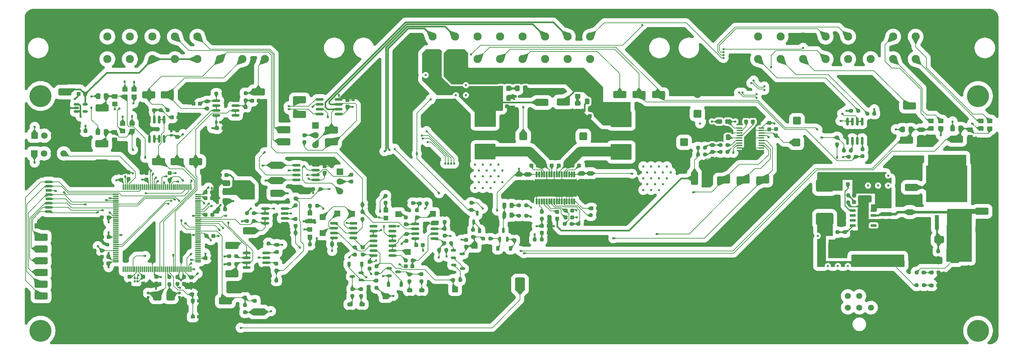
<source format=gbr>
%TF.GenerationSoftware,KiCad,Pcbnew,9.0.7*%
%TF.CreationDate,2026-02-10T17:00:28-08:00*%
%TF.ProjectId,VCU_v2,5643555f-7632-42e6-9b69-6361645f7063,rev?*%
%TF.SameCoordinates,Original*%
%TF.FileFunction,Copper,L1,Top*%
%TF.FilePolarity,Positive*%
%FSLAX46Y46*%
G04 Gerber Fmt 4.6, Leading zero omitted, Abs format (unit mm)*
G04 Created by KiCad (PCBNEW 9.0.7) date 2026-02-10 17:00:28*
%MOMM*%
%LPD*%
G01*
G04 APERTURE LIST*
G04 Aperture macros list*
%AMRoundRect*
0 Rectangle with rounded corners*
0 $1 Rounding radius*
0 $2 $3 $4 $5 $6 $7 $8 $9 X,Y pos of 4 corners*
0 Add a 4 corners polygon primitive as box body*
4,1,4,$2,$3,$4,$5,$6,$7,$8,$9,$2,$3,0*
0 Add four circle primitives for the rounded corners*
1,1,$1+$1,$2,$3*
1,1,$1+$1,$4,$5*
1,1,$1+$1,$6,$7*
1,1,$1+$1,$8,$9*
0 Add four rect primitives between the rounded corners*
20,1,$1+$1,$2,$3,$4,$5,0*
20,1,$1+$1,$4,$5,$6,$7,0*
20,1,$1+$1,$6,$7,$8,$9,0*
20,1,$1+$1,$8,$9,$2,$3,0*%
G04 Aperture macros list end*
%TA.AperFunction,SMDPad,CuDef*%
%ADD10RoundRect,0.237500X0.250000X0.237500X-0.250000X0.237500X-0.250000X-0.237500X0.250000X-0.237500X0*%
%TD*%
%TA.AperFunction,SMDPad,CuDef*%
%ADD11RoundRect,0.250000X1.000000X0.650000X-1.000000X0.650000X-1.000000X-0.650000X1.000000X-0.650000X0*%
%TD*%
%TA.AperFunction,SMDPad,CuDef*%
%ADD12RoundRect,0.390000X-0.910000X-1.360000X0.910000X-1.360000X0.910000X1.360000X-0.910000X1.360000X0*%
%TD*%
%TA.AperFunction,SMDPad,CuDef*%
%ADD13R,1.500000X1.500000*%
%TD*%
%TA.AperFunction,SMDPad,CuDef*%
%ADD14RoundRect,0.237500X0.237500X-0.250000X0.237500X0.250000X-0.237500X0.250000X-0.237500X-0.250000X0*%
%TD*%
%TA.AperFunction,SMDPad,CuDef*%
%ADD15RoundRect,0.250000X-1.450000X-0.650000X1.450000X-0.650000X1.450000X0.650000X-1.450000X0.650000X0*%
%TD*%
%TA.AperFunction,SMDPad,CuDef*%
%ADD16RoundRect,0.375000X-0.625000X-0.375000X0.625000X-0.375000X0.625000X0.375000X-0.625000X0.375000X0*%
%TD*%
%TA.AperFunction,SMDPad,CuDef*%
%ADD17RoundRect,0.500000X-0.500000X-1.400000X0.500000X-1.400000X0.500000X1.400000X-0.500000X1.400000X0*%
%TD*%
%TA.AperFunction,SMDPad,CuDef*%
%ADD18RoundRect,0.250000X0.450000X-0.350000X0.450000X0.350000X-0.450000X0.350000X-0.450000X-0.350000X0*%
%TD*%
%TA.AperFunction,SMDPad,CuDef*%
%ADD19RoundRect,0.237500X-0.250000X-0.237500X0.250000X-0.237500X0.250000X0.237500X-0.250000X0.237500X0*%
%TD*%
%TA.AperFunction,ComponentPad*%
%ADD20C,3.600000*%
%TD*%
%TA.AperFunction,ConnectorPad*%
%ADD21C,5.700000*%
%TD*%
%TA.AperFunction,SMDPad,CuDef*%
%ADD22RoundRect,0.250000X-0.337500X-0.475000X0.337500X-0.475000X0.337500X0.475000X-0.337500X0.475000X0*%
%TD*%
%TA.AperFunction,SMDPad,CuDef*%
%ADD23RoundRect,0.237500X0.300000X0.237500X-0.300000X0.237500X-0.300000X-0.237500X0.300000X-0.237500X0*%
%TD*%
%TA.AperFunction,SMDPad,CuDef*%
%ADD24RoundRect,0.150000X-0.512500X-0.150000X0.512500X-0.150000X0.512500X0.150000X-0.512500X0.150000X0*%
%TD*%
%TA.AperFunction,SMDPad,CuDef*%
%ADD25RoundRect,0.250000X0.337500X0.475000X-0.337500X0.475000X-0.337500X-0.475000X0.337500X-0.475000X0*%
%TD*%
%TA.AperFunction,SMDPad,CuDef*%
%ADD26RoundRect,0.250000X0.650000X-1.450000X0.650000X1.450000X-0.650000X1.450000X-0.650000X-1.450000X0*%
%TD*%
%TA.AperFunction,SMDPad,CuDef*%
%ADD27RoundRect,0.067500X0.157500X-0.682500X0.157500X0.682500X-0.157500X0.682500X-0.157500X-0.682500X0*%
%TD*%
%TA.AperFunction,SMDPad,CuDef*%
%ADD28RoundRect,0.067500X-0.157500X0.682500X-0.157500X-0.682500X0.157500X-0.682500X0.157500X0.682500X0*%
%TD*%
%TA.AperFunction,SMDPad,CuDef*%
%ADD29RoundRect,0.150000X0.150000X-0.512500X0.150000X0.512500X-0.150000X0.512500X-0.150000X-0.512500X0*%
%TD*%
%TA.AperFunction,SMDPad,CuDef*%
%ADD30RoundRect,0.237500X-0.237500X0.300000X-0.237500X-0.300000X0.237500X-0.300000X0.237500X0.300000X0*%
%TD*%
%TA.AperFunction,SMDPad,CuDef*%
%ADD31RoundRect,0.162500X0.162500X-0.825000X0.162500X0.825000X-0.162500X0.825000X-0.162500X-0.825000X0*%
%TD*%
%TA.AperFunction,ComponentPad*%
%ADD32RoundRect,0.250000X0.750000X0.750000X-0.750000X0.750000X-0.750000X-0.750000X0.750000X-0.750000X0*%
%TD*%
%TA.AperFunction,ComponentPad*%
%ADD33C,2.000000*%
%TD*%
%TA.AperFunction,SMDPad,CuDef*%
%ADD34RoundRect,0.100000X-0.637500X-0.100000X0.637500X-0.100000X0.637500X0.100000X-0.637500X0.100000X0*%
%TD*%
%TA.AperFunction,ComponentPad*%
%ADD35C,2.108200*%
%TD*%
%TA.AperFunction,ComponentPad*%
%ADD36RoundRect,0.250000X-0.550000X-0.550000X0.550000X-0.550000X0.550000X0.550000X-0.550000X0.550000X0*%
%TD*%
%TA.AperFunction,ComponentPad*%
%ADD37C,1.600000*%
%TD*%
%TA.AperFunction,ComponentPad*%
%ADD38RoundRect,0.250000X-0.550000X0.550000X-0.550000X-0.550000X0.550000X-0.550000X0.550000X0.550000X0*%
%TD*%
%TA.AperFunction,SMDPad,CuDef*%
%ADD39R,1.000000X0.900000*%
%TD*%
%TA.AperFunction,SMDPad,CuDef*%
%ADD40RoundRect,0.237500X-0.237500X0.250000X-0.237500X-0.250000X0.237500X-0.250000X0.237500X0.250000X0*%
%TD*%
%TA.AperFunction,SMDPad,CuDef*%
%ADD41RoundRect,0.225000X-0.225000X-0.375000X0.225000X-0.375000X0.225000X0.375000X-0.225000X0.375000X0*%
%TD*%
%TA.AperFunction,SMDPad,CuDef*%
%ADD42RoundRect,0.250000X0.900000X-1.000000X0.900000X1.000000X-0.900000X1.000000X-0.900000X-1.000000X0*%
%TD*%
%TA.AperFunction,ComponentPad*%
%ADD43R,1.700000X1.700000*%
%TD*%
%TA.AperFunction,ComponentPad*%
%ADD44C,1.700000*%
%TD*%
%TA.AperFunction,SMDPad,CuDef*%
%ADD45RoundRect,0.155000X-0.155000X0.212500X-0.155000X-0.212500X0.155000X-0.212500X0.155000X0.212500X0*%
%TD*%
%TA.AperFunction,SMDPad,CuDef*%
%ADD46RoundRect,0.250000X2.500000X-1.750000X2.500000X1.750000X-2.500000X1.750000X-2.500000X-1.750000X0*%
%TD*%
%TA.AperFunction,SMDPad,CuDef*%
%ADD47R,1.200000X1.200000*%
%TD*%
%TA.AperFunction,SMDPad,CuDef*%
%ADD48R,1.500000X1.600000*%
%TD*%
%TA.AperFunction,SMDPad,CuDef*%
%ADD49RoundRect,0.237500X0.237500X-0.300000X0.237500X0.300000X-0.237500X0.300000X-0.237500X-0.300000X0*%
%TD*%
%TA.AperFunction,SMDPad,CuDef*%
%ADD50RoundRect,0.237500X-0.300000X-0.237500X0.300000X-0.237500X0.300000X0.237500X-0.300000X0.237500X0*%
%TD*%
%TA.AperFunction,SMDPad,CuDef*%
%ADD51RoundRect,0.250000X1.450000X0.650000X-1.450000X0.650000X-1.450000X-0.650000X1.450000X-0.650000X0*%
%TD*%
%TA.AperFunction,SMDPad,CuDef*%
%ADD52RoundRect,0.162500X0.825000X0.162500X-0.825000X0.162500X-0.825000X-0.162500X0.825000X-0.162500X0*%
%TD*%
%TA.AperFunction,ComponentPad*%
%ADD53C,1.574800*%
%TD*%
%TA.AperFunction,SMDPad,CuDef*%
%ADD54RoundRect,0.237500X0.287500X0.237500X-0.287500X0.237500X-0.287500X-0.237500X0.287500X-0.237500X0*%
%TD*%
%TA.AperFunction,SMDPad,CuDef*%
%ADD55RoundRect,0.090000X-0.685000X-0.210000X0.685000X-0.210000X0.685000X0.210000X-0.685000X0.210000X0*%
%TD*%
%TA.AperFunction,SMDPad,CuDef*%
%ADD56R,2.950000X4.900000*%
%TD*%
%TA.AperFunction,SMDPad,CuDef*%
%ADD57RoundRect,0.155000X0.155000X-0.212500X0.155000X0.212500X-0.155000X0.212500X-0.155000X-0.212500X0*%
%TD*%
%TA.AperFunction,ComponentPad*%
%ADD58RoundRect,0.250000X-0.750000X-0.750000X0.750000X-0.750000X0.750000X0.750000X-0.750000X0.750000X0*%
%TD*%
%TA.AperFunction,SMDPad,CuDef*%
%ADD59RoundRect,0.250000X1.500000X0.650000X-1.500000X0.650000X-1.500000X-0.650000X1.500000X-0.650000X0*%
%TD*%
%TA.AperFunction,SMDPad,CuDef*%
%ADD60RoundRect,0.330000X-0.770000X0.820000X-0.770000X-0.820000X0.770000X-0.820000X0.770000X0.820000X0*%
%TD*%
%TA.AperFunction,SMDPad,CuDef*%
%ADD61RoundRect,0.243750X0.456250X-0.243750X0.456250X0.243750X-0.456250X0.243750X-0.456250X-0.243750X0*%
%TD*%
%TA.AperFunction,ComponentPad*%
%ADD62RoundRect,0.250000X0.750000X-0.750000X0.750000X0.750000X-0.750000X0.750000X-0.750000X-0.750000X0*%
%TD*%
%TA.AperFunction,SMDPad,CuDef*%
%ADD63RoundRect,0.155000X-0.212500X-0.155000X0.212500X-0.155000X0.212500X0.155000X-0.212500X0.155000X0*%
%TD*%
%TA.AperFunction,SMDPad,CuDef*%
%ADD64RoundRect,0.250000X0.250000X-0.250000X0.250000X0.250000X-0.250000X0.250000X-0.250000X-0.250000X0*%
%TD*%
%TA.AperFunction,SMDPad,CuDef*%
%ADD65RoundRect,0.150000X0.512500X0.150000X-0.512500X0.150000X-0.512500X-0.150000X0.512500X-0.150000X0*%
%TD*%
%TA.AperFunction,SMDPad,CuDef*%
%ADD66RoundRect,0.495000X-1.755000X-1.155000X1.755000X-1.155000X1.755000X1.155000X-1.755000X1.155000X0*%
%TD*%
%TA.AperFunction,SMDPad,CuDef*%
%ADD67RoundRect,0.250000X0.475000X-0.337500X0.475000X0.337500X-0.475000X0.337500X-0.475000X-0.337500X0*%
%TD*%
%TA.AperFunction,SMDPad,CuDef*%
%ADD68RoundRect,0.250000X-0.475000X0.337500X-0.475000X-0.337500X0.475000X-0.337500X0.475000X0.337500X0*%
%TD*%
%TA.AperFunction,SMDPad,CuDef*%
%ADD69R,1.500000X0.800000*%
%TD*%
%TA.AperFunction,SMDPad,CuDef*%
%ADD70R,2.000000X1.450000*%
%TD*%
%TA.AperFunction,SMDPad,CuDef*%
%ADD71RoundRect,0.243750X-0.243750X-0.456250X0.243750X-0.456250X0.243750X0.456250X-0.243750X0.456250X0*%
%TD*%
%TA.AperFunction,SMDPad,CuDef*%
%ADD72RoundRect,0.150000X0.825000X0.150000X-0.825000X0.150000X-0.825000X-0.150000X0.825000X-0.150000X0*%
%TD*%
%TA.AperFunction,SMDPad,CuDef*%
%ADD73RoundRect,0.075000X0.075000X-0.662500X0.075000X0.662500X-0.075000X0.662500X-0.075000X-0.662500X0*%
%TD*%
%TA.AperFunction,SMDPad,CuDef*%
%ADD74RoundRect,0.075000X0.662500X-0.075000X0.662500X0.075000X-0.662500X0.075000X-0.662500X-0.075000X0*%
%TD*%
%TA.AperFunction,SMDPad,CuDef*%
%ADD75RoundRect,0.150000X-0.825000X-0.150000X0.825000X-0.150000X0.825000X0.150000X-0.825000X0.150000X0*%
%TD*%
%TA.AperFunction,ComponentPad*%
%ADD76RoundRect,0.250000X-0.750000X0.750000X-0.750000X-0.750000X0.750000X-0.750000X0.750000X0.750000X0*%
%TD*%
%TA.AperFunction,SMDPad,CuDef*%
%ADD77RoundRect,0.070500X0.164500X-0.189500X0.164500X0.189500X-0.164500X0.189500X-0.164500X-0.189500X0*%
%TD*%
%TA.AperFunction,SMDPad,CuDef*%
%ADD78RoundRect,0.250000X0.350000X0.450000X-0.350000X0.450000X-0.350000X-0.450000X0.350000X-0.450000X0*%
%TD*%
%TA.AperFunction,SMDPad,CuDef*%
%ADD79R,10.670000X9.450000*%
%TD*%
%TA.AperFunction,SMDPad,CuDef*%
%ADD80R,1.050000X3.800000*%
%TD*%
%TA.AperFunction,SMDPad,CuDef*%
%ADD81RoundRect,0.150000X-0.150000X0.825000X-0.150000X-0.825000X0.150000X-0.825000X0.150000X0.825000X0*%
%TD*%
%TA.AperFunction,SMDPad,CuDef*%
%ADD82RoundRect,0.225000X0.225000X0.375000X-0.225000X0.375000X-0.225000X-0.375000X0.225000X-0.375000X0*%
%TD*%
%TA.AperFunction,SMDPad,CuDef*%
%ADD83RoundRect,0.250000X-0.450000X0.350000X-0.450000X-0.350000X0.450000X-0.350000X0.450000X0.350000X0*%
%TD*%
%TA.AperFunction,ViaPad*%
%ADD84C,0.609600*%
%TD*%
%TA.AperFunction,Conductor*%
%ADD85C,0.152400*%
%TD*%
%TA.AperFunction,Conductor*%
%ADD86C,0.203200*%
%TD*%
%TA.AperFunction,Conductor*%
%ADD87C,0.381000*%
%TD*%
%TA.AperFunction,Conductor*%
%ADD88C,0.254000*%
%TD*%
%TA.AperFunction,Conductor*%
%ADD89C,2.540000*%
%TD*%
%TA.AperFunction,Conductor*%
%ADD90C,1.016000*%
%TD*%
%TA.AperFunction,Conductor*%
%ADD91C,0.508000*%
%TD*%
%TA.AperFunction,Conductor*%
%ADD92C,0.635000*%
%TD*%
%TA.AperFunction,Conductor*%
%ADD93C,0.200000*%
%TD*%
G04 APERTURE END LIST*
D10*
%TO.P,R23,1*%
%TO.N,Net-(U13-GAIN{slash}SLV)*%
X168837082Y-86588061D03*
%TO.P,R23,2*%
%TO.N,Net-(U13-GVDD)*%
X167012082Y-86588061D03*
%TD*%
D11*
%TO.P,D5,1,K*%
%TO.N,+12V*%
X268257877Y-90650020D03*
%TO.P,D5,2,A*%
%TO.N,Net-(D5-A)*%
X264257877Y-90650020D03*
%TD*%
D12*
%TO.P,BT1,1,+*%
%TO.N,/STM32-Root/STM32H723ZGT6/VBAT*%
X155428594Y-102263498D03*
%TO.P,BT1,2,-*%
%TO.N,GND*%
X184828594Y-102263498D03*
%TD*%
D13*
%TO.P,TP63,1,1*%
%TO.N,Net-(U16A-+)*%
X111825569Y-83940495D03*
%TD*%
D14*
%TO.P,R60,1*%
%TO.N,+12V*%
X237744000Y-65936500D03*
%TO.P,R60,2*%
%TO.N,/Connector-Root/BMS-FAULT*%
X237744000Y-64111500D03*
%TD*%
D15*
%TO.P,TP48,1,1*%
%TO.N,GND*%
X253197898Y-91594786D03*
%TD*%
D16*
%TO.P,U3,1,GND*%
%TO.N,GND*%
X79266066Y-76011362D03*
%TO.P,U3,2,VO*%
%TO.N,+3.3V*%
X79266066Y-78311362D03*
D17*
X85566066Y-78311362D03*
D16*
%TO.P,U3,3,VI*%
%TO.N,+5V*%
X79266066Y-80611362D03*
%TD*%
D18*
%TO.P,R61,1*%
%TO.N,GND*%
X50213327Y-64739286D03*
%TO.P,R61,2*%
%TO.N,/STM32-Root/STM32H723ZGT6/PF15*%
X50213327Y-62739286D03*
%TD*%
D14*
%TO.P,R105,1,1*%
%TO.N,Net-(R102-Pad1)*%
X118162215Y-103161086D03*
%TO.P,R105,2,2*%
%TO.N,Net-(D12-A)*%
X118162215Y-101336086D03*
%TD*%
D19*
%TO.P,R79,1,1*%
%TO.N,Net-(D23-A)*%
X155174014Y-84429992D03*
%TO.P,R79,2,2*%
%TO.N,+12V*%
X156999014Y-84429992D03*
%TD*%
D20*
%TO.P,H1,1,1*%
%TO.N,unconnected-(H1-Pad1)*%
X274320000Y-53340000D03*
D21*
%TO.N,unconnected-(H1-Pad1)_1*%
X274320000Y-53340000D03*
%TD*%
D19*
%TO.P,R49,1*%
%TO.N,GND*%
X95368387Y-88849296D03*
%TO.P,R49,2*%
%TO.N,/Connector-Root/IMD-FAULT*%
X97193387Y-88849296D03*
%TD*%
D15*
%TO.P,TP53,1,1*%
%TO.N,GND*%
X39395114Y-113030000D03*
%TD*%
D22*
%TO.P,C81,1*%
%TO.N,+3.3V*%
X45916270Y-53402177D03*
%TO.P,C81,2*%
%TO.N,/STM32-Root/STM32H723ZGT6/PF14*%
X47991270Y-53402177D03*
%TD*%
D18*
%TO.P,R72,1*%
%TO.N,GND*%
X259603077Y-64063520D03*
%TO.P,R72,2*%
%TO.N,/STM32-Root/STM32H723ZGT6/PG1*%
X259603077Y-62063520D03*
%TD*%
D23*
%TO.P,C60,1*%
%TO.N,Net-(U13-BSNL)*%
X170769381Y-71433713D03*
%TO.P,C60,2*%
%TO.N,Net-(U13-OUTNL)*%
X169044381Y-71433713D03*
%TD*%
D24*
%TO.P,Q11,1,B*%
%TO.N,Net-(Q11-B)*%
X138220597Y-97242853D03*
%TO.P,Q11,2,E*%
%TO.N,GND*%
X138220597Y-99142853D03*
%TO.P,Q11,3,C*%
%TO.N,Net-(Q11-C)*%
X140495597Y-98192853D03*
%TD*%
D25*
%TO.P,C71,1*%
%TO.N,Net-(U14-VNEG)*%
X209429840Y-64060124D03*
%TO.P,C71,2*%
%TO.N,GND*%
X207354840Y-64060124D03*
%TD*%
D22*
%TO.P,C69,1*%
%TO.N,/Connector-Root/SPEAKER+*%
X150419704Y-53907713D03*
%TO.P,C69,2*%
%TO.N,GND*%
X152494704Y-53907713D03*
%TD*%
D15*
%TO.P,TP10,1,1*%
%TO.N,/Connector-Root/APPS1-SIG*%
X87503000Y-52266086D03*
%TD*%
D14*
%TO.P,R48,1*%
%TO.N,/STM32-Root/STM32H723ZGT6/PF13*%
X84081726Y-105702267D03*
%TO.P,R48,2*%
%TO.N,GND*%
X84081726Y-103877267D03*
%TD*%
D18*
%TO.P,R64,1*%
%TO.N,/STM32-Root/STM32H723ZGT6/PF15*%
X54737000Y-62468000D03*
%TO.P,R64,2*%
%TO.N,/Connector-Root/RTD_BTN-*%
X54737000Y-60468000D03*
%TD*%
D26*
%TO.P,TP57,1,1*%
%TO.N,GND*%
X202624501Y-102602892D03*
%TD*%
D18*
%TO.P,R58,1*%
%TO.N,+3.3V*%
X55293327Y-53579286D03*
%TO.P,R58,2*%
%TO.N,/Connector-Root/PRECHARGE_BTN+*%
X55293327Y-51579286D03*
%TD*%
D27*
%TO.P,U13,1,MODESEL*%
%TO.N,GND*%
X159771204Y-80695712D03*
%TO.P,U13,2,SD*%
%TO.N,Net-(U13-SD)*%
X160421204Y-80695712D03*
%TO.P,U13,3,FAULT*%
%TO.N,unconnected-(U13-FAULT-Pad3)*%
X161071204Y-80695712D03*
%TO.P,U13,4,RINP*%
%TO.N,Net-(U13-RINP)*%
X161721204Y-80695712D03*
%TO.P,U13,5,RINN*%
%TO.N,Net-(U13-RINN)*%
X162371204Y-80695712D03*
%TO.P,U13,6,PLIMIT*%
%TO.N,Net-(U13-GVDD)*%
X163021204Y-80695712D03*
%TO.P,U13,7,GVDD*%
X163671204Y-80695712D03*
%TO.P,U13,8,GAIN/SLV*%
%TO.N,Net-(U13-GAIN{slash}SLV)*%
X164321204Y-80695712D03*
%TO.P,U13,9,GND*%
%TO.N,GND*%
X164971204Y-80695712D03*
%TO.P,U13,10,LINP*%
X165621204Y-80695712D03*
%TO.P,U13,11,LINN*%
X166271204Y-80695712D03*
%TO.P,U13,12,MUTE*%
%TO.N,Net-(U13-MUTE)*%
X166921204Y-80695712D03*
%TO.P,U13,13,AM2*%
%TO.N,GND*%
X167571204Y-80695712D03*
%TO.P,U13,14,AM1*%
X168221204Y-80695712D03*
%TO.P,U13,15,AM0*%
X168871204Y-80695712D03*
%TO.P,U13,16,SYNC*%
%TO.N,Net-(U13-SYNC)*%
X169521204Y-80695712D03*
D28*
%TO.P,U13,17,PVCC*%
%TO.N,+12V*%
X169521204Y-73695712D03*
%TO.P,U13,18,PVCC*%
X168871204Y-73695712D03*
%TO.P,U13,19,PVCC*%
X168221204Y-73695712D03*
%TO.P,U13,20,BSNL*%
%TO.N,Net-(U13-BSNL)*%
X167571204Y-73695712D03*
%TO.P,U13,21,OUTNL*%
%TO.N,Net-(U13-OUTNL)*%
X166921204Y-73695712D03*
%TO.P,U13,22,GND*%
%TO.N,GND*%
X166271204Y-73695712D03*
%TO.P,U13,23,OUTPL*%
%TO.N,Net-(U13-OUTNL)*%
X165621204Y-73695712D03*
%TO.P,U13,24,BSPL*%
%TO.N,Net-(U13-BSPL)*%
X164971204Y-73695712D03*
%TO.P,U13,25,GND*%
%TO.N,GND*%
X164321204Y-73695712D03*
%TO.P,U13,26,BSNR*%
%TO.N,Net-(U13-BSNR)*%
X163671204Y-73695712D03*
%TO.P,U13,27,OUTNR*%
%TO.N,Net-(U13-OUTNR)*%
X163021204Y-73695712D03*
%TO.P,U13,28,GND*%
%TO.N,GND*%
X162371204Y-73695712D03*
%TO.P,U13,29,OUTPR*%
%TO.N,Net-(U13-OUTNR)*%
X161721204Y-73695712D03*
%TO.P,U13,30,BSPR*%
%TO.N,Net-(U13-BSPR)*%
X161071204Y-73695712D03*
%TO.P,U13,31,PVCC*%
%TO.N,+12V*%
X160421204Y-73695712D03*
%TO.P,U13,32,PVCC*%
X159771204Y-73695712D03*
%TD*%
D23*
%TO.P,C26,1*%
%TO.N,GND*%
X75553239Y-84222133D03*
%TO.P,C26,2*%
%TO.N,+3.3V*%
X73828239Y-84222133D03*
%TD*%
D29*
%TO.P,Q15,1,G*%
%TO.N,Net-(D25-K)*%
X150189539Y-90550991D03*
%TO.P,Q15,2,S*%
%TO.N,Net-(D25-A)*%
X152089539Y-90550991D03*
%TO.P,Q15,3,D*%
%TO.N,Net-(D23-K)*%
X151139539Y-88275991D03*
%TD*%
D26*
%TO.P,TP56,1,1*%
%TO.N,GND*%
X197851501Y-102602892D03*
%TD*%
D14*
%TO.P,R109,1,1*%
%TO.N,Net-(D14-A)*%
X114183001Y-105317476D03*
%TO.P,R109,2,2*%
%TO.N,Net-(Q8-D)*%
X114183001Y-103492476D03*
%TD*%
D22*
%TO.P,C84,1*%
%TO.N,+3.3V*%
X254755577Y-62047520D03*
%TO.P,C84,2*%
%TO.N,/STM32-Root/STM32H723ZGT6/PG1*%
X256830577Y-62047520D03*
%TD*%
D19*
%TO.P,R106,1,1*%
%TO.N,Net-(R102-Pad1)*%
X135752894Y-91604837D03*
%TO.P,R106,2,2*%
%TO.N,Net-(Q9-B)*%
X137577894Y-91604837D03*
%TD*%
D30*
%TO.P,C28,1*%
%TO.N,GND*%
X64530739Y-73384032D03*
%TO.P,C28,2*%
%TO.N,+3.3V*%
X64530739Y-75109032D03*
%TD*%
D23*
%TO.P,C42,1,1*%
%TO.N,GND*%
X130224330Y-92058733D03*
%TO.P,C42,2,2*%
%TO.N,Net-(U15C-VCC)*%
X128499330Y-92058733D03*
%TD*%
D15*
%TO.P,TP30,1,1*%
%TO.N,/Connector-Root/BMS-FAULT*%
X191389000Y-52994712D03*
%TD*%
D31*
%TO.P,Q2,1,S*%
%TO.N,GND*%
X240411000Y-65021500D03*
%TO.P,Q2,2,G*%
%TO.N,Net-(Q2A-G)*%
X241681000Y-65021500D03*
%TO.P,Q2,3,S*%
%TO.N,GND*%
X242951000Y-65021500D03*
%TO.P,Q2,4,G*%
%TO.N,Net-(Q2B-G)*%
X244221000Y-65021500D03*
%TO.P,Q2,5,D*%
%TO.N,/Connector-Root/IMD_FAULT-*%
X244221000Y-59946500D03*
%TO.P,Q2,6,D*%
X242951000Y-59946500D03*
%TO.P,Q2,7,D*%
%TO.N,/Connector-Root/BMS_FAULT-*%
X241681000Y-59946500D03*
%TO.P,Q2,8,D*%
X240411000Y-59946500D03*
%TD*%
D13*
%TO.P,TP67,1,1*%
%TO.N,Net-(R101-Pad1)*%
X138590487Y-103549477D03*
%TD*%
D32*
%TO.P,C65,1*%
%TO.N,+12V*%
X171858881Y-63813713D03*
D33*
%TO.P,C65,2*%
%TO.N,GND*%
X166858881Y-63813713D03*
%TD*%
D34*
%TO.P,U14,1,CPVDD*%
%TO.N,+3.3V*%
X212387840Y-61643124D03*
%TO.P,U14,2,CAPP*%
%TO.N,Net-(U14-CAPP)*%
X212387840Y-62293124D03*
%TO.P,U14,3,CPGND*%
%TO.N,GND*%
X212387840Y-62943124D03*
%TO.P,U14,4,CAPM*%
%TO.N,Net-(U14-CAPM)*%
X212387840Y-63593124D03*
%TO.P,U14,5,VNEG*%
%TO.N,Net-(U14-VNEG)*%
X212387840Y-64243124D03*
%TO.P,U14,6,OUTL*%
%TO.N,Net-(U14-OUTL)*%
X212387840Y-64893124D03*
%TO.P,U14,7,OUTR*%
%TO.N,Net-(U14-OUTR)*%
X212387840Y-65543124D03*
%TO.P,U14,8,AVDD*%
%TO.N,+3.3V*%
X212387840Y-66193124D03*
%TO.P,U14,9,AGND*%
%TO.N,GND*%
X212387840Y-66843124D03*
%TO.P,U14,10,DEMP*%
X212387840Y-67493124D03*
%TO.P,U14,11,FLT*%
X218112840Y-67493124D03*
%TO.P,U14,12,SCK*%
X218112840Y-66843124D03*
%TO.P,U14,13,BCK*%
%TO.N,/STM32-Root/STM32H723ZGT6/PB10*%
X218112840Y-66193124D03*
%TO.P,U14,14,DIN*%
%TO.N,/STM32-Root/STM32H723ZGT6/PC1*%
X218112840Y-65543124D03*
%TO.P,U14,15,LRCK*%
%TO.N,/STM32-Root/STM32H723ZGT6/PB12*%
X218112840Y-64893124D03*
%TO.P,U14,16,FMT*%
%TO.N,GND*%
X218112840Y-64243124D03*
%TO.P,U14,17,XMT*%
%TO.N,+3.3V*%
X218112840Y-63593124D03*
%TO.P,U14,18,LDOO*%
%TO.N,Net-(U14-LDOO)*%
X218112840Y-62943124D03*
%TO.P,U14,19,DGND*%
%TO.N,GND*%
X218112840Y-62293124D03*
%TO.P,U14,20,DVDD*%
%TO.N,+3.3V*%
X218112840Y-61643124D03*
%TD*%
D18*
%TO.P,R67,1*%
%TO.N,+3.3V*%
X264683077Y-61804520D03*
%TO.P,R67,2*%
%TO.N,/Connector-Root/GEN_BTN2+*%
X264683077Y-59804520D03*
%TD*%
D10*
%TO.P,R62,1*%
%TO.N,Net-(Q2A-G)*%
X241300000Y-67493798D03*
%TO.P,R62,2*%
%TO.N,/Connector-Root/BMS-FAULT*%
X239475000Y-67493798D03*
%TD*%
D35*
%TO.P,U19,1*%
%TO.N,/Connector-Root/GEN_BTN1+*%
X258129524Y-43767362D03*
%TO.P,U19,2*%
%TO.N,/Connector-Root/GEN_BTN2+*%
X252287524Y-43767362D03*
%TO.P,U19,3*%
%TO.N,/Connector-Root/Vin+*%
X246445524Y-43767362D03*
%TO.P,U19,4*%
%TO.N,/STM32-Root/STM32H723ZGT6/PG3*%
X240603524Y-43767362D03*
%TO.P,U19,5*%
%TO.N,/Connector-Root/BRAKE_LIGHT*%
X234761524Y-43767362D03*
%TO.P,U19,6*%
%TO.N,/Connector-Root/BSPD_FAULT+*%
X228919524Y-43767362D03*
%TO.P,U19,7*%
%TO.N,/Connector-Root/IMD_FAULT+*%
X223077524Y-43767362D03*
%TO.P,U19,8*%
%TO.N,/Connector-Root/BMS_FAULT+*%
X217235524Y-43767362D03*
%TO.P,U19,9*%
%TO.N,/Connector-Root/GEN_BTN1-*%
X258129524Y-37925362D03*
%TO.P,U19,10*%
%TO.N,/Connector-Root/GEN_BTN2-*%
X252287524Y-37925362D03*
%TO.P,U19,11*%
%TO.N,GND*%
X246445524Y-37925362D03*
%TO.P,U19,12*%
%TO.N,/STM32-Root/STM32H723ZGT6/PA1*%
X240603524Y-37925362D03*
%TO.P,U19,13*%
%TO.N,/STM32-Root/STM32H723ZGT6/PA0*%
X234761524Y-37925362D03*
%TO.P,U19,14*%
%TO.N,GND*%
X228919524Y-37925362D03*
%TO.P,U19,15*%
%TO.N,/Connector-Root/IMD_FAULT-*%
X223077524Y-37925362D03*
%TO.P,U19,16*%
%TO.N,/Connector-Root/BMS_FAULT-*%
X217235524Y-37925362D03*
%TD*%
D36*
%TO.P,C11,1*%
%TO.N,+5V*%
X233801877Y-94036020D03*
D37*
%TO.P,C11,2*%
%TO.N,GND*%
X237301877Y-94036020D03*
%TD*%
D15*
%TO.P,TP21,1,1*%
%TO.N,/STM32-Root/STM32H723ZGT6/PB6*%
X98220349Y-54347238D03*
%TD*%
D38*
%TO.P,C2,1*%
%TO.N,+12V*%
X256605877Y-83493369D03*
D37*
%TO.P,C2,2*%
%TO.N,GND*%
X256605877Y-86993369D03*
%TD*%
D39*
%TO.P,SW1,1,1*%
%TO.N,Net-(U5B-NRST)*%
X70510818Y-110692658D03*
X70510818Y-106592658D03*
%TO.P,SW1,2,2*%
%TO.N,GND*%
X72110818Y-110692658D03*
X72110818Y-106592658D03*
%TD*%
D15*
%TO.P,TP17,1,1*%
%TO.N,/STM32-Root/STM32H723ZGT6/PD0*%
X92234698Y-75296124D03*
%TD*%
D23*
%TO.P,C38,1*%
%TO.N,+3.3V*%
X48614500Y-96774000D03*
%TO.P,C38,2*%
%TO.N,GND*%
X46889500Y-96774000D03*
%TD*%
D15*
%TO.P,TP37,1,1*%
%TO.N,/STM32-Root/STM32H723ZGT6/PG0*%
X268747077Y-64587520D03*
%TD*%
D10*
%TO.P,R53,1*%
%TO.N,/STM32-Root/STM32H723ZGT6/PE8*%
X86374887Y-85785551D03*
%TO.P,R53,2*%
%TO.N,+3.3V*%
X84549887Y-85785551D03*
%TD*%
D15*
%TO.P,TP5,1,1*%
%TO.N,+12V*%
X275351077Y-83284020D03*
%TD*%
D26*
%TO.P,TP59,1,1*%
%TO.N,GND*%
X212149501Y-102602892D03*
%TD*%
D14*
%TO.P,R103,1,1*%
%TO.N,Net-(D16-A)*%
X126688125Y-101479632D03*
%TO.P,R103,2,2*%
%TO.N,Net-(Q10-D)*%
X126688125Y-99654632D03*
%TD*%
D15*
%TO.P,TP19,1,1*%
%TO.N,/CAN1_N*%
X94168649Y-65218438D03*
%TD*%
D40*
%TO.P,R47,1*%
%TO.N,/STM32-Root/STM32H723ZGT6/PF13*%
X84081726Y-107687267D03*
%TO.P,R47,2*%
%TO.N,/Connector-Root/BRAKE_LIGHT*%
X84081726Y-109512267D03*
%TD*%
%TO.P,R83,1,1*%
%TO.N,GND*%
X153990306Y-88941393D03*
%TO.P,R83,2,2*%
%TO.N,Net-(D25-A)*%
X153990306Y-90766393D03*
%TD*%
D41*
%TO.P,D1,1,K*%
%TO.N,Net-(D1-K)*%
X144968735Y-88333702D03*
%TO.P,D1,2,A*%
%TO.N,GND*%
X148268735Y-88333702D03*
%TD*%
D42*
%TO.P,D6,1,A1*%
%TO.N,GND*%
X268289877Y-99794020D03*
%TO.P,D6,2,A2*%
%TO.N,+12V*%
X268289877Y-95494020D03*
%TD*%
D43*
%TO.P,JP3,1,A*%
%TO.N,unconnected-(JP3-A-Pad1)*%
X102362000Y-60960000D03*
D44*
%TO.P,JP3,2,C*%
%TO.N,Net-(JP3-C)*%
X102362000Y-63500000D03*
%TO.P,JP3,3,B*%
%TO.N,/CAN2_N*%
X102362000Y-66040000D03*
%TD*%
D45*
%TO.P,C34,1*%
%TO.N,Net-(U5B-PH0-OSC_IN)*%
X58933538Y-104492432D03*
%TO.P,C34,2*%
%TO.N,GND*%
X58933538Y-105627432D03*
%TD*%
D46*
%TO.P,L3,1,1*%
%TO.N,Net-(U13-OUTNR)*%
X146377204Y-67809713D03*
%TO.P,L3,2,2*%
%TO.N,/Connector-Root/SPEAKER+*%
X146377204Y-59309713D03*
%TD*%
D10*
%TO.P,R88,1,1*%
%TO.N,GND*%
X102711699Y-91929733D03*
%TO.P,R88,2,2*%
%TO.N,Net-(R88-Pad2)*%
X100886699Y-91929733D03*
%TD*%
D47*
%TO.P,RV5,1,1*%
%TO.N,Net-(R87-Pad1)*%
X100943575Y-83792829D03*
D48*
%TO.P,RV5,2,2*%
%TO.N,Net-(U16A-+)*%
X104193575Y-84792829D03*
D47*
%TO.P,RV5,3,3*%
%TO.N,GND*%
X100943575Y-85792829D03*
%TD*%
D15*
%TO.P,TP39,1,1*%
%TO.N,/Connector-Root/BSPD_FAULT+*%
X256546466Y-55951520D03*
%TD*%
D40*
%TO.P,R46,1*%
%TO.N,/Connector-Root/BMS-FAULT*%
X92320387Y-91985051D03*
%TO.P,R46,2*%
%TO.N,Net-(Q3B-G)*%
X92320387Y-93810051D03*
%TD*%
D15*
%TO.P,TP38,1,1*%
%TO.N,/STM32-Root/STM32H723ZGT6/PG1*%
X255793077Y-64841520D03*
%TD*%
D49*
%TO.P,C23,1*%
%TO.N,GND*%
X70096185Y-102175103D03*
%TO.P,C23,2*%
%TO.N,+3.3V*%
X70096185Y-100450103D03*
%TD*%
D23*
%TO.P,C16,1*%
%TO.N,+3.3V*%
X79262724Y-73866362D03*
%TO.P,C16,2*%
%TO.N,GND*%
X77537724Y-73866362D03*
%TD*%
D40*
%TO.P,R94,1,1*%
%TO.N,Net-(R94-Pad1)*%
X125958693Y-89181307D03*
%TO.P,R94,2,2*%
%TO.N,+12V*%
X125958693Y-91006307D03*
%TD*%
D15*
%TO.P,TP11,1,1*%
%TO.N,/STM32-Root/STM32H723ZGT6/PC2*%
X71247000Y-70358000D03*
%TD*%
D10*
%TO.P,R14,1*%
%TO.N,GND*%
X78442027Y-52741086D03*
%TO.P,R14,2*%
%TO.N,Net-(U9B-IN2+)*%
X76617027Y-52741086D03*
%TD*%
D40*
%TO.P,R12,1,1*%
%TO.N,/BSE-SIG*%
X114543510Y-83436493D03*
%TO.P,R12,2,2*%
%TO.N,Net-(U16A--)*%
X114543510Y-85261493D03*
%TD*%
D10*
%TO.P,R90,1,1*%
%TO.N,GND*%
X116385974Y-81576565D03*
%TO.P,R90,2,2*%
%TO.N,/BSE-SIG*%
X114560974Y-81576565D03*
%TD*%
D50*
%TO.P,C30,1*%
%TO.N,GND*%
X46904239Y-84914532D03*
%TO.P,C30,2*%
%TO.N,+3.3V*%
X48629239Y-84914532D03*
%TD*%
D23*
%TO.P,C58,1*%
%TO.N,Net-(U13-BSNR)*%
X163657381Y-71433713D03*
%TO.P,C58,2*%
%TO.N,Net-(U13-OUTNR)*%
X161932381Y-71433713D03*
%TD*%
D51*
%TO.P,TP27,1,1*%
%TO.N,/STM32-Root/STM32H723ZGT6/PE9*%
X80636387Y-99501551D03*
%TD*%
D52*
%TO.P,Q3,1,S*%
%TO.N,GND*%
X89555539Y-97880796D03*
%TO.P,Q3,2,G*%
%TO.N,Net-(Q3A-G)*%
X89555539Y-96610796D03*
%TO.P,Q3,3,S*%
%TO.N,GND*%
X89555539Y-95340796D03*
%TO.P,Q3,4,G*%
%TO.N,Net-(Q3B-G)*%
X89555539Y-94070796D03*
%TO.P,Q3,5,D*%
%TO.N,/STM32-Root/STM32H723ZGT6/PE7*%
X84480539Y-94070796D03*
%TO.P,Q3,6,D*%
X84480539Y-95340796D03*
%TO.P,Q3,7,D*%
%TO.N,/STM32-Root/STM32H723ZGT6/PE9*%
X84480539Y-96610796D03*
%TO.P,Q3,8,D*%
X84480539Y-97880796D03*
%TD*%
D18*
%TO.P,R68,1*%
%TO.N,/STM32-Root/STM32H723ZGT6/PG0*%
X277383077Y-61809520D03*
%TO.P,R68,2*%
%TO.N,/Connector-Root/GEN_BTN1-*%
X277383077Y-59809520D03*
%TD*%
D53*
%TO.P,J2,1,1*%
%TO.N,/Connector-Root/Vin+*%
X246515476Y-108306700D03*
%TO.P,J2,2,2*%
%TO.N,/CAN2_P*%
X243515477Y-108306700D03*
%TO.P,J2,3,3*%
%TO.N,/CAN2_N*%
X240515478Y-108306700D03*
%TO.P,J2,4,4*%
%TO.N,GND*%
X246515476Y-105306701D03*
%TO.P,J2,5,5*%
%TO.N,/CAN1_P*%
X243515477Y-105306701D03*
%TO.P,J2,6,6*%
%TO.N,/CAN1_N*%
X240515478Y-105306701D03*
%TD*%
D40*
%TO.P,R101,1,1*%
%TO.N,Net-(R101-Pad1)*%
X118205598Y-97575703D03*
%TO.P,R101,2,2*%
%TO.N,Net-(D15-A)*%
X118205598Y-99400703D03*
%TD*%
D19*
%TO.P,R98,1,1*%
%TO.N,Net-(R98-Pad1)*%
X125770662Y-96017324D03*
%TO.P,R98,2,2*%
%TO.N,Net-(U15A--)*%
X127595662Y-96017324D03*
%TD*%
D47*
%TO.P,RV2,1,1*%
%TO.N,Net-(R57-Pad1)*%
X120597903Y-83031890D03*
D48*
%TO.P,RV2,2,2*%
%TO.N,Net-(R80-Pad1)*%
X123847903Y-84031890D03*
D47*
%TO.P,RV2,3,3*%
%TO.N,GND*%
X120597903Y-85031890D03*
%TD*%
D30*
%TO.P,C20,1*%
%TO.N,GND*%
X58526566Y-73365132D03*
%TO.P,C20,2*%
%TO.N,+3.3V*%
X58526566Y-75090132D03*
%TD*%
D15*
%TO.P,TP14,1,1*%
%TO.N,/BSE-SIG*%
X59103327Y-53071286D03*
%TD*%
D19*
%TO.P,R82,1,1*%
%TO.N,GND*%
X125825936Y-81165091D03*
%TO.P,R82,2,2*%
%TO.N,Net-(R81-Pad1)*%
X127650936Y-81165091D03*
%TD*%
D51*
%TO.P,TP31,1,1*%
%TO.N,/STM32-Root/STM32H723ZGT6/PE8*%
X85208387Y-88325551D03*
%TD*%
D10*
%TO.P,R4,1*%
%TO.N,/Connector-Root/BSPD_FAULT+*%
X86368038Y-83769296D03*
%TO.P,R4,2*%
%TO.N,+12V*%
X84543038Y-83769296D03*
%TD*%
D54*
%TO.P,D7,1,K*%
%TO.N,GND*%
X264033000Y-99187000D03*
%TO.P,D7,2,A*%
%TO.N,Net-(D7-A)*%
X262283000Y-99187000D03*
%TD*%
D15*
%TO.P,TP26,1,1*%
%TO.N,/Connector-Root/SPEAKER-*%
X166697204Y-54899712D03*
%TD*%
D40*
%TO.P,R99,1,1*%
%TO.N,Net-(U15A-+)*%
X135856653Y-87821421D03*
%TO.P,R99,2,2*%
%TO.N,+12V*%
X135856653Y-89646421D03*
%TD*%
D15*
%TO.P,TP55,1,1*%
%TO.N,GND*%
X75425349Y-66894838D03*
%TD*%
%TO.P,TP22,1,1*%
%TO.N,/CAN2_P*%
X106475349Y-65243838D03*
%TD*%
D55*
%TO.P,U2,1,BOOT*%
%TO.N,Net-(U2-BOOT)*%
X241807877Y-83074020D03*
%TO.P,U2,2,NC*%
%TO.N,unconnected-(U2-NC-Pad2)*%
X241807877Y-84374020D03*
%TO.P,U2,3,NC*%
%TO.N,unconnected-(U2-NC-Pad3)*%
X241807877Y-85674020D03*
%TO.P,U2,4,VSENSE*%
%TO.N,Net-(U2-VSENSE)*%
X241807877Y-86974020D03*
%TO.P,U2,5,ENA*%
%TO.N,unconnected-(U2-ENA-Pad5)*%
X247207877Y-86974020D03*
%TO.P,U2,6,GND*%
%TO.N,GND*%
X247207877Y-85674020D03*
%TO.P,U2,7,VIN*%
%TO.N,+12V*%
X247207877Y-84374020D03*
%TO.P,U2,8,PH*%
%TO.N,Net-(D2-K)*%
X247207877Y-83074020D03*
D56*
%TO.P,U2,9,DAP*%
%TO.N,GND*%
X244507877Y-85024020D03*
%TD*%
D57*
%TO.P,C5,1*%
%TO.N,+5V*%
X64945327Y-63544786D03*
%TO.P,C5,2*%
%TO.N,GND*%
X64945327Y-62409786D03*
%TD*%
D58*
%TO.P,C66,1*%
%TO.N,+12V*%
X156270881Y-63813713D03*
D33*
%TO.P,C66,2*%
%TO.N,GND*%
X161270881Y-63813713D03*
%TD*%
D15*
%TO.P,TP25,1,1*%
%TO.N,/Connector-Root/SPEAKER+*%
X161109204Y-55026712D03*
%TD*%
D49*
%TO.P,C36,1*%
%TO.N,GND*%
X54107538Y-102052932D03*
%TO.P,C36,2*%
%TO.N,Net-(U5B-PC14-OSC32_IN)*%
X54107538Y-100327932D03*
%TD*%
D59*
%TO.P,D2,1,K*%
%TO.N,Net-(D2-K)*%
X249961877Y-80066020D03*
%TO.P,D2,2,A*%
%TO.N,GND*%
X244961877Y-80066020D03*
%TD*%
D23*
%TO.P,C17,1*%
%TO.N,+4.8V*%
X42593327Y-52817286D03*
%TO.P,C17,2*%
%TO.N,GND*%
X40868327Y-52817286D03*
%TD*%
D49*
%TO.P,C7,1*%
%TO.N,+5V*%
X66469327Y-63993286D03*
%TO.P,C7,2*%
%TO.N,GND*%
X66469327Y-62268286D03*
%TD*%
D10*
%TO.P,R29,1*%
%TO.N,Net-(U14-OUTR)*%
X209304840Y-67870124D03*
%TO.P,R29,2*%
%TO.N,Net-(C77-Pad2)*%
X207479840Y-67870124D03*
%TD*%
D22*
%TO.P,C82,1*%
%TO.N,+3.3V*%
X45873827Y-62723286D03*
%TO.P,C82,2*%
%TO.N,/STM32-Root/STM32H723ZGT6/PF15*%
X47948827Y-62723286D03*
%TD*%
D19*
%TO.P,R18,1*%
%TO.N,/Connector-Root/IMD_FAULT+*%
X245594500Y-57912000D03*
%TO.P,R18,2*%
%TO.N,+12V*%
X247419500Y-57912000D03*
%TD*%
D51*
%TO.P,TP47,1,1*%
%TO.N,/STM32-Root/STM32H723ZGT6/PC9*%
X31144916Y-105283000D03*
%TD*%
D24*
%TO.P,Q10,1,G*%
%TO.N,Net-(D15-A)*%
X121469818Y-98097384D03*
%TO.P,Q10,2,S*%
%TO.N,+12V*%
X121469818Y-99997384D03*
%TO.P,Q10,3,D*%
%TO.N,Net-(Q10-D)*%
X123744818Y-99047384D03*
%TD*%
D14*
%TO.P,R15,1*%
%TO.N,Net-(U9A-IN1+)*%
X84184327Y-54468286D03*
%TO.P,R15,2*%
%TO.N,/Connector-Root/APPS1-SIG*%
X84184327Y-52643286D03*
%TD*%
D43*
%TO.P,JP4,1,A*%
%TO.N,unconnected-(JP4-A-Pad1)*%
X108705000Y-73031000D03*
D44*
%TO.P,JP4,2,C*%
%TO.N,Net-(JP4-C)*%
X108705000Y-75571000D03*
%TO.P,JP4,3,B*%
%TO.N,/CAN1_P*%
X108705000Y-78111000D03*
%TD*%
D30*
%TO.P,C4,1*%
%TO.N,+12V*%
X251271877Y-84029520D03*
%TO.P,C4,2*%
%TO.N,GND*%
X251271877Y-85754520D03*
%TD*%
D15*
%TO.P,TP28,1,1*%
%TO.N,/BSPD-FAULT*%
X181302204Y-52994712D03*
%TD*%
%TO.P,TP4,1,1*%
%TO.N,+4.8V*%
X37325349Y-52289838D03*
%TD*%
D23*
%TO.P,C44,1,1*%
%TO.N,GND*%
X108402881Y-91826692D03*
%TO.P,C44,2,2*%
%TO.N,+12V*%
X106677881Y-91826692D03*
%TD*%
D43*
%TO.P,JP1,1,A*%
%TO.N,+3.3V*%
X29437393Y-63644027D03*
D44*
%TO.P,JP1,2,C*%
%TO.N,Net-(JP1-C)*%
X31977393Y-63644027D03*
%TO.P,JP1,3,B*%
%TO.N,GND*%
X34517393Y-63644027D03*
%TD*%
D50*
%TO.P,C9,1*%
%TO.N,Net-(U9A-IN1+)*%
X85926827Y-54595286D03*
%TO.P,C9,2*%
%TO.N,GND*%
X87651827Y-54595286D03*
%TD*%
D40*
%TO.P,R2,1*%
%TO.N,Net-(C10-Pad2)*%
X240603877Y-79153520D03*
%TO.P,R2,2*%
%TO.N,GND*%
X240603877Y-80978520D03*
%TD*%
D10*
%TO.P,R22,1*%
%TO.N,Net-(C47-Pad2)*%
X161071759Y-90676062D03*
%TO.P,R22,2*%
%TO.N,+12V*%
X159246759Y-90676062D03*
%TD*%
D43*
%TO.P,J1,1,Pin_1*%
%TO.N,+3.3V*%
X29395343Y-68252197D03*
D44*
%TO.P,J1,2,Pin_2*%
%TO.N,/STM32-Root/STM32H723ZGT6/PA14*%
X31935343Y-68252197D03*
%TO.P,J1,3,Pin_3*%
%TO.N,GND*%
X34475343Y-68252197D03*
%TO.P,J1,4,Pin_4*%
%TO.N,/STM32-Root/STM32H723ZGT6/PA13*%
X37015343Y-68252197D03*
%TD*%
D60*
%TO.P,Y1,1,1*%
%TO.N,Net-(U5B-PH0-OSC_IN)*%
X61275538Y-105254432D03*
%TO.P,Y1,2,2*%
%TO.N,GND*%
X61275538Y-114304432D03*
%TO.P,Y1,3,3*%
X64775538Y-114254432D03*
%TO.P,Y1,4,4*%
%TO.N,Net-(C35-Pad1)*%
X64775538Y-105254432D03*
%TD*%
D61*
%TO.P,D13,1,K*%
%TO.N,GND*%
X111348554Y-109333078D03*
%TO.P,D13,2,A*%
%TO.N,Net-(D13-A)*%
X111348554Y-107458078D03*
%TD*%
D62*
%TO.P,C53,1,1*%
%TO.N,+3.3V*%
X227315340Y-59742124D03*
D33*
%TO.P,C53,2,2*%
%TO.N,GND*%
X227315340Y-54742124D03*
%TD*%
D51*
%TO.P,TP45,1,1*%
%TO.N,/STM32-Root/STM32H723ZGT6/PC12*%
X31144916Y-99187000D03*
%TD*%
D40*
%TO.P,R25,1*%
%TO.N,Net-(U13-SD)*%
X161071759Y-83413562D03*
%TO.P,R25,2*%
%TO.N,+12V*%
X161071759Y-85238562D03*
%TD*%
D23*
%TO.P,C14,1*%
%TO.N,+5V*%
X42693827Y-62469286D03*
%TO.P,C14,2*%
%TO.N,GND*%
X40968827Y-62469286D03*
%TD*%
D18*
%TO.P,R73,1*%
%TO.N,+3.3V*%
X275097077Y-61777520D03*
%TO.P,R73,2*%
%TO.N,/Connector-Root/GEN_BTN1+*%
X275097077Y-59777520D03*
%TD*%
D10*
%TO.P,R1,1*%
%TO.N,Net-(D4-A)*%
X260248400Y-102514400D03*
%TO.P,R1,2*%
%TO.N,+5V*%
X258423400Y-102514400D03*
%TD*%
D14*
%TO.P,R57,1,1*%
%TO.N,Net-(R57-Pad1)*%
X120520044Y-81104704D03*
%TO.P,R57,2,2*%
%TO.N,+12V*%
X120520044Y-79279704D03*
%TD*%
D26*
%TO.P,TP58,1,1*%
%TO.N,GND*%
X207323501Y-102602892D03*
%TD*%
D49*
%TO.P,C51,1*%
%TO.N,/STM32-Root/RTD Audio/DAC_OUT*%
X165100000Y-85190500D03*
%TO.P,C51,2*%
%TO.N,Net-(U13-RINP)*%
X165100000Y-83465500D03*
%TD*%
D63*
%TO.P,C1,1*%
%TO.N,+5V*%
X76569827Y-60183286D03*
%TO.P,C1,2*%
%TO.N,GND*%
X77704827Y-60183286D03*
%TD*%
D50*
%TO.P,C57,1*%
%TO.N,Net-(U13-BSPR)*%
X158376381Y-71433713D03*
%TO.P,C57,2*%
%TO.N,Net-(U13-OUTNR)*%
X160101381Y-71433713D03*
%TD*%
D47*
%TO.P,RV6,1,1*%
%TO.N,+12V*%
X100929720Y-87977120D03*
D48*
%TO.P,RV6,2,2*%
%TO.N,Net-(U16B--)*%
X104179720Y-88977120D03*
D47*
%TO.P,RV6,3,3*%
%TO.N,Net-(R88-Pad2)*%
X100929720Y-89977120D03*
%TD*%
D14*
%TO.P,R40,1*%
%TO.N,/BSPD-Logic/BSPD-inv*%
X143238141Y-89924582D03*
%TO.P,R40,2*%
%TO.N,Net-(D1-K)*%
X143238141Y-88099582D03*
%TD*%
D49*
%TO.P,C77,1*%
%TO.N,GND*%
X205344340Y-69595124D03*
%TO.P,C77,2*%
%TO.N,Net-(C77-Pad2)*%
X205344340Y-67870124D03*
%TD*%
D23*
%TO.P,C25,1*%
%TO.N,GND*%
X75812738Y-89695132D03*
%TO.P,C25,2*%
%TO.N,+3.3V*%
X74087738Y-89695132D03*
%TD*%
D41*
%TO.P,D25,1,K*%
%TO.N,Net-(D25-K)*%
X149642564Y-92948016D03*
%TO.P,D25,2,A*%
%TO.N,Net-(D25-A)*%
X152942564Y-92948016D03*
%TD*%
D10*
%TO.P,R5,1*%
%TO.N,Net-(U2-VSENSE)*%
X237809877Y-88702020D03*
%TO.P,R5,2*%
%TO.N,+5V*%
X235984877Y-88702020D03*
%TD*%
D64*
%TO.P,D8,1,K*%
%TO.N,/STM32-Root/STM32H723ZGT6/PF13*%
X86621726Y-106527767D03*
%TO.P,D8,2,A*%
%TO.N,GND*%
X86621726Y-104027767D03*
%TD*%
D50*
%TO.P,C50,1*%
%TO.N,+12V*%
X161124759Y-87120062D03*
%TO.P,C50,2*%
%TO.N,GND*%
X162849759Y-87120062D03*
%TD*%
D15*
%TO.P,TP50,1,1*%
%TO.N,GND*%
X275351077Y-88029020D03*
%TD*%
D19*
%TO.P,R19,1*%
%TO.N,Net-(U10A-IN1+)*%
X62204027Y-56982886D03*
%TO.P,R19,2*%
%TO.N,/BSE-SIG*%
X64029027Y-56982886D03*
%TD*%
D22*
%TO.P,C83,1*%
%TO.N,+3.3V*%
X267709577Y-61793520D03*
%TO.P,C83,2*%
%TO.N,/STM32-Root/STM32H723ZGT6/PG0*%
X269784577Y-61793520D03*
%TD*%
D40*
%TO.P,R96,1,1*%
%TO.N,Net-(R96-Pad1)*%
X114598504Y-92695332D03*
%TO.P,R96,2,2*%
%TO.N,+12V*%
X114598504Y-94520332D03*
%TD*%
D52*
%TO.P,Q4,1,S*%
%TO.N,GND*%
X94349887Y-86420551D03*
%TO.P,Q4,2,G*%
%TO.N,Net-(Q4A-G)*%
X94349887Y-85150551D03*
%TO.P,Q4,3,S*%
%TO.N,GND*%
X94349887Y-83880551D03*
%TO.P,Q4,4,G*%
%TO.N,Net-(Q4B-G)*%
X94349887Y-82610551D03*
%TO.P,Q4,5,D*%
%TO.N,/Connector-Root/BSPD_FAULT+*%
X89274887Y-82610551D03*
%TO.P,Q4,6,D*%
X89274887Y-83880551D03*
%TO.P,Q4,7,D*%
%TO.N,/STM32-Root/STM32H723ZGT6/PE8*%
X89274887Y-85150551D03*
%TO.P,Q4,8,D*%
X89274887Y-86420551D03*
%TD*%
D65*
%TO.P,Q8,1,G*%
%TO.N,Net-(D12-A)*%
X114216628Y-101170086D03*
%TO.P,Q8,2,S*%
%TO.N,+12V*%
X114216628Y-99270086D03*
%TO.P,Q8,3,D*%
%TO.N,Net-(Q8-D)*%
X111941628Y-100220086D03*
%TD*%
D40*
%TO.P,R80,1,1*%
%TO.N,Net-(R80-Pad1)*%
X125816380Y-84860681D03*
%TO.P,R80,2,2*%
%TO.N,Net-(U15B-+)*%
X125816380Y-86685681D03*
%TD*%
D10*
%TO.P,R30,1*%
%TO.N,Net-(U14-OUTL)*%
X209304840Y-66092124D03*
%TO.P,R30,2*%
%TO.N,Net-(C78-Pad2)*%
X207479840Y-66092124D03*
%TD*%
D66*
%TO.P,L2,1,1*%
%TO.N,Net-(D2-K)*%
X234507877Y-76616020D03*
%TO.P,L2,2,2*%
%TO.N,+5V*%
X234507877Y-85316020D03*
%TD*%
D19*
%TO.P,R85,1,1*%
%TO.N,Net-(D24-A)*%
X155192614Y-81770143D03*
%TO.P,R85,2,2*%
%TO.N,+12V*%
X157017614Y-81770143D03*
%TD*%
D50*
%TO.P,C32,1*%
%TO.N,GND*%
X46889500Y-95123000D03*
%TO.P,C32,2*%
%TO.N,+3.3V*%
X48614500Y-95123000D03*
%TD*%
D19*
%TO.P,R20,1*%
%TO.N,GND*%
X58648027Y-56982886D03*
%TO.P,R20,2*%
%TO.N,Net-(U10A-IN1+)*%
X60473027Y-56982886D03*
%TD*%
D40*
%TO.P,R13,1*%
%TO.N,Net-(U9B-IN2+)*%
X74227527Y-54773086D03*
%TO.P,R13,2*%
%TO.N,/Connector-Root/APPS2-SIG*%
X74227527Y-56598086D03*
%TD*%
D10*
%TO.P,R51,1*%
%TO.N,/STM32-Root/STM32H723ZGT6/PE9*%
X81802887Y-96961551D03*
%TO.P,R51,2*%
%TO.N,+3.3V*%
X79977887Y-96961551D03*
%TD*%
D35*
%TO.P,U18,1*%
%TO.N,/STM32-Root/STM32H723ZGT6/PG2*%
X173674524Y-43767362D03*
%TO.P,U18,2*%
%TO.N,/BSPD-Logic/Isense-thresh*%
X167832524Y-43767362D03*
%TO.P,U18,3*%
%TO.N,/BSPD-Logic/Isense-active*%
X161990524Y-43767362D03*
%TO.P,U18,4*%
%TO.N,/BSPD-FAULT*%
X156148524Y-43767362D03*
%TO.P,U18,5*%
%TO.N,/Connector-Root/IMD-FAULT*%
X150306524Y-43767362D03*
%TO.P,U18,6*%
%TO.N,/Connector-Root/BMS-FAULT*%
X144464524Y-43767362D03*
%TO.P,U18,7*%
%TO.N,/Connector-Root/SPEAKER-*%
X138622524Y-43767362D03*
%TO.P,U18,8*%
%TO.N,/Connector-Root/SPEAKER+*%
X132780524Y-43767362D03*
%TO.P,U18,9*%
%TO.N,/STM32-Root/STM32H723ZGT6/PA2*%
X173674524Y-37925362D03*
%TO.P,U18,10*%
%TO.N,/CAN2_N*%
X167832524Y-37925362D03*
%TO.P,U18,11*%
%TO.N,/CAN2_P*%
X161990524Y-37925362D03*
%TO.P,U18,12*%
%TO.N,/STM32-Root/STM32H723ZGT6/PG8*%
X156148524Y-37925362D03*
%TO.P,U18,13*%
%TO.N,/STM32-Root/STM32H723ZGT6/PG7*%
X150306524Y-37925362D03*
%TO.P,U18,14*%
%TO.N,/STM32-Root/STM32H723ZGT6/PG6*%
X144464524Y-37925362D03*
%TO.P,U18,15*%
%TO.N,/STM32-Root/STM32H723ZGT6/PE10*%
X138622524Y-37925362D03*
%TO.P,U18,16*%
%TO.N,/STM32-Root/STM32H723ZGT6/PE11*%
X132780524Y-37925362D03*
%TD*%
D50*
%TO.P,C31,1*%
%TO.N,GND*%
X46955039Y-89994532D03*
%TO.P,C31,2*%
%TO.N,+3.3V*%
X48680039Y-89994532D03*
%TD*%
D15*
%TO.P,TP52,1,1*%
%TO.N,GND*%
X46911327Y-70724286D03*
%TD*%
D67*
%TO.P,C74,1*%
%TO.N,GND*%
X170380204Y-57301962D03*
%TO.P,C74,2*%
%TO.N,Net-(C74-Pad2)*%
X170380204Y-55226962D03*
%TD*%
D15*
%TO.P,TP6,1,1*%
%TO.N,/Connector-Root/Vin+*%
X257048000Y-77075220D03*
%TD*%
D30*
%TO.P,C6,1*%
%TO.N,+12V*%
X249493877Y-84029520D03*
%TO.P,C6,2*%
%TO.N,GND*%
X249493877Y-85754520D03*
%TD*%
D40*
%TO.P,R100,1,1*%
%TO.N,GND*%
X135836033Y-84223114D03*
%TO.P,R100,2,2*%
%TO.N,Net-(U15A-+)*%
X135836033Y-86048114D03*
%TD*%
D14*
%TO.P,R42,1*%
%TO.N,/CAN2_P*%
X99441000Y-65325000D03*
%TO.P,R42,2*%
%TO.N,Net-(JP3-C)*%
X99441000Y-63500000D03*
%TD*%
D51*
%TO.P,TP29,1,1*%
%TO.N,/STM32-Root/STM32H723ZGT6/PE7*%
X80636387Y-92135551D03*
%TD*%
D50*
%TO.P,C49,1*%
%TO.N,Net-(U13-GVDD)*%
X167259000Y-83058000D03*
%TO.P,C49,2*%
%TO.N,GND*%
X168984000Y-83058000D03*
%TD*%
D49*
%TO.P,C19,1*%
%TO.N,GND*%
X68239139Y-102133532D03*
%TO.P,C19,2*%
%TO.N,+3.3V*%
X68239139Y-100408532D03*
%TD*%
D10*
%TO.P,R32,1*%
%TO.N,Net-(C78-Pad2)*%
X203462840Y-66727124D03*
%TO.P,R32,2*%
%TO.N,/STM32-Root/RTD Audio/DAC_OUT*%
X201637840Y-66727124D03*
%TD*%
%TO.P,R7,1*%
%TO.N,/Connector-Root/BMS_FAULT+*%
X243228500Y-57221520D03*
%TO.P,R7,2*%
%TO.N,+12V*%
X241403500Y-57221520D03*
%TD*%
D51*
%TO.P,TP46,1,1*%
%TO.N,/STM32-Root/STM32H723ZGT6/PB13*%
X31144916Y-102235000D03*
%TD*%
D19*
%TO.P,R107,1,1*%
%TO.N,Net-(R101-Pad1)*%
X138071266Y-101105118D03*
%TO.P,R107,2,2*%
%TO.N,Net-(Q11-B)*%
X139896266Y-101105118D03*
%TD*%
D30*
%TO.P,C54,1*%
%TO.N,+3.3V*%
X220076340Y-60303124D03*
%TO.P,C54,2*%
%TO.N,GND*%
X220076340Y-62028124D03*
%TD*%
D15*
%TO.P,TP12,1,1*%
%TO.N,/Connector-Root/APPS2-SIG*%
X63929327Y-53027901D03*
%TD*%
D68*
%TO.P,C63,1*%
%TO.N,+12V*%
X155174881Y-73698213D03*
%TO.P,C63,2*%
%TO.N,GND*%
X155174881Y-75773213D03*
%TD*%
D69*
%TO.P,J4,1,DAT2*%
%TO.N,/STM32-Root/STM32H723ZGT6/PC10*%
X33093343Y-83373197D03*
%TO.P,J4,2,DAT3/CD*%
%TO.N,/STM32-Root/STM32H723ZGT6/PC11*%
X33093343Y-82273197D03*
%TO.P,J4,3,CMD*%
%TO.N,/STM32-Root/STM32H723ZGT6/PD2*%
X33093343Y-81173197D03*
%TO.P,J4,4,VDD*%
%TO.N,+3.3V*%
X33093343Y-80073197D03*
%TO.P,J4,5,CLK*%
%TO.N,/STM32-Root/STM32H723ZGT6/PC12*%
X33093343Y-78973197D03*
%TO.P,J4,6,VSS*%
%TO.N,GND*%
X33093343Y-77873197D03*
%TO.P,J4,7,DAT0*%
%TO.N,/STM32-Root/STM32H723ZGT6/PB13*%
X33093343Y-76773197D03*
%TO.P,J4,8,DAT1*%
%TO.N,/STM32-Root/STM32H723ZGT6/PC9*%
X33093343Y-75673197D03*
D70*
%TO.P,J4,9,SHIELD*%
%TO.N,GND*%
X30493343Y-87048197D03*
X38793343Y-87048197D03*
X30493343Y-73298197D03*
X38793343Y-73298197D03*
%TD*%
D15*
%TO.P,TP36,1,1*%
%TO.N,/STM32-Root/STM32H723ZGT6/PF15*%
X46911327Y-65771286D03*
%TD*%
D23*
%TO.P,C24,1*%
%TO.N,GND*%
X75553239Y-95480932D03*
%TO.P,C24,2*%
%TO.N,+3.3V*%
X73828239Y-95480932D03*
%TD*%
D19*
%TO.P,R31,1*%
%TO.N,/STM32-Root/RTD Audio/DAC_OUT*%
X201637840Y-68505124D03*
%TO.P,R31,2*%
%TO.N,Net-(C77-Pad2)*%
X203462840Y-68505124D03*
%TD*%
D50*
%TO.P,C40,1*%
%TO.N,Net-(U10A-IN1+)*%
X65098827Y-58913286D03*
%TO.P,C40,2*%
%TO.N,GND*%
X66823827Y-58913286D03*
%TD*%
D32*
%TO.P,C76,1,1*%
%TO.N,+3.3V*%
X198012660Y-65352753D03*
D33*
%TO.P,C76,2,2*%
%TO.N,GND*%
X193012660Y-65352753D03*
%TD*%
D50*
%TO.P,C52,1*%
%TO.N,Net-(U13-SYNC)*%
X173978259Y-82548062D03*
%TO.P,C52,2*%
%TO.N,GND*%
X175703259Y-82548062D03*
%TD*%
D20*
%TO.P,H2,1,1*%
%TO.N,unconnected-(H2-Pad1)_1*%
X31002724Y-53340000D03*
D21*
%TO.N,unconnected-(H2-Pad1)_2*%
X31002724Y-53340000D03*
%TD*%
D13*
%TO.P,TP64,1,1*%
%TO.N,Net-(U16B--)*%
X108030775Y-83888920D03*
%TD*%
D49*
%TO.P,C64,1*%
%TO.N,Net-(U14-LDOO)*%
X221854340Y-63652624D03*
%TO.P,C64,2*%
%TO.N,GND*%
X221854340Y-61927624D03*
%TD*%
D40*
%TO.P,R84,1,1*%
%TO.N,Net-(R81-Pad1)*%
X128650140Y-83020503D03*
%TO.P,R84,2,2*%
%TO.N,Net-(U15B-+)*%
X128650140Y-84845503D03*
%TD*%
D30*
%TO.P,C29,1*%
%TO.N,GND*%
X51943000Y-73384032D03*
%TO.P,C29,2*%
%TO.N,+3.3V*%
X51943000Y-75109032D03*
%TD*%
D49*
%TO.P,C46,1*%
%TO.N,+3.3V*%
X110666349Y-56125238D03*
%TO.P,C46,2*%
%TO.N,GND*%
X110666349Y-54400238D03*
%TD*%
D26*
%TO.P,TP24,1,1*%
%TO.N,/STM32-Root/RTD Audio/DAC_OUT*%
X200714866Y-74684173D03*
%TD*%
D49*
%TO.P,C86,1,1*%
%TO.N,GND*%
X116396542Y-98127718D03*
%TO.P,C86,2,2*%
%TO.N,+12V*%
X116396542Y-96402718D03*
%TD*%
D51*
%TO.P,TP42,1,1*%
%TO.N,/STM32-Root/STM32H723ZGT6/PC10*%
X31144916Y-90043000D03*
%TD*%
D61*
%TO.P,D16,1,K*%
%TO.N,GND*%
X126779921Y-105730500D03*
%TO.P,D16,2,A*%
%TO.N,Net-(D16-A)*%
X126779921Y-103855500D03*
%TD*%
D50*
%TO.P,C3,1*%
%TO.N,+5V*%
X76782827Y-61707286D03*
%TO.P,C3,2*%
%TO.N,GND*%
X78507827Y-61707286D03*
%TD*%
D23*
%TO.P,C15,1*%
%TO.N,+5V*%
X78855224Y-82756362D03*
%TO.P,C15,2*%
%TO.N,GND*%
X77130224Y-82756362D03*
%TD*%
D14*
%TO.P,R50,1*%
%TO.N,/Connector-Root/IMD-FAULT*%
X97146387Y-87102551D03*
%TO.P,R50,2*%
%TO.N,Net-(Q4A-G)*%
X97146387Y-85277551D03*
%TD*%
D71*
%TO.P,D23,1,K*%
%TO.N,Net-(D23-K)*%
X151336918Y-84305607D03*
%TO.P,D23,2,A*%
%TO.N,Net-(D23-A)*%
X153211918Y-84305607D03*
%TD*%
%TO.P,D24,1,K*%
%TO.N,Net-(D23-K)*%
X151391745Y-81732943D03*
%TO.P,D24,2,A*%
%TO.N,Net-(D24-A)*%
X153266745Y-81732943D03*
%TD*%
D14*
%TO.P,R86,1*%
%TO.N,/BSPD-Logic/BSPD-inv*%
X141474243Y-92534830D03*
%TO.P,R86,2*%
%TO.N,+12V*%
X141474243Y-90709830D03*
%TD*%
D72*
%TO.P,U9,1*%
%TO.N,/STM32-Root/STM32H723ZGT6/PC2*%
X81579327Y-58405286D03*
%TO.P,U9,2,IN1-*%
X81579327Y-57135286D03*
%TO.P,U9,3,IN1+*%
%TO.N,Net-(U9A-IN1+)*%
X81579327Y-55865286D03*
%TO.P,U9,4,VCC-*%
%TO.N,GND*%
X81579327Y-54595286D03*
%TO.P,U9,5,IN2+*%
%TO.N,Net-(U9B-IN2+)*%
X76629327Y-54595286D03*
%TO.P,U9,6,IN2-*%
%TO.N,/STM32-Root/STM32H723ZGT6/PF10*%
X76629327Y-55865286D03*
%TO.P,U9,7*%
X76629327Y-57135286D03*
%TO.P,U9,8,VCC+*%
%TO.N,+5V*%
X76629327Y-58405286D03*
%TD*%
D30*
%TO.P,C78,1*%
%TO.N,GND*%
X205344340Y-64367124D03*
%TO.P,C78,2*%
%TO.N,Net-(C78-Pad2)*%
X205344340Y-66092124D03*
%TD*%
D72*
%TO.P,U15,1*%
%TO.N,Net-(R102-Pad1)*%
X133231802Y-90380318D03*
%TO.P,U15,2,-*%
%TO.N,Net-(U15A--)*%
X133231802Y-89110318D03*
%TO.P,U15,3,+*%
%TO.N,Net-(U15A-+)*%
X133231802Y-87840318D03*
%TO.P,U15,4,GND*%
%TO.N,GND*%
X133231802Y-86570318D03*
%TO.P,U15,5,+*%
%TO.N,Net-(U15B-+)*%
X128281802Y-86570318D03*
%TO.P,U15,6,-*%
%TO.N,/BSE-SIG*%
X128281802Y-87840318D03*
%TO.P,U15,7*%
%TO.N,Net-(R94-Pad1)*%
X128281802Y-89110318D03*
%TO.P,U15,8,VCC*%
%TO.N,Net-(U15C-VCC)*%
X128281802Y-90380318D03*
%TD*%
D20*
%TO.P,H3,1,1*%
%TO.N,unconnected-(H3-Pad1)_1*%
X274320000Y-114300000D03*
D21*
%TO.N,unconnected-(H3-Pad1)_2*%
X274320000Y-114300000D03*
%TD*%
D73*
%TO.P,U5,1,PE2*%
%TO.N,/STM32-Root/STM32H723ZGT6/PE2*%
X52478739Y-98345632D03*
%TO.P,U5,2,PE3*%
%TO.N,/STM32-Root/STM32H723ZGT6/PE3*%
X52978739Y-98345632D03*
%TO.P,U5,3,PE4*%
%TO.N,/STM32-Root/STM32H723ZGT6/PE4*%
X53478739Y-98345633D03*
%TO.P,U5,4,PE5*%
%TO.N,/STM32-Root/STM32H723ZGT6/PE5*%
X53978739Y-98345632D03*
%TO.P,U5,5,PE6*%
%TO.N,/STM32-Root/STM32H723ZGT6/PE6*%
X54478739Y-98345632D03*
%TO.P,U5,6,VBAT*%
%TO.N,/STM32-Root/STM32H723ZGT6/VBAT*%
X54978740Y-98345632D03*
%TO.P,U5,7,PC13*%
%TO.N,/STM32-Root/STM32H723ZGT6/PC13*%
X55478739Y-98345632D03*
%TO.P,U5,8,PC14-OSC32_IN*%
%TO.N,Net-(U5B-PC14-OSC32_IN)*%
X55978738Y-98345632D03*
%TO.P,U5,9,PC15-OSC32_OUT*%
%TO.N,Net-(U5B-PC15-OSC32_OUT)*%
X56478739Y-98345632D03*
%TO.P,U5,10,PF0*%
%TO.N,/STM32-Root/STM32H723ZGT6/PF0*%
X56978739Y-98345632D03*
%TO.P,U5,11,PF1*%
%TO.N,/STM32-Root/STM32H723ZGT6/PF1*%
X57478740Y-98345632D03*
%TO.P,U5,12,PF2*%
%TO.N,/STM32-Root/STM32H723ZGT6/PF2*%
X57978739Y-98345632D03*
%TO.P,U5,13,PF3*%
%TO.N,/STM32-Root/STM32H723ZGT6/PF3*%
X58478739Y-98345632D03*
%TO.P,U5,14,PF4*%
%TO.N,/STM32-Root/STM32H723ZGT6/PF4*%
X58978739Y-98345632D03*
%TO.P,U5,15,PF5*%
%TO.N,/STM32-Root/STM32H723ZGT6/PF5*%
X59478739Y-98345632D03*
%TO.P,U5,16,VSS*%
%TO.N,GND*%
X59978739Y-98345633D03*
%TO.P,U5,17,VDD*%
%TO.N,+3.3V*%
X60478739Y-98345632D03*
%TO.P,U5,18,PF6*%
%TO.N,/STM32-Root/STM32H723ZGT6/PF6*%
X60978739Y-98345632D03*
%TO.P,U5,19,PF7*%
%TO.N,/STM32-Root/STM32H723ZGT6/PF7*%
X61478739Y-98345632D03*
%TO.P,U5,20,PF8*%
%TO.N,/STM32-Root/STM32H723ZGT6/PF8*%
X61978739Y-98345632D03*
%TO.P,U5,21,PF9*%
%TO.N,/STM32-Root/STM32H723ZGT6/PF9*%
X62478739Y-98345633D03*
%TO.P,U5,22,PF10*%
%TO.N,/STM32-Root/STM32H723ZGT6/PF10*%
X62978739Y-98345632D03*
%TO.P,U5,23,PH0-OSC_IN*%
%TO.N,Net-(U5B-PH0-OSC_IN)*%
X63478739Y-98345632D03*
%TO.P,U5,24,PH1-OSC_OUT*%
%TO.N,Net-(U5B-PH1-OSC_OUT)*%
X63978739Y-98345632D03*
%TO.P,U5,25,NRST*%
%TO.N,Net-(U5B-NRST)*%
X64478739Y-98345632D03*
%TO.P,U5,26,PC0*%
%TO.N,/STM32-Root/STM32H723ZGT6/PC0*%
X64978738Y-98345632D03*
%TO.P,U5,27,PC1*%
%TO.N,/STM32-Root/STM32H723ZGT6/PC1*%
X65478739Y-98345632D03*
%TO.P,U5,28,PC2_C*%
%TO.N,/STM32-Root/STM32H723ZGT6/PC2*%
X65978739Y-98345632D03*
%TO.P,U5,29,PC3_C*%
%TO.N,/STM32-Root/STM32H723ZGT6/PC3*%
X66478740Y-98345632D03*
%TO.P,U5,30,VDD*%
%TO.N,+3.3V*%
X66978739Y-98345632D03*
%TO.P,U5,31,VSSA*%
%TO.N,GND*%
X67478738Y-98345632D03*
%TO.P,U5,32,VREF+*%
%TO.N,+3.3V*%
X67978739Y-98345632D03*
%TO.P,U5,33,VDDA*%
X68478739Y-98345632D03*
%TO.P,U5,34,PA0*%
%TO.N,/STM32-Root/STM32H723ZGT6/PA0*%
X68978739Y-98345633D03*
%TO.P,U5,35,PA1*%
%TO.N,/STM32-Root/STM32H723ZGT6/PA1*%
X69478739Y-98345632D03*
%TO.P,U5,36,PA2*%
%TO.N,/STM32-Root/STM32H723ZGT6/PA2*%
X69978739Y-98345632D03*
D74*
%TO.P,U5,37,PA3*%
%TO.N,/STM32-Root/STM32H723ZGT6/PA3*%
X71891239Y-96433132D03*
%TO.P,U5,38,VSS*%
%TO.N,GND*%
X71891239Y-95933132D03*
%TO.P,U5,39,VDD*%
%TO.N,+3.3V*%
X71891240Y-95433132D03*
%TO.P,U5,40,PA4*%
%TO.N,/STM32-Root/STM32H723ZGT6/PA4*%
X71891239Y-94933132D03*
%TO.P,U5,41,PA5*%
%TO.N,/STM32-Root/STM32H723ZGT6/PA5*%
X71891239Y-94433132D03*
%TO.P,U5,42,PA6*%
%TO.N,/STM32-Root/STM32H723ZGT6/PA6*%
X71891239Y-93933131D03*
%TO.P,U5,43,PA7*%
%TO.N,/STM32-Root/STM32H723ZGT6/PA7*%
X71891239Y-93433132D03*
%TO.P,U5,44,PC4*%
%TO.N,/STM32-Root/STM32H723ZGT6/PC4*%
X71891239Y-92933133D03*
%TO.P,U5,45,PC5*%
%TO.N,/STM32-Root/STM32H723ZGT6/PC5*%
X71891239Y-92433132D03*
%TO.P,U5,46,PB0*%
%TO.N,/STM32-Root/STM32H723ZGT6/PB0*%
X71891239Y-91933132D03*
%TO.P,U5,47,PB1*%
%TO.N,/STM32-Root/STM32H723ZGT6/PB1*%
X71891239Y-91433131D03*
%TO.P,U5,48,PB2*%
%TO.N,/STM32-Root/STM32H723ZGT6/PB2*%
X71891239Y-90933132D03*
%TO.P,U5,49,PF11*%
%TO.N,/STM32-Root/STM32H723ZGT6/PF11*%
X71891239Y-90433132D03*
%TO.P,U5,50,PF12*%
%TO.N,/STM32-Root/STM32H723ZGT6/PF12*%
X71891239Y-89933132D03*
%TO.P,U5,51,VSS*%
%TO.N,GND*%
X71891239Y-89433132D03*
%TO.P,U5,52,VDD*%
%TO.N,+3.3V*%
X71891240Y-88933132D03*
%TO.P,U5,53,PF13*%
%TO.N,/STM32-Root/STM32H723ZGT6/PF13*%
X71891239Y-88433132D03*
%TO.P,U5,54,PF14*%
%TO.N,/STM32-Root/STM32H723ZGT6/PF14*%
X71891239Y-87933132D03*
%TO.P,U5,55,PF15*%
%TO.N,/STM32-Root/STM32H723ZGT6/PF15*%
X71891239Y-87433132D03*
%TO.P,U5,56,PG0*%
%TO.N,/STM32-Root/STM32H723ZGT6/PG0*%
X71891239Y-86933132D03*
%TO.P,U5,57,PG1*%
%TO.N,/STM32-Root/STM32H723ZGT6/PG1*%
X71891240Y-86433132D03*
%TO.P,U5,58,PE7*%
%TO.N,/STM32-Root/STM32H723ZGT6/PE7*%
X71891239Y-85933132D03*
%TO.P,U5,59,PE8*%
%TO.N,/STM32-Root/STM32H723ZGT6/PE8*%
X71891239Y-85433132D03*
%TO.P,U5,60,PE9*%
%TO.N,/STM32-Root/STM32H723ZGT6/PE9*%
X71891239Y-84933132D03*
%TO.P,U5,61,VSS*%
%TO.N,GND*%
X71891239Y-84433132D03*
%TO.P,U5,62,VDD*%
%TO.N,+3.3V*%
X71891239Y-83933133D03*
%TO.P,U5,63,PE10*%
%TO.N,/STM32-Root/STM32H723ZGT6/PE10*%
X71891239Y-83433132D03*
%TO.P,U5,64,PE11*%
%TO.N,/STM32-Root/STM32H723ZGT6/PE11*%
X71891239Y-82933132D03*
%TO.P,U5,65,PE12*%
%TO.N,/STM32-Root/STM32H723ZGT6/PE12*%
X71891239Y-82433131D03*
%TO.P,U5,66,PE13*%
%TO.N,/STM32-Root/STM32H723ZGT6/PE13*%
X71891239Y-81933132D03*
%TO.P,U5,67,PE14*%
%TO.N,/STM32-Root/STM32H723ZGT6/PE14*%
X71891239Y-81433133D03*
%TO.P,U5,68,PE15*%
%TO.N,/STM32-Root/STM32H723ZGT6/PE15*%
X71891239Y-80933132D03*
%TO.P,U5,69,PB10*%
%TO.N,/STM32-Root/STM32H723ZGT6/PB10*%
X71891239Y-80433132D03*
%TO.P,U5,70,PB11*%
%TO.N,/STM32-Root/STM32H723ZGT6/PB11*%
X71891240Y-79933132D03*
%TO.P,U5,71,VCAP*%
%TO.N,Net-(C18-Pad1)*%
X71891239Y-79433132D03*
%TO.P,U5,72,VDD*%
%TO.N,+3.3V*%
X71891239Y-78933132D03*
D73*
%TO.P,U5,73,PB12*%
%TO.N,/STM32-Root/STM32H723ZGT6/PB12*%
X69978739Y-77020632D03*
%TO.P,U5,74,PB13*%
%TO.N,/STM32-Root/STM32H723ZGT6/PB13*%
X69478739Y-77020632D03*
%TO.P,U5,75,PB14*%
%TO.N,/STM32-Root/STM32H723ZGT6/PB14*%
X68978739Y-77020631D03*
%TO.P,U5,76,PB15*%
%TO.N,/STM32-Root/STM32H723ZGT6/PB15*%
X68478739Y-77020632D03*
%TO.P,U5,77,PD8*%
%TO.N,/STM32-Root/STM32H723ZGT6/PD8*%
X67978739Y-77020632D03*
%TO.P,U5,78,PD9*%
%TO.N,/STM32-Root/STM32H723ZGT6/PD9*%
X67478738Y-77020632D03*
%TO.P,U5,79,PD10*%
%TO.N,/STM32-Root/STM32H723ZGT6/PD10*%
X66978739Y-77020632D03*
%TO.P,U5,80,PD11*%
%TO.N,/STM32-Root/STM32H723ZGT6/PD11*%
X66478740Y-77020632D03*
%TO.P,U5,81,PD12*%
%TO.N,/STM32-Root/STM32H723ZGT6/PD12*%
X65978739Y-77020632D03*
%TO.P,U5,82,PD13*%
%TO.N,/STM32-Root/STM32H723ZGT6/PD13*%
X65478739Y-77020632D03*
%TO.P,U5,83,VSS*%
%TO.N,GND*%
X64978738Y-77020632D03*
%TO.P,U5,84,VDD*%
%TO.N,+3.3V*%
X64478739Y-77020632D03*
%TO.P,U5,85,PD14*%
%TO.N,/STM32-Root/STM32H723ZGT6/PD14*%
X63978739Y-77020632D03*
%TO.P,U5,86,PD15*%
%TO.N,/STM32-Root/STM32H723ZGT6/PD15*%
X63478739Y-77020632D03*
%TO.P,U5,87,PG2*%
%TO.N,/STM32-Root/STM32H723ZGT6/PG2*%
X62978739Y-77020632D03*
%TO.P,U5,88,PG3*%
%TO.N,/STM32-Root/STM32H723ZGT6/PG3*%
X62478739Y-77020631D03*
%TO.P,U5,89,PG4*%
%TO.N,/STM32-Root/STM32H723ZGT6/PG4*%
X61978739Y-77020632D03*
%TO.P,U5,90,PG5*%
%TO.N,/STM32-Root/STM32H723ZGT6/PG5*%
X61478739Y-77020632D03*
%TO.P,U5,91,PG6*%
%TO.N,/STM32-Root/STM32H723ZGT6/PG6*%
X60978739Y-77020632D03*
%TO.P,U5,92,PG7*%
%TO.N,/STM32-Root/STM32H723ZGT6/PG7*%
X60478739Y-77020632D03*
%TO.P,U5,93,PG8*%
%TO.N,/STM32-Root/STM32H723ZGT6/PG8*%
X59978739Y-77020631D03*
%TO.P,U5,94,VSS*%
%TO.N,GND*%
X59478739Y-77020632D03*
%TO.P,U5,95,VDD33USB*%
%TO.N,+3.3V*%
X58978739Y-77020632D03*
%TO.P,U5,96,PC6*%
%TO.N,/STM32-Root/STM32H723ZGT6/PC6*%
X58478739Y-77020632D03*
%TO.P,U5,97,PC7*%
%TO.N,/STM32-Root/STM32H723ZGT6/PC7*%
X57978739Y-77020632D03*
%TO.P,U5,98,PC8*%
%TO.N,/STM32-Root/STM32H723ZGT6/PC8*%
X57478740Y-77020632D03*
%TO.P,U5,99,PC9*%
%TO.N,/STM32-Root/STM32H723ZGT6/PC9*%
X56978739Y-77020632D03*
%TO.P,U5,100,PA8*%
%TO.N,/STM32-Root/STM32H723ZGT6/PA8*%
X56478739Y-77020632D03*
%TO.P,U5,101,PA9*%
%TO.N,/STM32-Root/STM32H723ZGT6/PA9*%
X55978738Y-77020632D03*
%TO.P,U5,102,PA10*%
%TO.N,/STM32-Root/STM32H723ZGT6/PA10*%
X55478739Y-77020632D03*
%TO.P,U5,103,PA11*%
%TO.N,/STM32-Root/STM32H723ZGT6/PA11*%
X54978740Y-77020632D03*
%TO.P,U5,104,PA12*%
%TO.N,/STM32-Root/STM32H723ZGT6/PA12*%
X54478739Y-77020632D03*
%TO.P,U5,105,PA13*%
%TO.N,/STM32-Root/STM32H723ZGT6/PA13*%
X53978739Y-77020632D03*
%TO.P,U5,106,VCAP*%
%TO.N,Net-(C33-Pad1)*%
X53478739Y-77020631D03*
%TO.P,U5,107,VSS*%
%TO.N,GND*%
X52978739Y-77020632D03*
%TO.P,U5,108,VDD*%
%TO.N,+3.3V*%
X52478739Y-77020632D03*
D74*
%TO.P,U5,109,PA14*%
%TO.N,/STM32-Root/STM32H723ZGT6/PA14*%
X50566239Y-78933132D03*
%TO.P,U5,110,PA15*%
%TO.N,/STM32-Root/STM32H723ZGT6/PA15*%
X50566239Y-79433132D03*
%TO.P,U5,111,PC10*%
%TO.N,/STM32-Root/STM32H723ZGT6/PC10*%
X50566238Y-79933132D03*
%TO.P,U5,112,PC11*%
%TO.N,/STM32-Root/STM32H723ZGT6/PC11*%
X50566239Y-80433132D03*
%TO.P,U5,113,PC12*%
%TO.N,/STM32-Root/STM32H723ZGT6/PC12*%
X50566239Y-80933132D03*
%TO.P,U5,114,PD0*%
%TO.N,/STM32-Root/STM32H723ZGT6/PD0*%
X50566239Y-81433133D03*
%TO.P,U5,115,PD1*%
%TO.N,/STM32-Root/STM32H723ZGT6/PD1*%
X50566239Y-81933132D03*
%TO.P,U5,116,PD2*%
%TO.N,/STM32-Root/STM32H723ZGT6/PD2*%
X50566239Y-82433131D03*
%TO.P,U5,117,PD3*%
%TO.N,/STM32-Root/STM32H723ZGT6/PD3*%
X50566239Y-82933132D03*
%TO.P,U5,118,PD4*%
%TO.N,/STM32-Root/STM32H723ZGT6/PD4*%
X50566239Y-83433132D03*
%TO.P,U5,119,PD5*%
%TO.N,/STM32-Root/STM32H723ZGT6/PD5*%
X50566239Y-83933133D03*
%TO.P,U5,120,VSS*%
%TO.N,GND*%
X50566239Y-84433132D03*
%TO.P,U5,121,VDD*%
%TO.N,+3.3V*%
X50566239Y-84933132D03*
%TO.P,U5,122,PD6*%
%TO.N,/STM32-Root/STM32H723ZGT6/PD6*%
X50566239Y-85433132D03*
%TO.P,U5,123,PD7*%
%TO.N,/STM32-Root/STM32H723ZGT6/PD7*%
X50566239Y-85933132D03*
%TO.P,U5,124,PG9*%
%TO.N,/STM32-Root/STM32H723ZGT6/PG9*%
X50566238Y-86433132D03*
%TO.P,U5,125,PG10*%
%TO.N,/STM32-Root/STM32H723ZGT6/PG10*%
X50566239Y-86933132D03*
%TO.P,U5,126,PG11*%
%TO.N,/STM32-Root/STM32H723ZGT6/PG11*%
X50566239Y-87433132D03*
%TO.P,U5,127,PG12*%
%TO.N,/STM32-Root/STM32H723ZGT6/PG12*%
X50566239Y-87933132D03*
%TO.P,U5,128,PG13*%
%TO.N,/STM32-Root/STM32H723ZGT6/PG13*%
X50566239Y-88433132D03*
%TO.P,U5,129,PG14*%
%TO.N,/STM32-Root/STM32H723ZGT6/PG14*%
X50566238Y-88933132D03*
%TO.P,U5,130,VSS*%
%TO.N,GND*%
X50566239Y-89433132D03*
%TO.P,U5,131,VDD*%
%TO.N,+3.3V*%
X50566239Y-89933132D03*
%TO.P,U5,132,PG15*%
%TO.N,/STM32-Root/STM32H723ZGT6/PG15*%
X50566239Y-90433132D03*
%TO.P,U5,133,PB3*%
%TO.N,/STM32-Root/STM32H723ZGT6/PB3*%
X50566239Y-90933132D03*
%TO.P,U5,134,PB4*%
%TO.N,/STM32-Root/STM32H723ZGT6/PB4*%
X50566239Y-91433131D03*
%TO.P,U5,135,PB5*%
%TO.N,/STM32-Root/STM32H723ZGT6/PB5*%
X50566239Y-91933132D03*
%TO.P,U5,136,PB6*%
%TO.N,/STM32-Root/STM32H723ZGT6/PB6*%
X50566239Y-92433132D03*
%TO.P,U5,137,PB7*%
%TO.N,/STM32-Root/STM32H723ZGT6/PB7*%
X50566239Y-92933133D03*
%TO.P,U5,138,BOOT0*%
%TO.N,Net-(JP1-C)*%
X50566239Y-93433132D03*
%TO.P,U5,139,PB8*%
%TO.N,/STM32-Root/STM32H723ZGT6/PB8*%
X50566239Y-93933131D03*
%TO.P,U5,140,PB9*%
%TO.N,/STM32-Root/STM32H723ZGT6/PB9*%
X50566239Y-94433132D03*
%TO.P,U5,141,PE0*%
%TO.N,/STM32-Root/STM32H723ZGT6/PE0*%
X50566239Y-94933132D03*
%TO.P,U5,142,PE1*%
%TO.N,/STM32-Root/STM32H723ZGT6/PE1*%
X50566238Y-95433132D03*
%TO.P,U5,143,PDR_ON*%
%TO.N,+3.3V*%
X50566239Y-95933132D03*
%TO.P,U5,144,VDD*%
X50566239Y-96433132D03*
%TD*%
D41*
%TO.P,D15,1,K*%
%TO.N,+12V*%
X121340547Y-102291125D03*
%TO.P,D15,2,A*%
%TO.N,Net-(D15-A)*%
X124640547Y-102291125D03*
%TD*%
D75*
%TO.P,U11,1,TXD*%
%TO.N,/STM32-Root/STM32H723ZGT6/PD1*%
X97444698Y-71308324D03*
%TO.P,U11,2,VSS*%
%TO.N,GND*%
X97444698Y-72578324D03*
%TO.P,U11,3,VDD*%
%TO.N,+5V*%
X97444698Y-73848324D03*
%TO.P,U11,4,RXD*%
%TO.N,/STM32-Root/STM32H723ZGT6/PD0*%
X97444698Y-75118324D03*
%TO.P,U11,5,VIO*%
%TO.N,+3.3V*%
X102394698Y-75118324D03*
%TO.P,U11,6,CAN_L*%
%TO.N,/CAN1_N*%
X102394698Y-73848324D03*
%TO.P,U11,7,CAN_H*%
%TO.N,/CAN1_P*%
X102394698Y-72578324D03*
%TO.P,U11,8,STDBY*%
%TO.N,GND*%
X102394698Y-71308324D03*
%TD*%
D18*
%TO.P,R66,1*%
%TO.N,GND*%
X272303077Y-64063520D03*
%TO.P,R66,2*%
%TO.N,/STM32-Root/STM32H723ZGT6/PG0*%
X272303077Y-62063520D03*
%TD*%
D19*
%TO.P,R8,1*%
%TO.N,+12V*%
X240768500Y-69088000D03*
%TO.P,R8,2*%
%TO.N,/Connector-Root/IMD-FAULT*%
X242593500Y-69088000D03*
%TD*%
D22*
%TO.P,C70,1*%
%TO.N,GND*%
X172898704Y-54772712D03*
%TO.P,C70,2*%
%TO.N,/Connector-Root/SPEAKER-*%
X174973704Y-54772712D03*
%TD*%
D68*
%TO.P,C55,1*%
%TO.N,+12V*%
X171430881Y-73444213D03*
%TO.P,C55,2*%
%TO.N,GND*%
X171430881Y-75519213D03*
%TD*%
D76*
%TO.P,C61,1,1*%
%TO.N,Net-(U14-LDOO)*%
X227169966Y-65385949D03*
D33*
%TO.P,C61,2,2*%
%TO.N,GND*%
X227169966Y-70385949D03*
%TD*%
D19*
%TO.P,R44,1*%
%TO.N,GND*%
X88359887Y-91627551D03*
%TO.P,R44,2*%
%TO.N,/Connector-Root/BMS-FAULT*%
X90184887Y-91627551D03*
%TD*%
D77*
%TO.P,Y2,1,1*%
%TO.N,Net-(U5B-PC15-OSC32_OUT)*%
X56139538Y-101502432D03*
%TO.P,Y2,2,2*%
%TO.N,GND*%
X56139538Y-100682432D03*
%TO.P,Y2,3,3*%
%TO.N,Net-(U5B-PC14-OSC32_IN)*%
X55469538Y-100682432D03*
%TO.P,Y2,4,4*%
%TO.N,unconnected-(Y2-Pad4)*%
X55469538Y-101502432D03*
%TD*%
D19*
%TO.P,R6,1*%
%TO.N,Net-(U2-VSENSE)*%
X239794877Y-88702020D03*
%TO.P,R6,2*%
%TO.N,GND*%
X241619877Y-88702020D03*
%TD*%
D15*
%TO.P,TP13,1,1*%
%TO.N,/STM32-Root/STM32H723ZGT6/PF10*%
X66421000Y-70358000D03*
%TD*%
D19*
%TO.P,R87,1,1*%
%TO.N,Net-(R87-Pad1)*%
X100940000Y-81855140D03*
%TO.P,R87,2,2*%
%TO.N,+12V*%
X102765000Y-81855140D03*
%TD*%
D35*
%TO.P,U17,1*%
%TO.N,/Connector-Root/APPS1-SIG*%
X89244924Y-43767362D03*
%TO.P,U17,2*%
%TO.N,/Connector-Root/APPS2-SIG*%
X83402924Y-43767362D03*
%TO.P,U17,3*%
%TO.N,/BSE-SIG*%
X77560924Y-43767362D03*
%TO.P,U17,4*%
%TO.N,+4.8V*%
X71718924Y-43767362D03*
%TO.P,U17,5*%
X65876924Y-43767362D03*
%TO.P,U17,6*%
X60034924Y-43767362D03*
%TO.P,U17,7*%
%TO.N,/Connector-Root/RTD_BTN-*%
X54192924Y-43767362D03*
%TO.P,U17,8*%
%TO.N,/Connector-Root/RTD_BTN+*%
X48350924Y-43767362D03*
%TO.P,U17,9*%
%TO.N,GND*%
X89244924Y-37925362D03*
%TO.P,U17,10*%
X83402924Y-37925362D03*
%TO.P,U17,11*%
X77560924Y-37925362D03*
%TO.P,U17,12*%
%TO.N,/CAN1_P*%
X71718924Y-37925362D03*
%TO.P,U17,13*%
%TO.N,/CAN1_N*%
X65876924Y-37925362D03*
%TO.P,U17,14*%
%TO.N,/STM32-Root/STM32H723ZGT6/PB15*%
X60034924Y-37925362D03*
%TO.P,U17,15*%
%TO.N,/Connector-Root/PRECHARGE_BTN+*%
X54192924Y-37925362D03*
%TO.P,U17,16*%
%TO.N,/Connector-Root/PRECHARGE_BTN-*%
X48350924Y-37925362D03*
%TD*%
D10*
%TO.P,R10,1*%
%TO.N,Net-(JP1-C)*%
X46886500Y-93472000D03*
%TO.P,R10,2*%
%TO.N,GND*%
X45061500Y-93472000D03*
%TD*%
D75*
%TO.P,U12,1,TXD*%
%TO.N,/STM32-Root/STM32H723ZGT6/PB6*%
X103431056Y-54194131D03*
%TO.P,U12,2,VSS*%
%TO.N,GND*%
X103431056Y-55464131D03*
%TO.P,U12,3,VDD*%
%TO.N,+5V*%
X103431056Y-56734131D03*
%TO.P,U12,4,RXD*%
%TO.N,/STM32-Root/STM32H723ZGT6/PB5*%
X103431056Y-58004131D03*
%TO.P,U12,5,VIO*%
%TO.N,+3.3V*%
X108381056Y-58004131D03*
%TO.P,U12,6,CAN_L*%
%TO.N,/CAN2_N*%
X108381056Y-56734131D03*
%TO.P,U12,7,CAN_H*%
%TO.N,/CAN2_P*%
X108381056Y-55464131D03*
%TO.P,U12,8,STDBY*%
%TO.N,GND*%
X108381056Y-54194131D03*
%TD*%
D78*
%TO.P,R27,1*%
%TO.N,Net-(C73-Pad1)*%
X152457204Y-51367713D03*
%TO.P,R27,2*%
%TO.N,/Connector-Root/SPEAKER+*%
X150457204Y-51367713D03*
%TD*%
D54*
%TO.P,D4,1,K*%
%TO.N,GND*%
X264006011Y-102567400D03*
%TO.P,D4,2,A*%
%TO.N,Net-(D4-A)*%
X262256011Y-102567400D03*
%TD*%
D15*
%TO.P,TP35,1,1*%
%TO.N,/STM32-Root/STM32H723ZGT6/PF14*%
X46953770Y-56450177D03*
%TD*%
D50*
%TO.P,C41,1,1*%
%TO.N,GND*%
X125764379Y-97536000D03*
%TO.P,C41,2,2*%
%TO.N,Net-(U15A--)*%
X127489379Y-97536000D03*
%TD*%
D10*
%TO.P,R3,1*%
%TO.N,Net-(D7-A)*%
X260175854Y-99190049D03*
%TO.P,R3,2*%
%TO.N,+12V*%
X258350854Y-99190049D03*
%TD*%
D14*
%TO.P,R104,1,1*%
%TO.N,Net-(D17-A)*%
X129822283Y-101440291D03*
%TO.P,R104,2,2*%
%TO.N,Net-(Q10-D)*%
X129822283Y-99615291D03*
%TD*%
D51*
%TO.P,TP44,1,1*%
%TO.N,/STM32-Root/STM32H723ZGT6/PD2*%
X31144916Y-96139000D03*
%TD*%
D23*
%TO.P,C27,1*%
%TO.N,GND*%
X75502439Y-78361332D03*
%TO.P,C27,2*%
%TO.N,+3.3V*%
X73777439Y-78361332D03*
%TD*%
D49*
%TO.P,C37,1*%
%TO.N,GND*%
X57663538Y-102052932D03*
%TO.P,C37,2*%
%TO.N,Net-(U5B-PC15-OSC32_OUT)*%
X57663538Y-100327932D03*
%TD*%
D40*
%TO.P,R55,1*%
%TO.N,/BSPD-FAULT*%
X97146387Y-79943551D03*
%TO.P,R55,2*%
%TO.N,Net-(Q4B-G)*%
X97146387Y-81768551D03*
%TD*%
D15*
%TO.P,TP1,1,1*%
%TO.N,+5V*%
X253197898Y-95785786D03*
%TD*%
%TO.P,TP20,1,1*%
%TO.N,/STM32-Root/STM32H723ZGT6/PB5*%
X98220349Y-58157238D03*
%TD*%
%TO.P,TP15,1,1*%
%TO.N,/STM32-Root/STM32H723ZGT6/PF8*%
X61595000Y-70358000D03*
%TD*%
D40*
%TO.P,R97,1,1*%
%TO.N,Net-(R97-Pad1)*%
X112592312Y-92704131D03*
%TO.P,R97,2,2*%
%TO.N,+12V*%
X112592312Y-94529131D03*
%TD*%
D18*
%TO.P,R63,1*%
%TO.N,+3.3V*%
X52324000Y-62468000D03*
%TO.P,R63,2*%
%TO.N,/Connector-Root/RTD_BTN+*%
X52324000Y-60468000D03*
%TD*%
D68*
%TO.P,C62,1*%
%TO.N,+12V*%
X173716881Y-73422713D03*
%TO.P,C62,2*%
%TO.N,GND*%
X173716881Y-75497713D03*
%TD*%
D51*
%TO.P,TP33,1,1*%
%TO.N,/Connector-Root/BRAKE_LIGHT*%
X87572200Y-109429524D03*
%TD*%
D20*
%TO.P,H4,1,1*%
%TO.N,unconnected-(H4-Pad1)_2*%
X31002724Y-114300000D03*
D21*
%TO.N,unconnected-(H4-Pad1)*%
X31002724Y-114300000D03*
%TD*%
D50*
%TO.P,C39,1*%
%TO.N,Net-(U5B-NRST)*%
X70359831Y-104844369D03*
%TO.P,C39,2*%
%TO.N,GND*%
X72084831Y-104844369D03*
%TD*%
D23*
%TO.P,C12,1*%
%TO.N,Net-(U9B-IN2+)*%
X72411827Y-55357286D03*
%TO.P,C12,2*%
%TO.N,GND*%
X70686827Y-55357286D03*
%TD*%
D50*
%TO.P,C59,1*%
%TO.N,Net-(U13-BSPL)*%
X165488381Y-71433713D03*
%TO.P,C59,2*%
%TO.N,Net-(U13-OUTNL)*%
X167213381Y-71433713D03*
%TD*%
D24*
%TO.P,Q9,1,B*%
%TO.N,Net-(Q9-B)*%
X138151219Y-93434633D03*
%TO.P,Q9,2,E*%
%TO.N,Net-(Q11-C)*%
X138151219Y-95334633D03*
%TO.P,Q9,3,C*%
%TO.N,/BSPD-Logic/BSPD-inv*%
X140426219Y-94384633D03*
%TD*%
D50*
%TO.P,C67,1*%
%TO.N,/Connector-Root/SPEAKER+*%
X150340704Y-56007713D03*
%TO.P,C67,2*%
%TO.N,GND*%
X152065704Y-56007713D03*
%TD*%
D13*
%TO.P,TP60,1,1*%
%TO.N,Net-(U15B-+)*%
X132846271Y-83975962D03*
%TD*%
D49*
%TO.P,C68,1*%
%TO.N,GND*%
X173555204Y-58556212D03*
%TO.P,C68,2*%
%TO.N,/Connector-Root/SPEAKER-*%
X173555204Y-56831212D03*
%TD*%
D62*
%TO.P,C13,1*%
%TO.N,+5V*%
X245175877Y-96576020D03*
D33*
%TO.P,C13,2*%
%TO.N,GND*%
X245175877Y-91576020D03*
%TD*%
D49*
%TO.P,C22,1*%
%TO.N,GND*%
X66562739Y-102133532D03*
%TO.P,C22,2*%
%TO.N,+3.3V*%
X66562739Y-100408532D03*
%TD*%
D51*
%TO.P,TP43,1,1*%
%TO.N,/STM32-Root/STM32H723ZGT6/PC11*%
X31144916Y-93091000D03*
%TD*%
D40*
%TO.P,R17,1*%
%TO.N,Net-(Q2B-G)*%
X244348000Y-67159500D03*
%TO.P,R17,2*%
%TO.N,/Connector-Root/IMD-FAULT*%
X244348000Y-68984500D03*
%TD*%
D23*
%TO.P,C72,1*%
%TO.N,Net-(U14-CAPM)*%
X215858840Y-59996124D03*
%TO.P,C72,2*%
%TO.N,Net-(U14-CAPP)*%
X214133840Y-59996124D03*
%TD*%
D14*
%TO.P,R9,1*%
%TO.N,Net-(C35-Pad1)*%
X64409238Y-102206432D03*
%TO.P,R9,2*%
%TO.N,Net-(U5B-PH1-OSC_OUT)*%
X64409238Y-100381432D03*
%TD*%
D19*
%TO.P,R71,1,1*%
%TO.N,/BSPD-Logic/BSPD-inv*%
X145901504Y-90393576D03*
%TO.P,R71,2,2*%
%TO.N,Net-(D25-K)*%
X147726504Y-90393576D03*
%TD*%
D10*
%TO.P,R24,1*%
%TO.N,GND*%
X172440082Y-86588061D03*
%TO.P,R24,2*%
%TO.N,Net-(U13-GAIN{slash}SLV)*%
X170615082Y-86588061D03*
%TD*%
D13*
%TO.P,TP68,1,1*%
%TO.N,Net-(R102-Pad1)*%
X120549060Y-105349405D03*
%TD*%
D61*
%TO.P,D17,1,K*%
%TO.N,GND*%
X129927192Y-105730500D03*
%TO.P,D17,2,A*%
%TO.N,Net-(D17-A)*%
X129927192Y-103855500D03*
%TD*%
D19*
%TO.P,R54,1*%
%TO.N,GND*%
X101754072Y-77513617D03*
%TO.P,R54,2*%
%TO.N,/BSPD-FAULT*%
X103579072Y-77513617D03*
%TD*%
D13*
%TO.P,TP65,1,1*%
%TO.N,Net-(R94-Pad1)*%
X126270418Y-93859798D03*
%TD*%
D50*
%TO.P,C18,1*%
%TO.N,Net-(C18-Pad1)*%
X73777439Y-79885332D03*
%TO.P,C18,2*%
%TO.N,GND*%
X75502439Y-79885332D03*
%TD*%
D14*
%TO.P,R45,1*%
%TO.N,/BSPD-FAULT*%
X92202000Y-98702500D03*
%TO.P,R45,2*%
%TO.N,Net-(Q3A-G)*%
X92202000Y-96877500D03*
%TD*%
D26*
%TO.P,TP49,1,1*%
%TO.N,GND*%
X216848501Y-102602892D03*
%TD*%
D49*
%TO.P,C21,1*%
%TO.N,GND*%
X61025539Y-102029732D03*
%TO.P,C21,2*%
%TO.N,+3.3V*%
X61025539Y-100304732D03*
%TD*%
D68*
%TO.P,C79,1*%
%TO.N,+3.3V*%
X207122340Y-59996124D03*
%TO.P,C79,2*%
%TO.N,GND*%
X207122340Y-62071124D03*
%TD*%
D72*
%TO.P,U4,1*%
%TO.N,Net-(R98-Pad1)*%
X122338795Y-94758478D03*
%TO.P,U4,2*%
%TO.N,Net-(R94-Pad1)*%
X122338795Y-93488478D03*
%TO.P,U4,3*%
X122338795Y-92218478D03*
%TO.P,U4,4*%
%TO.N,/BSPD-Logic/Isense-active*%
X122338795Y-90948478D03*
%TO.P,U4,5*%
X122338795Y-89678478D03*
%TO.P,U4,6,NC*%
%TO.N,unconnected-(U4C-NC-Pad6)*%
X122338795Y-88408478D03*
%TO.P,U4,7,VSS*%
%TO.N,GND*%
X122338795Y-87138478D03*
%TO.P,U4,8,NC*%
%TO.N,unconnected-(U4C-NC-Pad8)*%
X117388795Y-87138478D03*
%TO.P,U4,9*%
%TO.N,/BSPD-Logic/Isense-thresh*%
X117388795Y-88408478D03*
%TO.P,U4,10*%
X117388795Y-89678478D03*
%TO.P,U4,11*%
%TO.N,Net-(R96-Pad1)*%
X117388795Y-90948478D03*
%TO.P,U4,12*%
%TO.N,Net-(R97-Pad1)*%
X117388795Y-92218478D03*
%TO.P,U4,13*%
%TO.N,Net-(R101-Pad1)*%
X117388795Y-93488478D03*
%TO.P,U4,14,VDD*%
%TO.N,+12V*%
X117388795Y-94758478D03*
%TD*%
%TO.P,U16,1*%
%TO.N,Net-(R96-Pad1)*%
X112137827Y-90190536D03*
%TO.P,U16,2,-*%
%TO.N,Net-(U16A--)*%
X112137827Y-88920536D03*
%TO.P,U16,3,+*%
%TO.N,Net-(U16A-+)*%
X112137827Y-87650536D03*
%TO.P,U16,4,GND*%
%TO.N,GND*%
X112137827Y-86380536D03*
%TO.P,U16,5,+*%
%TO.N,Net-(U16A--)*%
X107187827Y-86380536D03*
%TO.P,U16,6,-*%
%TO.N,Net-(U16B--)*%
X107187827Y-87650536D03*
%TO.P,U16,7*%
%TO.N,Net-(R97-Pad1)*%
X107187827Y-88920536D03*
%TO.P,U16,8,VCC*%
%TO.N,+12V*%
X107187827Y-90190536D03*
%TD*%
D10*
%TO.P,R52,1*%
%TO.N,/STM32-Root/STM32H723ZGT6/PE7*%
X81802887Y-94929551D03*
%TO.P,R52,2*%
%TO.N,+3.3V*%
X79977887Y-94929551D03*
%TD*%
D40*
%TO.P,R11,1*%
%TO.N,Net-(D5-A)*%
X263971877Y-93651020D03*
%TO.P,R11,2*%
%TO.N,GND*%
X263971877Y-95476020D03*
%TD*%
D79*
%TO.P,Q1,1,D*%
%TO.N,/Connector-Root/Vin+*%
X266207077Y-76141020D03*
D80*
%TO.P,Q1,2,G*%
%TO.N,Net-(D5-A)*%
X263667077Y-86141020D03*
%TO.P,Q1,3,S*%
%TO.N,+12V*%
X268747077Y-86141020D03*
%TD*%
D18*
%TO.P,R59,1*%
%TO.N,/STM32-Root/STM32H723ZGT6/PF14*%
X52880327Y-53563286D03*
%TO.P,R59,2*%
%TO.N,/Connector-Root/PRECHARGE_BTN-*%
X52880327Y-51563286D03*
%TD*%
D19*
%TO.P,R102,1,1*%
%TO.N,Net-(R102-Pad1)*%
X134472166Y-93381916D03*
%TO.P,R102,2,2*%
%TO.N,+12V*%
X136297166Y-93381916D03*
%TD*%
%TO.P,R81,1,1*%
%TO.N,Net-(R81-Pad1)*%
X129428432Y-81203375D03*
%TO.P,R81,2,2*%
%TO.N,+12V*%
X131253432Y-81203375D03*
%TD*%
D18*
%TO.P,R74,1*%
%TO.N,/STM32-Root/STM32H723ZGT6/PG1*%
X262143077Y-61793520D03*
%TO.P,R74,2*%
%TO.N,/Connector-Root/GEN_BTN2-*%
X262143077Y-59793520D03*
%TD*%
D49*
%TO.P,C45,1*%
%TO.N,+3.3V*%
X104680698Y-73313824D03*
%TO.P,C45,2*%
%TO.N,GND*%
X104680698Y-71588824D03*
%TD*%
D30*
%TO.P,C10,1*%
%TO.N,Net-(D2-K)*%
X242127877Y-79203520D03*
%TO.P,C10,2*%
%TO.N,Net-(C10-Pad2)*%
X242127877Y-80928520D03*
%TD*%
D15*
%TO.P,TP16,1,1*%
%TO.N,/STM32-Root/STM32H723ZGT6/PD1*%
X92234698Y-71308324D03*
%TD*%
D50*
%TO.P,C48,1*%
%TO.N,Net-(U13-RINN)*%
X167259000Y-84836000D03*
%TO.P,C48,2*%
%TO.N,GND*%
X168984000Y-84836000D03*
%TD*%
D15*
%TO.P,TP7,1,1*%
%TO.N,/STM32-Root/STM32H723ZGT6/PB10*%
X208265340Y-75154447D03*
%TD*%
D40*
%TO.P,R89,1*%
%TO.N,/CAN1_N*%
X111633000Y-73763500D03*
%TO.P,R89,2*%
%TO.N,Net-(JP4-C)*%
X111633000Y-75588500D03*
%TD*%
D15*
%TO.P,TP9,1,1*%
%TO.N,/STM32-Root/STM32H723ZGT6/PC1*%
X213345340Y-75154447D03*
%TD*%
%TO.P,TP18,1,1*%
%TO.N,/CAN1_P*%
X94168649Y-62119638D03*
%TD*%
D81*
%TO.P,U10,1*%
%TO.N,/STM32-Root/STM32H723ZGT6/PF8*%
X63040327Y-59486286D03*
%TO.P,U10,2,IN1-*%
X61770327Y-59486286D03*
%TO.P,U10,3,IN1+*%
%TO.N,Net-(U10A-IN1+)*%
X60500327Y-59486286D03*
%TO.P,U10,4,VCC-*%
%TO.N,GND*%
X59230327Y-59486286D03*
%TO.P,U10,5,IN2+*%
X59230327Y-64436286D03*
%TO.P,U10,6,IN2-*%
%TO.N,Net-(U10B-IN2-)*%
X60500327Y-64436286D03*
%TO.P,U10,7*%
X61770327Y-64436286D03*
%TO.P,U10,8,VCC+*%
%TO.N,+5V*%
X63040327Y-64436286D03*
%TD*%
D82*
%TO.P,D12,1,K*%
%TO.N,+12V*%
X114366331Y-96959947D03*
%TO.P,D12,2,A*%
%TO.N,Net-(D12-A)*%
X111066331Y-96959947D03*
%TD*%
D23*
%TO.P,C8,1*%
%TO.N,Net-(D2-K)*%
X242228377Y-76256020D03*
%TO.P,C8,2*%
%TO.N,Net-(U2-BOOT)*%
X240503377Y-76256020D03*
%TD*%
D40*
%TO.P,R65,1*%
%TO.N,+12V*%
X142821200Y-81108591D03*
%TO.P,R65,2*%
%TO.N,/BSPD-FAULT*%
X142821200Y-82933591D03*
%TD*%
D83*
%TO.P,R28,1*%
%TO.N,/Connector-Root/SPEAKER-*%
X170380204Y-51359712D03*
%TO.P,R28,2*%
%TO.N,Net-(C74-Pad2)*%
X170380204Y-53359712D03*
%TD*%
D51*
%TO.P,TP34,1,1*%
%TO.N,/STM32-Root/STM32H723ZGT6/PF13*%
X79001726Y-106567767D03*
%TD*%
D15*
%TO.P,TP23,1,1*%
%TO.N,/CAN2_N*%
X106475349Y-62195838D03*
%TD*%
%TO.P,TP32,1,1*%
%TO.N,/Connector-Root/IMD-FAULT*%
X186309000Y-52959000D03*
%TD*%
D45*
%TO.P,C35,1*%
%TO.N,Net-(C35-Pad1)*%
X67061538Y-104492432D03*
%TO.P,C35,2*%
%TO.N,GND*%
X67061538Y-105627432D03*
%TD*%
D13*
%TO.P,TP69,1,1*%
%TO.N,/BSPD-Logic/BSPD-inv*%
X143690395Y-92257000D03*
%TD*%
D18*
%TO.P,R56,1*%
%TO.N,GND*%
X50255770Y-55434177D03*
%TO.P,R56,2*%
%TO.N,/STM32-Root/STM32H723ZGT6/PF14*%
X50255770Y-53434177D03*
%TD*%
D62*
%TO.P,C80,1,1*%
%TO.N,+3.3V*%
X201451446Y-57914787D03*
D33*
%TO.P,C80,2,2*%
%TO.N,GND*%
X201451446Y-52914787D03*
%TD*%
D14*
%TO.P,R16,1*%
%TO.N,GND*%
X84249327Y-58047786D03*
%TO.P,R16,2*%
%TO.N,Net-(U9A-IN1+)*%
X84249327Y-56222786D03*
%TD*%
D15*
%TO.P,TP8,1,1*%
%TO.N,/STM32-Root/STM32H723ZGT6/PB12*%
X218425340Y-75154447D03*
%TD*%
D61*
%TO.P,D14,1,K*%
%TO.N,GND*%
X114468932Y-109320646D03*
%TO.P,D14,2,A*%
%TO.N,Net-(D14-A)*%
X114468932Y-107445646D03*
%TD*%
D10*
%TO.P,R26,1*%
%TO.N,GND*%
X175649759Y-84326062D03*
%TO.P,R26,2*%
%TO.N,Net-(U13-MUTE)*%
X173824759Y-84326062D03*
%TD*%
D15*
%TO.P,TP3,1,1*%
%TO.N,+3.3V*%
X92329000Y-78613000D03*
%TD*%
D19*
%TO.P,R43,1*%
%TO.N,GND*%
X90391887Y-101279551D03*
%TO.P,R43,2*%
%TO.N,/BSPD-FAULT*%
X92216887Y-101279551D03*
%TD*%
D23*
%TO.P,C47,1*%
%TO.N,GND*%
X162849759Y-88898062D03*
%TO.P,C47,2*%
%TO.N,Net-(C47-Pad2)*%
X161124759Y-88898062D03*
%TD*%
D15*
%TO.P,TP54,1,1*%
%TO.N,GND*%
X85523648Y-67109924D03*
%TD*%
D29*
%TO.P,Q7,1,G*%
%TO.N,Net-(D1-K)*%
X143428651Y-86081634D03*
%TO.P,Q7,2,S*%
%TO.N,GND*%
X145328651Y-86081634D03*
%TO.P,Q7,3,D*%
%TO.N,/BSPD-FAULT*%
X144378651Y-83806634D03*
%TD*%
D22*
%TO.P,C73,1*%
%TO.N,Net-(C73-Pad1)*%
X154737704Y-51367713D03*
%TO.P,C73,2*%
%TO.N,GND*%
X156812704Y-51367713D03*
%TD*%
D49*
%TO.P,C33,1*%
%TO.N,Net-(C33-Pad1)*%
X53848000Y-74903500D03*
%TO.P,C33,2*%
%TO.N,GND*%
X53848000Y-73178500D03*
%TD*%
D14*
%TO.P,R108,1,1*%
%TO.N,Net-(D13-A)*%
X111883121Y-105305044D03*
%TO.P,R108,2,2*%
%TO.N,Net-(Q8-D)*%
X111883121Y-103480044D03*
%TD*%
D68*
%TO.P,C75,1*%
%TO.N,+3.3V*%
X209408340Y-59974624D03*
%TO.P,C75,2*%
%TO.N,GND*%
X209408340Y-62049624D03*
%TD*%
D24*
%TO.P,U1,1,VIN*%
%TO.N,+5V*%
X40318327Y-55489286D03*
%TO.P,U1,2,GND*%
%TO.N,GND*%
X40318327Y-56439286D03*
%TO.P,U1,3,CE*%
%TO.N,+5V*%
X40318327Y-57389286D03*
%TO.P,U1,4,NC*%
%TO.N,unconnected-(U1-NC-Pad4)*%
X42593327Y-57389286D03*
%TO.P,U1,5,VOUT*%
%TO.N,+4.8V*%
X42593327Y-55489286D03*
%TD*%
D68*
%TO.P,C56,1*%
%TO.N,+12V*%
X157460881Y-73698213D03*
%TO.P,C56,2*%
%TO.N,GND*%
X157460881Y-75773213D03*
%TD*%
D46*
%TO.P,L4,1,1*%
%TO.N,Net-(U13-OUTNL)*%
X181683204Y-67877713D03*
%TO.P,L4,2,2*%
%TO.N,/Connector-Root/SPEAKER-*%
X181683204Y-59377713D03*
%TD*%
D15*
%TO.P,TP51,1,1*%
%TO.N,GND*%
X262515466Y-55951520D03*
%TD*%
D84*
%TO.N,/STM32-Root/STM32H723ZGT6/VBAT*%
X58166000Y-94869000D03*
X82931000Y-113538000D03*
%TO.N,GND*%
X274469724Y-47910162D03*
X30480000Y-74676000D03*
X274469724Y-68786962D03*
X45879629Y-94996000D03*
X160020000Y-75692000D03*
X107455324Y-110540562D03*
X269250524Y-107930962D03*
X193572124Y-97492562D03*
X243154524Y-50519762D03*
X273812000Y-64135000D03*
X256202524Y-110540562D03*
X89154000Y-54610000D03*
X79502000Y-61707286D03*
X180524124Y-84444562D03*
X108381800Y-93395800D03*
X102236124Y-42690962D03*
X36996124Y-47910162D03*
X277079324Y-102711762D03*
X42215324Y-45300562D03*
X271860124Y-102711762D03*
X227496924Y-87054162D03*
X185743324Y-113150162D03*
X271860124Y-45300562D03*
X164592000Y-77724000D03*
X36996124Y-107930962D03*
X128332124Y-45300562D03*
X68072000Y-105664000D03*
X67564000Y-96393000D03*
X42215324Y-102711762D03*
X250983324Y-76615762D03*
X87630000Y-97790000D03*
X266640924Y-34862162D03*
X39605724Y-92273362D03*
X50546000Y-73406000D03*
X237935324Y-97492562D03*
X224887324Y-87054162D03*
X206620124Y-50519762D03*
X227496924Y-84444562D03*
X50044124Y-102711762D03*
X46990000Y-88900000D03*
X214376000Y-65532000D03*
X154428124Y-113150162D03*
X222277724Y-110540562D03*
X198791324Y-107930962D03*
X151818524Y-102711762D03*
X125722524Y-47910162D03*
X166370000Y-75692000D03*
X183133724Y-81834962D03*
X86614000Y-102362000D03*
X125730000Y-82804000D03*
X44824924Y-105321362D03*
X136398000Y-99060000D03*
X188352924Y-107930962D03*
X209229724Y-47910162D03*
X97016924Y-102711762D03*
X70612000Y-84455000D03*
X258812124Y-110540562D03*
X232716124Y-110540562D03*
X151818524Y-100102162D03*
X222277724Y-105321362D03*
X190962524Y-58348562D03*
X154051000Y-87630000D03*
X125722524Y-60958162D03*
X190962524Y-107930962D03*
X34386524Y-58348562D03*
X222277724Y-100102162D03*
X164211000Y-88900000D03*
X160528000Y-76962000D03*
X99626524Y-42690962D03*
X133551324Y-58348562D03*
X99626524Y-37471762D03*
X198791324Y-113150162D03*
X101727000Y-78486000D03*
X193572124Y-107930962D03*
X269250524Y-105321362D03*
X215392000Y-66040000D03*
X224887324Y-113150162D03*
X38862000Y-74676000D03*
X277079324Y-47910162D03*
X219668124Y-110540562D03*
X188352924Y-113150162D03*
X168402000Y-78994000D03*
X190962524Y-110540562D03*
X204010524Y-110540562D03*
X253592924Y-107930962D03*
X277079324Y-74006162D03*
X224887324Y-74006162D03*
X149208924Y-100102162D03*
X169545000Y-78994000D03*
X60482524Y-110540562D03*
X102236124Y-100102162D03*
X264031324Y-110540562D03*
X240157730Y-92409908D03*
X39605724Y-47910162D03*
X45593000Y-96774000D03*
X271860124Y-107930962D03*
X151818524Y-97492562D03*
X42215324Y-47910162D03*
X258812124Y-107930962D03*
X271860124Y-100102162D03*
X167476124Y-102711762D03*
X39605724Y-94882962D03*
X248373724Y-60958162D03*
X164866524Y-105321362D03*
X241173730Y-91393908D03*
X250825730Y-87329908D03*
X94407324Y-110540562D03*
X42316114Y-113050313D03*
X196181724Y-60958162D03*
X102641400Y-90271600D03*
X253592924Y-113150162D03*
X265455400Y-102565200D03*
X64897000Y-61214000D03*
X50044124Y-107930962D03*
X44824924Y-40081362D03*
X167476124Y-97492562D03*
X173736000Y-86614000D03*
X39605724Y-97492562D03*
X159647324Y-97492562D03*
X42215324Y-34862162D03*
X171450000Y-77114400D03*
X269250524Y-47910162D03*
X250983324Y-74006162D03*
X244475730Y-83011908D03*
X95377000Y-72644000D03*
X128332124Y-50519762D03*
X102236124Y-45300562D03*
X65701724Y-110540562D03*
X153924000Y-54102000D03*
X107455324Y-97492562D03*
X207391000Y-99695000D03*
X227496924Y-89663762D03*
X44824924Y-42690962D03*
X47434524Y-105321362D03*
X99626524Y-102711762D03*
X269250524Y-110540562D03*
X264031324Y-37471762D03*
X253873730Y-87329908D03*
X215392000Y-67056000D03*
X235325724Y-113150162D03*
X163830000Y-75692000D03*
X190962524Y-102711762D03*
X239141730Y-91393908D03*
X196181724Y-107930962D03*
X216916000Y-99695000D03*
X164866524Y-102711762D03*
X249301730Y-91393908D03*
X206620124Y-113150162D03*
X138770524Y-53129362D03*
X44824924Y-100102162D03*
X252349730Y-87329908D03*
X193572124Y-58348562D03*
X162256924Y-97492562D03*
X266640924Y-110540562D03*
X232716124Y-89663762D03*
X271860124Y-105321362D03*
X242951000Y-62992000D03*
X167640000Y-78994000D03*
X232716124Y-113150162D03*
X217058524Y-94882962D03*
X77597000Y-75946000D03*
X157037724Y-97492562D03*
X201400924Y-63567762D03*
X224887324Y-105321362D03*
X224887324Y-110540562D03*
X214376000Y-64516000D03*
X39605724Y-100102162D03*
X190962524Y-60958162D03*
X159647324Y-102711762D03*
X170085724Y-97492562D03*
X125722524Y-50519762D03*
X170085724Y-100102162D03*
X138770524Y-74006162D03*
X50044124Y-110540562D03*
X42215324Y-40081362D03*
X42215324Y-42690962D03*
X77537724Y-75184000D03*
X243459730Y-83011908D03*
X214448924Y-110540562D03*
X201400924Y-107930962D03*
X217058524Y-113150162D03*
X274469724Y-34862162D03*
X166878000Y-76708000D03*
X43688000Y-93472000D03*
X224887324Y-102711762D03*
X274469724Y-97492562D03*
X170085724Y-113150162D03*
X168148000Y-57404000D03*
X87630000Y-95250000D03*
X238125730Y-92409908D03*
X66675000Y-75565000D03*
X154428124Y-97492562D03*
X168402000Y-76708000D03*
X146599324Y-100102162D03*
X108458000Y-53086000D03*
X266640924Y-45300562D03*
X143989724Y-97492562D03*
X110490000Y-86334600D03*
X250983324Y-113150162D03*
X117893724Y-53129362D03*
X180524124Y-76615762D03*
X80137000Y-54595286D03*
X73660000Y-106680000D03*
X247269730Y-90123908D03*
X58674000Y-57912000D03*
X50044124Y-113150162D03*
X36996124Y-97492562D03*
X52653724Y-107930962D03*
X50044124Y-105321362D03*
X256202524Y-113150162D03*
X42215324Y-97492562D03*
X265430000Y-99212400D03*
X59055000Y-114173000D03*
X261421724Y-34862162D03*
X44824924Y-45300562D03*
X248373724Y-113150162D03*
X104845724Y-102711762D03*
X161290000Y-75692000D03*
X258812124Y-105321362D03*
X193572124Y-105321362D03*
X102236124Y-110540562D03*
X85598000Y-64897000D03*
X124206000Y-97028000D03*
X162814000Y-78232000D03*
X125722524Y-53129362D03*
X235325724Y-110540562D03*
X44824924Y-34862162D03*
X190962524Y-100102162D03*
X44824924Y-102711762D03*
X209229724Y-50519762D03*
X162256924Y-105321362D03*
X180524124Y-79225362D03*
X209229724Y-113150162D03*
X141380124Y-50519762D03*
X107455324Y-100102162D03*
X259588000Y-65786000D03*
X211839324Y-110540562D03*
X227496924Y-107930962D03*
X157480000Y-77089000D03*
X222277724Y-53129362D03*
X211839324Y-107930962D03*
X111252000Y-110998000D03*
X160020000Y-78994000D03*
X224887324Y-107930962D03*
X50292000Y-56769000D03*
X115284124Y-63567762D03*
X237935324Y-113150162D03*
X212217000Y-99695000D03*
X268300200Y-102006400D03*
X196181724Y-50519762D03*
X36996124Y-102711762D03*
X217058524Y-110540562D03*
X240544924Y-97492562D03*
X167476124Y-100102162D03*
X250983324Y-105321362D03*
X215392000Y-64008000D03*
X99626524Y-110540562D03*
X44824924Y-37471762D03*
X39605724Y-102711762D03*
X60960000Y-103378000D03*
X269250524Y-40081362D03*
X258812124Y-113150162D03*
X167476124Y-113150162D03*
X63092124Y-110540562D03*
X269250524Y-34862162D03*
X52653724Y-110540562D03*
X258812124Y-92273362D03*
X149208924Y-102711762D03*
X59182000Y-61087000D03*
X206620124Y-110540562D03*
X123952000Y-87122000D03*
X168910000Y-75692000D03*
X219668124Y-107930962D03*
X36996124Y-34862162D03*
X271860124Y-97492562D03*
X172695324Y-97492562D03*
X96012000Y-83820000D03*
X42215324Y-37471762D03*
X274469724Y-71396562D03*
X256202524Y-71396562D03*
X99626524Y-40081362D03*
X180524124Y-81834962D03*
X190962524Y-97492562D03*
X275336000Y-89916000D03*
X164866524Y-113150162D03*
X72136000Y-103632000D03*
X180524124Y-113150162D03*
X47434524Y-107930962D03*
X167640000Y-77724000D03*
X240544924Y-100102162D03*
X183133724Y-79225362D03*
X266640924Y-113150162D03*
X274469724Y-79225362D03*
X201400924Y-113150162D03*
X264007600Y-96774000D03*
X188352924Y-66177362D03*
X190962524Y-105321362D03*
X165100000Y-75692000D03*
X209229724Y-89663762D03*
X125722524Y-45300562D03*
X66802000Y-114173000D03*
X159647324Y-105321362D03*
X254381730Y-88853908D03*
X266640924Y-107930962D03*
X245764124Y-50519762D03*
X249301730Y-87329908D03*
X146599324Y-97492562D03*
X166116000Y-77724000D03*
X36996124Y-45300562D03*
X117893724Y-110540562D03*
X193572124Y-102711762D03*
X44824924Y-107930962D03*
X250983324Y-55738962D03*
X94407324Y-42690962D03*
X165608000Y-78994000D03*
X177914524Y-110540562D03*
X161290000Y-78232000D03*
X84074000Y-102362000D03*
X185743324Y-110540562D03*
X266640924Y-42690962D03*
X245491730Y-87075908D03*
X155194000Y-77216000D03*
X256202524Y-105321362D03*
X266640924Y-40081362D03*
X274469724Y-100102162D03*
X51943000Y-89433132D03*
X271860124Y-34862162D03*
X173990000Y-60198000D03*
X164866524Y-100102162D03*
X248373724Y-63567762D03*
X222277724Y-107930962D03*
X99626524Y-100102162D03*
X117858415Y-81533000D03*
X245764124Y-76615762D03*
X162560000Y-75692000D03*
X39605724Y-105321362D03*
X162052000Y-76962000D03*
X215392000Y-65024000D03*
X219668124Y-113150162D03*
X250983324Y-110540562D03*
X264031324Y-107930962D03*
X170085724Y-102711762D03*
X164592000Y-78994000D03*
X39370000Y-62357000D03*
X31776924Y-47910162D03*
X39605724Y-45300562D03*
X248285730Y-88853908D03*
X38608000Y-56388000D03*
X126746000Y-107188000D03*
X39605724Y-107930962D03*
X196181724Y-58348562D03*
X193572124Y-60958162D03*
X162256924Y-102711762D03*
X237935324Y-100102162D03*
X261421724Y-107930962D03*
X266192000Y-56007000D03*
X252857730Y-88853908D03*
X159647324Y-100102162D03*
X78486000Y-60183286D03*
X266640924Y-37471762D03*
X42215324Y-89663762D03*
X202565000Y-99695000D03*
X204010524Y-113150162D03*
X188352924Y-110540562D03*
X274469724Y-102711762D03*
X67183000Y-103124000D03*
X129794000Y-107188000D03*
X69469000Y-55357286D03*
X42215324Y-87054162D03*
X269250524Y-42690962D03*
X277079324Y-105321362D03*
X138770524Y-55738962D03*
X36996124Y-92273362D03*
X70104000Y-95885000D03*
X177914524Y-113150162D03*
X243459730Y-87075908D03*
X240411000Y-63119000D03*
X209229724Y-107930962D03*
X149208924Y-97492562D03*
X66040000Y-73384032D03*
X177914524Y-76615762D03*
X250983324Y-58348562D03*
X149208924Y-105321362D03*
X130941724Y-47910162D03*
X201400924Y-110540562D03*
X163576000Y-76962000D03*
X50165000Y-66421000D03*
X68834000Y-103251000D03*
X97016924Y-42690962D03*
X70104000Y-103378000D03*
X42215324Y-105321362D03*
X261421724Y-110540562D03*
X209229724Y-110540562D03*
X75565000Y-94107000D03*
X245491730Y-83011908D03*
X39878000Y-54102000D03*
X269250524Y-37471762D03*
X256202524Y-107930962D03*
X250983324Y-107930962D03*
X42215324Y-107930962D03*
X264031324Y-113150162D03*
X39605724Y-37471762D03*
X175304924Y-63567762D03*
X146812000Y-86106000D03*
X55263324Y-113150162D03*
X102489000Y-70231000D03*
X277079324Y-66177362D03*
X235325724Y-97492562D03*
X172212000Y-57150000D03*
X214376000Y-66548000D03*
X170116500Y-82994500D03*
X38862000Y-85598000D03*
X97016924Y-110540562D03*
X97016924Y-37471762D03*
X193572124Y-110540562D03*
X148336000Y-86360000D03*
X93980000Y-88900000D03*
X54102000Y-103378000D03*
X183133724Y-76615762D03*
X116840000Y-99568000D03*
X250317730Y-90123908D03*
X118872000Y-84836000D03*
X180524124Y-110540562D03*
X214448924Y-113150162D03*
X172695324Y-100102162D03*
X188352924Y-63567762D03*
X77724000Y-81661000D03*
X153924000Y-56134000D03*
X222277724Y-113150162D03*
X47434524Y-102711762D03*
X175304924Y-97492562D03*
X277079324Y-76615762D03*
X34386524Y-34862162D03*
X99626524Y-45300562D03*
X46863000Y-72771000D03*
X198791324Y-110540562D03*
X57872924Y-110540562D03*
X128332124Y-47910162D03*
X104845724Y-110540562D03*
X274469724Y-74006162D03*
X117893724Y-74006162D03*
X79375000Y-52741086D03*
X52653724Y-113150162D03*
X133551324Y-105321362D03*
X102236124Y-102711762D03*
X248373724Y-76615762D03*
X190962524Y-113150162D03*
X97016924Y-40081362D03*
X36996124Y-105321362D03*
X158242000Y-52070000D03*
X277079324Y-97492562D03*
X73660000Y-110744000D03*
X77216000Y-89662000D03*
X277079324Y-94882962D03*
X36996124Y-42690962D03*
X248373724Y-53129362D03*
X277079324Y-34862162D03*
X30480000Y-85598000D03*
X251333730Y-88853908D03*
X264031324Y-42690962D03*
X230106524Y-107930962D03*
X131318000Y-86614000D03*
X243154524Y-100102162D03*
X193572124Y-100102162D03*
X173710600Y-77139800D03*
X230106524Y-113150162D03*
X59182000Y-62738000D03*
X165354000Y-76708000D03*
X102236124Y-40081362D03*
X183133724Y-110540562D03*
X75438000Y-77216000D03*
X177292000Y-82550000D03*
X136160924Y-58348562D03*
X177914524Y-79225362D03*
X34386524Y-45300562D03*
X130302000Y-93472000D03*
X227496924Y-110540562D03*
X159647324Y-113150162D03*
X94361000Y-87630000D03*
X230106524Y-110540562D03*
X146599324Y-102711762D03*
X167640000Y-75692000D03*
X55263324Y-110540562D03*
X36996124Y-37471762D03*
X141380124Y-53129362D03*
X274469724Y-76615762D03*
X245764124Y-53129362D03*
X75565000Y-84201000D03*
X60071000Y-96520000D03*
X59630329Y-72703671D03*
X183133724Y-113150162D03*
X117893724Y-60958162D03*
X214448924Y-107930962D03*
X277079324Y-100102162D03*
X52978739Y-74168000D03*
X104845724Y-97492562D03*
X249809730Y-88853908D03*
X117893724Y-63567762D03*
X151818524Y-63567762D03*
X97016924Y-45300562D03*
X204010524Y-107930962D03*
X112268000Y-54356000D03*
X184785000Y-105791000D03*
X84258738Y-59055000D03*
X230106524Y-89663762D03*
X247777730Y-91393908D03*
X244475730Y-87075908D03*
X211839324Y-113150162D03*
X227496924Y-113150162D03*
X94407324Y-45300562D03*
X269250524Y-45300562D03*
X70612000Y-89408000D03*
X277079324Y-68786962D03*
X94407324Y-37471762D03*
X99314000Y-85852000D03*
X128332124Y-42690962D03*
X172695324Y-113150162D03*
X34925000Y-77978000D03*
X143989724Y-100102162D03*
X277079324Y-79225362D03*
X57658000Y-103378000D03*
X264031324Y-34862162D03*
X58928000Y-106680000D03*
X34386524Y-47910162D03*
X47434524Y-110540562D03*
X253592924Y-71396562D03*
X36996124Y-94882962D03*
X180524124Y-107930962D03*
X106807000Y-71628000D03*
X211839324Y-87054162D03*
X271860124Y-47910162D03*
X248793730Y-90123908D03*
X104845724Y-100102162D03*
X42215324Y-100102162D03*
X166624000Y-78994000D03*
X66929000Y-60198000D03*
X167476124Y-105321362D03*
X175304924Y-113150162D03*
X250983324Y-102711762D03*
X157037724Y-113150162D03*
X237109730Y-91393908D03*
X217058524Y-107930962D03*
X164211000Y-87122000D03*
X86868000Y-91694000D03*
X36996124Y-100102162D03*
X197866000Y-99695000D03*
X101600000Y-56134000D03*
X78486000Y-66929000D03*
X39605724Y-34862162D03*
X90424000Y-99822000D03*
X253592924Y-105321362D03*
X54940200Y-73406000D03*
X143989724Y-105321362D03*
X31776924Y-34862162D03*
X274469724Y-107930962D03*
X107455324Y-102711762D03*
X164866524Y-97492562D03*
X135890000Y-82804000D03*
X188352924Y-58348562D03*
X94407324Y-40081362D03*
X170180000Y-84836000D03*
X146599324Y-105321362D03*
X253592924Y-110540562D03*
X66469327Y-61087000D03*
X196181724Y-110540562D03*
X39605724Y-42690962D03*
X227496924Y-105321362D03*
X57383566Y-73406000D03*
X230106524Y-92273362D03*
X274469724Y-105321362D03*
X102236124Y-97492562D03*
X162256924Y-100102162D03*
X48895000Y-83566000D03*
X46904239Y-86020239D03*
X143989724Y-102711762D03*
X56388000Y-99822000D03*
X177393600Y-84353400D03*
X214448924Y-84444562D03*
X222277724Y-102711762D03*
X114554000Y-110998000D03*
X47434524Y-113150162D03*
X261421724Y-113150162D03*
X77343000Y-79883000D03*
X36996124Y-40081362D03*
X39605724Y-40081362D03*
X277079324Y-71396562D03*
X206620124Y-107930962D03*
X162256924Y-113150162D03*
X55263324Y-107930962D03*
X102236124Y-37471762D03*
X188352924Y-60958162D03*
X258812124Y-94882962D03*
X277079324Y-107930962D03*
X264031324Y-40081362D03*
X215392000Y-62992000D03*
X196181724Y-113150162D03*
X193572124Y-113150162D03*
X136160924Y-55738962D03*
X125722524Y-63567762D03*
X203581000Y-70002400D03*
%TO.N,+5V*%
X249555730Y-97235908D03*
X248285730Y-97235908D03*
X75565000Y-61707286D03*
X81026000Y-80611362D03*
X248793730Y-96219908D03*
X249555730Y-95203908D03*
X250063730Y-96219908D03*
X248285730Y-95203908D03*
X67945000Y-63246000D03*
X105537000Y-58801000D03*
X42672000Y-61087000D03*
X41402000Y-58674000D03*
X89154000Y-67945000D03*
X247523730Y-96219908D03*
X247015730Y-97235908D03*
X247015730Y-95203908D03*
%TO.N,+3.3V*%
X221488000Y-60452000D03*
X148844000Y-75692000D03*
X189484000Y-77724000D03*
X50673000Y-75184000D03*
X57383566Y-75057000D03*
X202184000Y-60452000D03*
X44196000Y-56337200D03*
X112014000Y-56134000D03*
X191516000Y-74676000D03*
X74549000Y-77089000D03*
X189484000Y-71628000D03*
X188468000Y-76200000D03*
X83566000Y-75946000D03*
X149860000Y-74168000D03*
X194564000Y-73152000D03*
X48641000Y-94107000D03*
X82296000Y-77216000D03*
X82296000Y-78486000D03*
X264668000Y-63500000D03*
X149860000Y-71120000D03*
X42672000Y-81491932D03*
X67945000Y-75311000D03*
X81026000Y-78486000D03*
X73828239Y-84222133D03*
X193548000Y-74676000D03*
X219964000Y-64008000D03*
X143764000Y-71120000D03*
X48641000Y-86106000D03*
X48641000Y-97790000D03*
X187452000Y-74676000D03*
X67437000Y-101219000D03*
X210820000Y-68072000D03*
X75184000Y-90805000D03*
X100584000Y-74803000D03*
X187452000Y-71628000D03*
X146812000Y-72644000D03*
X187452000Y-77724000D03*
X144780000Y-75692000D03*
X272796000Y-60452000D03*
X205232000Y-59944000D03*
X78740000Y-94996000D03*
X252984000Y-61976000D03*
X95123000Y-78613000D03*
X71755000Y-99441000D03*
X143764000Y-77216000D03*
X82296000Y-75946000D03*
X29464000Y-61341000D03*
X81026000Y-75946000D03*
X55118000Y-55245000D03*
X48641000Y-88773000D03*
X191516000Y-77724000D03*
X73787000Y-94234000D03*
X62230000Y-100330000D03*
X144780000Y-72644000D03*
X78740000Y-97028000D03*
X81026000Y-77216000D03*
X193548000Y-71628000D03*
X147828000Y-77216000D03*
X145796000Y-77216000D03*
X44196000Y-53467000D03*
X192532000Y-73152000D03*
X190500000Y-76200000D03*
X146812000Y-75692000D03*
X267716000Y-59944000D03*
X147828000Y-71120000D03*
X189484000Y-74676000D03*
X83566000Y-78486000D03*
X191516000Y-71628000D03*
X148844000Y-72644000D03*
X145796000Y-74168000D03*
X188468000Y-73152000D03*
X145796000Y-71120000D03*
X211328000Y-59944000D03*
X143764000Y-74168000D03*
X192532000Y-76200000D03*
X83566000Y-77216000D03*
X150876000Y-75692000D03*
X83312000Y-85852000D03*
X150876000Y-72644000D03*
X51460400Y-56591200D03*
X147828000Y-74168000D03*
X29464000Y-70612000D03*
X190500000Y-73152000D03*
%TO.N,/STM32-Root/STM32H723ZGT6/PF14*%
X58166000Y-69342000D03*
X67564000Y-85598000D03*
%TO.N,/STM32-Root/STM32H723ZGT6/PF15*%
X68580000Y-86360000D03*
X54991000Y-67310000D03*
%TO.N,/STM32-Root/STM32H723ZGT6/PG0*%
X77470000Y-88138000D03*
X156464000Y-94157800D03*
%TO.N,/STM32-Root/STM32H723ZGT6/PG1*%
X78422500Y-87693500D03*
X155575000Y-93599000D03*
%TO.N,/STM32-Root/STM32H723ZGT6/PA14*%
X37087597Y-78359000D03*
%TO.N,/STM32-Root/STM32H723ZGT6/PA0*%
X70104000Y-94361000D03*
X208280000Y-41910003D03*
X130232813Y-64389000D03*
X136779000Y-70866000D03*
%TO.N,/STM32-Root/STM32H723ZGT6/PG2*%
X63037539Y-75832261D03*
%TO.N,/STM32-Root/STM32H723ZGT6/PD1*%
X88646000Y-71374000D03*
X65848568Y-80227832D03*
%TO.N,/STM32-Root/STM32H723ZGT6/PG3*%
X142748000Y-42545000D03*
X63629000Y-74245428D03*
X187198000Y-34925000D03*
%TO.N,/STM32-Root/STM32H723ZGT6/PA1*%
X137541000Y-70866000D03*
X129921000Y-63627000D03*
X208280000Y-42672006D03*
X70104000Y-96774000D03*
%TO.N,/STM32-Root/STM32H723ZGT6/PD0*%
X89408000Y-75311000D03*
X66978368Y-80567368D03*
%TO.N,/STM32-Root/STM32H723ZGT6/PC11*%
X47117000Y-82991931D03*
X48006000Y-80374332D03*
%TO.N,/STM32-Root/STM32H723ZGT6/PC1*%
X190881000Y-89154000D03*
X65419939Y-94589600D03*
%TO.N,/STM32-Root/STM32H723ZGT6/PC10*%
X48895000Y-79874332D03*
X45847000Y-83550731D03*
%TO.N,/STM32-Root/STM32H723ZGT6/PB12*%
X70167500Y-75275764D03*
X134416800Y-78613000D03*
X179679600Y-90297000D03*
X122936000Y-67056000D03*
%TO.N,/STM32-Root/STM32H723ZGT6/PG8*%
X60198000Y-73533000D03*
%TO.N,/STM32-Root/STM32H723ZGT6/PB15*%
X58293000Y-78613000D03*
%TO.N,/STM32-Root/STM32H723ZGT6/PE10*%
X120269000Y-67691000D03*
X75438000Y-81915000D03*
%TO.N,/STM32-Root/STM32H723ZGT6/PE9*%
X79756000Y-86233000D03*
X79121000Y-84455000D03*
%TO.N,/STM32-Root/STM32H723ZGT6/PG7*%
X60960000Y-74549000D03*
%TO.N,/STM32-Root/STM32H723ZGT6/PB6*%
X64135000Y-81280000D03*
X95377000Y-56007000D03*
%TO.N,/STM32-Root/STM32H723ZGT6/PA2*%
X208280000Y-43434009D03*
X70866000Y-98345632D03*
X131191000Y-62484000D03*
X138303003Y-70866000D03*
%TO.N,/STM32-Root/STM32H723ZGT6/PB5*%
X64897000Y-80520000D03*
X95427800Y-56769000D03*
%TO.N,/STM32-Root/STM32H723ZGT6/PE11*%
X74676000Y-81280000D03*
X121539000Y-67310000D03*
%TO.N,/STM32-Root/STM32H723ZGT6/PB10*%
X73507600Y-81229200D03*
X200406000Y-78359000D03*
%TO.N,/STM32-Root/STM32H723ZGT6/PG6*%
X61417200Y-75438000D03*
%TO.N,Net-(JP1-C)*%
X45847000Y-92329000D03*
%TO.N,/BSPD-FAULT*%
X128651000Y-68326000D03*
X106001383Y-77513617D03*
X132207000Y-54229000D03*
%TO.N,/Connector-Root/BSPD_FAULT+*%
X228931028Y-40812944D03*
X91567000Y-82550000D03*
X208280000Y-41148000D03*
X131445000Y-65278000D03*
X136017000Y-70866000D03*
%TO.N,/Connector-Root/BMS-FAULT*%
X93726000Y-91948000D03*
X233680000Y-64135000D03*
X232600500Y-62039500D03*
%TO.N,/Connector-Root/BRAKE_LIGHT*%
X90805000Y-109220000D03*
X220599000Y-45847000D03*
%TO.N,/Connector-Root/IMD-FAULT*%
X98298000Y-92710000D03*
%TO.N,/Connector-Root/PRECHARGE_BTN+*%
X55245000Y-49657000D03*
%TO.N,/Connector-Root/PRECHARGE_BTN-*%
X52832000Y-49530000D03*
%TO.N,/Connector-Root/RTD_BTN+*%
X52324000Y-58674000D03*
%TO.N,/Connector-Root/RTD_BTN-*%
X54737000Y-58547000D03*
%TO.N,+12V*%
X85598000Y-82550000D03*
X271602200Y-94538800D03*
X158242000Y-84709000D03*
X271602200Y-89966800D03*
X119126000Y-83312000D03*
X111125000Y-95250000D03*
X136398000Y-94996000D03*
X270586200Y-86156800D03*
X271602200Y-86918800D03*
X106680000Y-93599000D03*
X159258000Y-89281000D03*
X240157000Y-57150000D03*
X184531000Y-73533000D03*
X99441000Y-88011000D03*
X270586200Y-87680800D03*
X159766000Y-87122000D03*
X140233400Y-90652600D03*
X158305500Y-82359500D03*
X137414000Y-89662000D03*
X118110000Y-96012000D03*
X115570000Y-100457000D03*
X119888000Y-100076000D03*
X247396000Y-56803765D03*
X270586200Y-93776800D03*
X239268000Y-69215000D03*
X270586200Y-92252800D03*
X130810000Y-82550000D03*
X270586200Y-89204800D03*
X237744000Y-69342000D03*
X270586200Y-90728800D03*
X145796000Y-82550000D03*
X271602200Y-91490800D03*
X271602200Y-93014800D03*
X156260800Y-56159400D03*
X149479000Y-83058000D03*
X271602200Y-88442800D03*
X104394000Y-82550000D03*
X124714000Y-91694000D03*
X155168600Y-72237600D03*
X270586200Y-84632800D03*
X271602200Y-85394800D03*
%TO.N,/Connector-Root/Vin+*%
X262382000Y-69342000D03*
X268986000Y-69342000D03*
X270002000Y-70612000D03*
X267208000Y-69342000D03*
X263906000Y-69342000D03*
X265430000Y-69342000D03*
X263144000Y-70612000D03*
X266446000Y-70612000D03*
X264922000Y-70612000D03*
X268224000Y-70612000D03*
%TO.N,Net-(R102-Pad1)*%
X122555000Y-105283000D03*
X134366000Y-95250000D03*
%TO.N,/BSPD-Logic/Isense-thresh*%
X119380000Y-88138000D03*
%TO.N,/BSPD-Logic/Isense-active*%
X120142000Y-87122000D03*
%TO.N,/CAN1_P*%
X215469085Y-49960915D03*
X218821000Y-51737800D03*
X99377500Y-71564500D03*
X94168649Y-62119638D03*
%TO.N,/CAN2_N*%
X216789000Y-53769800D03*
X212295200Y-52451000D03*
%TO.N,/CAN1_N*%
X94168649Y-65218438D03*
X100203000Y-73848324D03*
X216076915Y-49353085D03*
X218821000Y-50878200D03*
%TO.N,/CAN2_P*%
X213154800Y-52451000D03*
X216789000Y-52910200D03*
%TO.N,/Connector-Root/BMS_FAULT-*%
X238633000Y-59817000D03*
%TO.N,/Connector-Root/IMD_FAULT-*%
X239050258Y-57912000D03*
%TD*%
D85*
%TO.N,/STM32-Root/STM32H723ZGT6/VBAT*%
X82931000Y-113538000D02*
X148209000Y-113538000D01*
X148209000Y-113538000D02*
X155428594Y-106318406D01*
X54978740Y-95643260D02*
X54978740Y-98345632D01*
X58166000Y-94869000D02*
X55753000Y-94869000D01*
X55753000Y-94869000D02*
X54978740Y-95643260D01*
X155428594Y-106318406D02*
X155428594Y-102263498D01*
%TO.N,GND*%
X61025539Y-102029732D02*
X61025539Y-103312461D01*
D86*
X79375000Y-52741086D02*
X78442027Y-52741086D01*
D87*
X40868327Y-53111673D02*
X39878000Y-54102000D01*
D85*
X165621204Y-79007204D02*
X165608000Y-78994000D01*
D87*
X153729713Y-53907713D02*
X153924000Y-54102000D01*
X77130224Y-82254776D02*
X77130224Y-82756362D01*
D86*
X175649759Y-84326062D02*
X177366262Y-84326062D01*
D85*
X57764566Y-73406000D02*
X57805434Y-73365132D01*
X168221204Y-79174796D02*
X168402000Y-78994000D01*
D86*
X216848501Y-99762499D02*
X216916000Y-99695000D01*
X89555539Y-97880796D02*
X87720796Y-97880796D01*
D85*
X130224330Y-93394330D02*
X130302000Y-93472000D01*
X153990306Y-88941393D02*
X153990306Y-87690694D01*
X168871204Y-79667796D02*
X169545000Y-78994000D01*
D86*
X106767824Y-71588824D02*
X104680698Y-71588824D01*
X59978739Y-96612261D02*
X60071000Y-96520000D01*
D85*
X70096185Y-103370185D02*
X70104000Y-103378000D01*
X66562739Y-102884739D02*
X66562739Y-102133532D01*
D86*
X30493343Y-85611343D02*
X30480000Y-85598000D01*
D85*
X172440082Y-86588061D02*
X173710061Y-86588061D01*
D87*
X77597000Y-75946000D02*
X77662362Y-76011362D01*
X168250038Y-57301962D02*
X168148000Y-57404000D01*
D85*
X168221204Y-80695712D02*
X168221204Y-79174796D01*
X114468932Y-110912932D02*
X114554000Y-110998000D01*
D86*
X46889500Y-96774000D02*
X45593000Y-96774000D01*
X46911327Y-70724286D02*
X46911327Y-72722673D01*
D85*
X263971877Y-96738277D02*
X264007600Y-96774000D01*
X61025539Y-103312461D02*
X60960000Y-103378000D01*
X264033000Y-99187000D02*
X265404600Y-99187000D01*
D86*
X215627124Y-64243124D02*
X215392000Y-64008000D01*
D85*
X77182868Y-89695132D02*
X77216000Y-89662000D01*
D86*
X88359887Y-91627551D02*
X86934449Y-91627551D01*
X64945327Y-61262327D02*
X64897000Y-61214000D01*
D85*
X70096185Y-102175103D02*
X70096185Y-103370185D01*
D86*
X66823827Y-58913286D02*
X66823827Y-60092827D01*
X59230327Y-59486286D02*
X59230327Y-61038673D01*
D87*
X152065704Y-56007713D02*
X153797713Y-56007713D01*
D85*
X155194000Y-77216000D02*
X155194000Y-75792332D01*
D86*
X46911327Y-72722673D02*
X46863000Y-72771000D01*
X85523648Y-67109924D02*
X85523648Y-64971352D01*
X218112840Y-62293124D02*
X216090876Y-62293124D01*
X84249952Y-58047786D02*
X84249327Y-58047786D01*
D85*
X148268735Y-88333702D02*
X148268735Y-86427265D01*
D86*
X203988276Y-69595124D02*
X203581000Y-70002400D01*
X51943000Y-89433132D02*
X50566239Y-89433132D01*
X116459000Y-81503539D02*
X116385974Y-81576565D01*
D87*
X170380204Y-57301962D02*
X168250038Y-57301962D01*
D86*
X59478739Y-72855261D02*
X59478739Y-77020632D01*
D85*
X57383566Y-73406000D02*
X57764566Y-73406000D01*
D86*
X125825936Y-81165091D02*
X125825936Y-82708064D01*
X89139286Y-54595286D02*
X89154000Y-54610000D01*
X70633868Y-84433132D02*
X71891239Y-84433132D01*
D85*
X84258738Y-58057197D02*
X84249327Y-58047786D01*
X50292000Y-55470407D02*
X50255770Y-55434177D01*
D86*
X102269162Y-55464838D02*
X103430349Y-55464838D01*
D85*
X125538273Y-97762106D02*
X124940106Y-97762106D01*
X148268735Y-86427265D02*
X148336000Y-86360000D01*
X57663538Y-102052932D02*
X57663538Y-103372462D01*
D86*
X125825936Y-82708064D02*
X125730000Y-82804000D01*
X218112840Y-64243124D02*
X215627124Y-64243124D01*
X212149501Y-99762499D02*
X212217000Y-99695000D01*
X51943000Y-73384032D02*
X50567968Y-73384032D01*
X272303077Y-64063520D02*
X273740520Y-64063520D01*
D85*
X155194000Y-75792332D02*
X155174881Y-75773213D01*
X275336000Y-89916000D02*
X275336000Y-88044097D01*
D86*
X68035432Y-105627432D02*
X68072000Y-105664000D01*
X77343000Y-79883000D02*
X75569664Y-79883000D01*
X59230327Y-61038673D02*
X59182000Y-61087000D01*
D85*
X166271204Y-73695712D02*
X166271204Y-75593204D01*
D86*
X273740520Y-64063520D02*
X273812000Y-64135000D01*
X97379022Y-72644000D02*
X97444698Y-72578324D01*
D85*
X75565000Y-84201000D02*
X75565000Y-84210372D01*
D86*
X61275538Y-114304432D02*
X59186432Y-114304432D01*
X95951449Y-83880551D02*
X96012000Y-83820000D01*
D87*
X152494704Y-53907713D02*
X153729713Y-53907713D01*
D86*
X78486000Y-60183286D02*
X77704827Y-60183286D01*
X101600000Y-56134000D02*
X102269162Y-55464838D01*
D85*
X72136000Y-104648000D02*
X72136000Y-103632000D01*
X45879629Y-94996000D02*
X46990000Y-94996000D01*
X129927192Y-107054808D02*
X129794000Y-107188000D01*
D86*
X108402881Y-93374719D02*
X108381800Y-93395800D01*
X123935522Y-87138478D02*
X123952000Y-87122000D01*
X219811340Y-62293124D02*
X220076340Y-62028124D01*
D85*
X56388000Y-99822000D02*
X56139538Y-100070462D01*
X45061500Y-93472000D02*
X43688000Y-93472000D01*
X162371204Y-75503204D02*
X162560000Y-75692000D01*
X138220597Y-99142853D02*
X136480853Y-99142853D01*
X135836033Y-84223114D02*
X135836033Y-82857967D01*
X40968827Y-62469286D02*
X39482286Y-62469286D01*
X167571204Y-79062796D02*
X167640000Y-78994000D01*
X166271204Y-80695712D02*
X166271204Y-79346796D01*
D86*
X177366262Y-84326062D02*
X177393600Y-84353400D01*
D85*
X129927192Y-105730500D02*
X129927192Y-107054808D01*
D86*
X58674000Y-57008859D02*
X58648027Y-56982886D01*
X84081726Y-102369726D02*
X84074000Y-102362000D01*
D85*
X265404600Y-99187000D02*
X265430000Y-99212400D01*
D87*
X158242000Y-52070000D02*
X157539713Y-51367713D01*
D86*
X94361000Y-87630000D02*
X94361000Y-87249000D01*
D85*
X170116500Y-82994500D02*
X169924062Y-82802062D01*
X46904239Y-86020239D02*
X46904239Y-84914532D01*
D86*
X84258738Y-58039000D02*
X84249952Y-58047786D01*
D85*
X157460881Y-75773213D02*
X157460881Y-77069881D01*
D87*
X173555204Y-59763204D02*
X173990000Y-60198000D01*
D85*
X39482286Y-62469286D02*
X39370000Y-62357000D01*
D86*
X90391887Y-99854113D02*
X90424000Y-99822000D01*
X173716881Y-77133519D02*
X173710600Y-77139800D01*
D85*
X263971877Y-95476020D02*
X263971877Y-96738277D01*
D86*
X95377000Y-72644000D02*
X97379022Y-72644000D01*
D87*
X153797713Y-56007713D02*
X153924000Y-56134000D01*
D86*
X108402881Y-91826692D02*
X108402881Y-93374719D01*
D87*
X172898704Y-54772712D02*
X172212000Y-55459416D01*
D85*
X46955039Y-88934961D02*
X46990000Y-88900000D01*
X177292000Y-82550000D02*
X175705197Y-82550000D01*
D86*
X106807000Y-71628000D02*
X106767824Y-71588824D01*
X197851501Y-102602892D02*
X197851501Y-99709499D01*
D87*
X77537724Y-74001810D02*
X77537724Y-75184000D01*
D85*
X75502439Y-77280439D02*
X75438000Y-77216000D01*
X111348554Y-109333078D02*
X111348554Y-110901446D01*
D86*
X218112840Y-67493124D02*
X215829124Y-67493124D01*
X216195124Y-66843124D02*
X215392000Y-66040000D01*
X54712700Y-73178500D02*
X54940200Y-73406000D01*
X95368387Y-88849296D02*
X94030704Y-88849296D01*
X212387840Y-66843124D02*
X214080876Y-66843124D01*
D85*
X72084831Y-104844369D02*
X72084831Y-104699169D01*
D86*
X212387840Y-62943124D02*
X210301840Y-62943124D01*
X66469327Y-61087000D02*
X66469327Y-62268286D01*
D85*
X166271204Y-75593204D02*
X166370000Y-75692000D01*
X75553239Y-95480932D02*
X75553239Y-94118761D01*
X173710061Y-86588061D02*
X173736000Y-86614000D01*
D86*
X207323501Y-102602892D02*
X207323501Y-99762499D01*
D85*
X136480853Y-99142853D02*
X136398000Y-99060000D01*
D86*
X220076340Y-62028124D02*
X221753840Y-62028124D01*
X218112840Y-66843124D02*
X216195124Y-66843124D01*
D85*
X166271204Y-79346796D02*
X166624000Y-78994000D01*
D86*
X49762132Y-84433132D02*
X48895000Y-83566000D01*
D85*
X275336000Y-88044097D02*
X275351077Y-88029020D01*
X268289877Y-99794020D02*
X268289877Y-101996077D01*
D86*
X66720568Y-114254432D02*
X66802000Y-114173000D01*
X70612000Y-89408000D02*
X70637132Y-89433132D01*
D87*
X40318327Y-56439286D02*
X38659286Y-56439286D01*
D86*
X108458000Y-53086000D02*
X108458000Y-54117187D01*
D85*
X111348554Y-110901446D02*
X111252000Y-110998000D01*
D87*
X173555204Y-58556212D02*
X173555204Y-59763204D01*
D85*
X50292000Y-56769000D02*
X50292000Y-55470407D01*
D86*
X59978739Y-98345633D02*
X59978739Y-96612261D01*
D85*
X66040000Y-73384032D02*
X64530739Y-73384032D01*
X73608658Y-110692658D02*
X73660000Y-110744000D01*
D86*
X102489000Y-71214022D02*
X102394698Y-71308324D01*
X87651827Y-54595286D02*
X89139286Y-54595286D01*
X52978739Y-74168000D02*
X52978739Y-77020632D01*
X119067890Y-85031890D02*
X118872000Y-84836000D01*
D85*
X135836033Y-82857967D02*
X135890000Y-82804000D01*
D86*
X86621726Y-102369726D02*
X86614000Y-102362000D01*
X87720796Y-95340796D02*
X87630000Y-95250000D01*
X86934449Y-91627551D02*
X86868000Y-91694000D01*
D85*
X159771204Y-80695712D02*
X159771204Y-79242796D01*
D86*
X67478738Y-98345632D02*
X67478738Y-96478262D01*
D87*
X77662362Y-76011362D02*
X79266066Y-76011362D01*
D86*
X58674000Y-57912000D02*
X58674000Y-57008859D01*
D87*
X77470000Y-73934086D02*
X77537724Y-74001810D01*
D85*
X162849759Y-87120062D02*
X164209062Y-87120062D01*
X58933538Y-105627432D02*
X58933538Y-106674462D01*
D86*
X173716881Y-75497713D02*
X173716881Y-77133519D01*
X202624501Y-99754501D02*
X202565000Y-99695000D01*
X218112840Y-62293124D02*
X219811340Y-62293124D01*
D85*
X157460881Y-77069881D02*
X157480000Y-77089000D01*
X126779921Y-107154079D02*
X126746000Y-107188000D01*
D86*
X66675000Y-75565000D02*
X65532000Y-75565000D01*
D87*
X40868327Y-52817286D02*
X40868327Y-53111673D01*
D85*
X165621204Y-80695712D02*
X165621204Y-79007204D01*
X146787634Y-86081634D02*
X146812000Y-86106000D01*
D86*
X30493343Y-74662657D02*
X30480000Y-74676000D01*
D87*
X157539713Y-51367713D02*
X156812704Y-51367713D01*
D86*
X70612000Y-84455000D02*
X70633868Y-84433132D01*
D85*
X54107538Y-103372462D02*
X54102000Y-103378000D01*
D86*
X102711699Y-91929733D02*
X102711699Y-90341899D01*
X94361000Y-87249000D02*
X94349887Y-87237887D01*
X214954876Y-67493124D02*
X215392000Y-67056000D01*
D85*
X264006011Y-102567400D02*
X265453200Y-102567400D01*
X84258738Y-59055000D02*
X84258738Y-58057197D01*
X126779921Y-105730500D02*
X126779921Y-107154079D01*
D86*
X84081726Y-103877267D02*
X84081726Y-102369726D01*
X210301840Y-62943124D02*
X209408340Y-62049624D01*
D85*
X145328651Y-86081634D02*
X146787634Y-86081634D01*
D86*
X215829124Y-67493124D02*
X215392000Y-67056000D01*
X90391887Y-101279551D02*
X90391887Y-99854113D01*
D85*
X164971204Y-80695712D02*
X164971204Y-79373204D01*
D86*
X59186432Y-114304432D02*
X59055000Y-114173000D01*
D85*
X116396542Y-99124542D02*
X116840000Y-99568000D01*
D86*
X207323501Y-99762499D02*
X207391000Y-99695000D01*
D85*
X133231802Y-86570318D02*
X131361682Y-86570318D01*
D86*
X171430881Y-77095281D02*
X171450000Y-77114400D01*
X64978738Y-76118262D02*
X64978738Y-77020632D01*
X67478738Y-96478262D02*
X67564000Y-96393000D01*
D85*
X73572658Y-106592658D02*
X73660000Y-106680000D01*
X116396542Y-98127718D02*
X116396542Y-99124542D01*
D86*
X171430881Y-75519213D02*
X171430881Y-77095281D01*
X66823827Y-60092827D02*
X66929000Y-60198000D01*
X39395114Y-113030000D02*
X42295801Y-113030000D01*
X212149501Y-102602892D02*
X212149501Y-99762499D01*
X117828954Y-81503539D02*
X116459000Y-81503539D01*
D85*
X162371204Y-73695712D02*
X162371204Y-75503204D01*
D86*
X108458000Y-54117187D02*
X108380349Y-54194838D01*
X50213327Y-64739286D02*
X50213327Y-66372673D01*
X50213327Y-66372673D02*
X50165000Y-66421000D01*
X112268000Y-54356000D02*
X110710587Y-54356000D01*
X259603077Y-64063520D02*
X259603077Y-65770923D01*
D87*
X172212000Y-55459416D02*
X172212000Y-57150000D01*
D85*
X100943575Y-85792829D02*
X99373171Y-85792829D01*
X110535936Y-86380536D02*
X112137827Y-86380536D01*
D86*
X102711699Y-90341899D02*
X102641400Y-90271600D01*
D85*
X54107538Y-102052932D02*
X54107538Y-103372462D01*
X131361682Y-86570318D02*
X131318000Y-86614000D01*
X268289877Y-101996077D02*
X268300200Y-102006400D01*
D86*
X89555539Y-95340796D02*
X87720796Y-95340796D01*
X70637132Y-89433132D02*
X71891239Y-89433132D01*
X67061538Y-105627432D02*
X68035432Y-105627432D01*
D85*
X66802000Y-103124000D02*
X66562739Y-102884739D01*
X114468932Y-109320646D02*
X114468932Y-110912932D01*
D86*
X216848501Y-102602892D02*
X216848501Y-99762499D01*
D85*
X159771204Y-79242796D02*
X160020000Y-78994000D01*
D86*
X80137000Y-54595286D02*
X81579327Y-54595286D01*
X71891239Y-95933132D02*
X70152132Y-95933132D01*
D85*
X110490000Y-86334600D02*
X110535936Y-86380536D01*
D86*
X59630329Y-72703671D02*
X59478739Y-72855261D01*
D87*
X77724000Y-81661000D02*
X77130224Y-82254776D01*
D85*
X58933538Y-106674462D02*
X58928000Y-106680000D01*
D86*
X75569664Y-79883000D02*
X75567332Y-79885332D01*
D85*
X57805434Y-73365132D02*
X58526566Y-73365132D01*
X68834000Y-103251000D02*
X68239139Y-102656139D01*
X67183000Y-103124000D02*
X66802000Y-103124000D01*
D86*
X38793343Y-74607343D02*
X38862000Y-74676000D01*
X59230327Y-64436286D02*
X59230327Y-62786327D01*
X78451838Y-66894838D02*
X78486000Y-66929000D01*
D85*
X99373171Y-85792829D02*
X99314000Y-85852000D01*
D86*
X87720796Y-97880796D02*
X87630000Y-97790000D01*
D85*
X184828594Y-102263498D02*
X184828594Y-105747406D01*
D86*
X214080876Y-66843124D02*
X214376000Y-66548000D01*
X69469000Y-55357286D02*
X70686827Y-55357286D01*
X38793343Y-87048197D02*
X38793343Y-85666657D01*
X110710587Y-54356000D02*
X110666349Y-54400238D01*
D85*
X130224330Y-92058733D02*
X130224330Y-93394330D01*
D86*
X64945327Y-62409786D02*
X64945327Y-61262327D01*
D85*
X164971204Y-79373204D02*
X164592000Y-78994000D01*
X265453200Y-102567400D02*
X265455400Y-102565200D01*
X57663538Y-103372462D02*
X57658000Y-103378000D01*
D86*
X42295801Y-113030000D02*
X42316114Y-113050313D01*
X205344340Y-69595124D02*
X203988276Y-69595124D01*
X85523648Y-64971352D02*
X85598000Y-64897000D01*
X122338795Y-87138478D02*
X123935522Y-87138478D01*
X38793343Y-73298197D02*
X38793343Y-74607343D01*
D85*
X125764379Y-97536000D02*
X125538273Y-97762106D01*
D86*
X50567968Y-73384032D02*
X50546000Y-73406000D01*
X30493343Y-73298197D02*
X30493343Y-74662657D01*
X65532000Y-75565000D02*
X64978738Y-76118262D01*
D85*
X75553239Y-94118761D02*
X75565000Y-94107000D01*
D86*
X102489000Y-70231000D02*
X102489000Y-71214022D01*
X101727000Y-77540689D02*
X101754072Y-77513617D01*
D85*
X175705197Y-82550000D02*
X175703259Y-82548062D01*
D86*
X221753840Y-62028124D02*
X221854340Y-61927624D01*
X30493343Y-87048197D02*
X30493343Y-85611343D01*
D85*
X72110818Y-106592658D02*
X73572658Y-106592658D01*
D86*
X212387840Y-67493124D02*
X214954876Y-67493124D01*
X197851501Y-99709499D02*
X197866000Y-99695000D01*
D85*
X240411000Y-65021500D02*
X240411000Y-63119000D01*
X184828594Y-105747406D02*
X184785000Y-105791000D01*
X164209062Y-88898062D02*
X164211000Y-88900000D01*
D86*
X266136520Y-55951520D02*
X266192000Y-56007000D01*
D85*
X167571204Y-80695712D02*
X167571204Y-79062796D01*
D87*
X38659286Y-56439286D02*
X38608000Y-56388000D01*
D85*
X68239139Y-102656139D02*
X68239139Y-102133532D01*
D86*
X50566239Y-84433132D02*
X49762132Y-84433132D01*
X75567332Y-79885332D02*
X75502439Y-79885332D01*
X117858415Y-81533000D02*
X117828954Y-81503539D01*
X216090876Y-62293124D02*
X215392000Y-62992000D01*
X79502000Y-61707286D02*
X78507827Y-61707286D01*
D85*
X75502439Y-78361332D02*
X75502439Y-77280439D01*
D86*
X120597903Y-85031890D02*
X119067890Y-85031890D01*
D85*
X72110818Y-110692658D02*
X73608658Y-110692658D01*
D86*
X70152132Y-95933132D02*
X70104000Y-95885000D01*
X34820197Y-77873197D02*
X34925000Y-77978000D01*
D85*
X124940106Y-97762106D02*
X124206000Y-97028000D01*
X164209062Y-87120062D02*
X164211000Y-87122000D01*
D86*
X33093343Y-77873197D02*
X34820197Y-77873197D01*
D85*
X169924062Y-82802062D02*
X169239938Y-82802062D01*
X75565000Y-84210372D02*
X75553239Y-84222133D01*
X46955039Y-89994532D02*
X46955039Y-88934961D01*
X168871204Y-80695712D02*
X168871204Y-79667796D01*
X164321204Y-75200796D02*
X163830000Y-75692000D01*
X168984000Y-84836000D02*
X170180000Y-84836000D01*
X56139538Y-100070462D02*
X56139538Y-100682432D01*
D86*
X53848000Y-73178500D02*
X54712700Y-73178500D01*
D85*
X164321204Y-73695712D02*
X164321204Y-75200796D01*
D86*
X75425349Y-66894838D02*
X78451838Y-66894838D01*
X94349887Y-83880551D02*
X95951449Y-83880551D01*
X94349887Y-87237887D02*
X94349887Y-86420551D01*
X59230327Y-62786327D02*
X59182000Y-62738000D01*
X94030704Y-88849296D02*
X93980000Y-88900000D01*
D85*
X162849759Y-88898062D02*
X164209062Y-88898062D01*
D86*
X259603077Y-65770923D02*
X259588000Y-65786000D01*
X101727000Y-78486000D02*
X101727000Y-77540689D01*
X262515466Y-55951520D02*
X266136520Y-55951520D01*
D85*
X75812738Y-89695132D02*
X77182868Y-89695132D01*
X242951000Y-65021500D02*
X242951000Y-62992000D01*
X169239938Y-82802062D02*
X168984000Y-83058000D01*
X72084831Y-104699169D02*
X72136000Y-104648000D01*
X153990306Y-87690694D02*
X154051000Y-87630000D01*
D86*
X64775538Y-114254432D02*
X66720568Y-114254432D01*
X86621726Y-104027767D02*
X86621726Y-102369726D01*
X202624501Y-102602892D02*
X202624501Y-99754501D01*
X38793343Y-85666657D02*
X38862000Y-85598000D01*
D88*
%TO.N,Net-(U2-BOOT)*%
X241825730Y-83011908D02*
X241869730Y-83055908D01*
X239776730Y-81868908D02*
X240919730Y-83011908D01*
X240565230Y-77270408D02*
X239776730Y-78058908D01*
X239776730Y-78058908D02*
X239776730Y-81868908D01*
X240565230Y-76237908D02*
X240565230Y-77270408D01*
X240919730Y-83011908D02*
X241825730Y-83011908D01*
%TO.N,Net-(C10-Pad2)*%
X242189730Y-80910408D02*
X242189730Y-80659408D01*
X242189730Y-80659408D02*
X240665730Y-79135408D01*
D86*
%TO.N,+5V*%
X75565000Y-61707286D02*
X76782827Y-61707286D01*
X103431056Y-56734131D02*
X104486131Y-56734131D01*
X87757000Y-69342000D02*
X89154000Y-67945000D01*
X65976041Y-63500000D02*
X64990113Y-63500000D01*
D87*
X40980826Y-55489286D02*
X41324727Y-55833187D01*
D86*
X66469327Y-63993286D02*
X65976041Y-63500000D01*
X105156000Y-57404000D02*
X105537000Y-57785000D01*
D87*
X78855224Y-81022204D02*
X79266066Y-80611362D01*
D86*
X89596324Y-73848324D02*
X87757000Y-72009000D01*
D85*
X81026000Y-80611362D02*
X79266066Y-80611362D01*
D87*
X41324727Y-56642000D02*
X41324727Y-57045385D01*
D86*
X76569827Y-60183286D02*
X76569827Y-61494286D01*
X76569827Y-61494286D02*
X76782827Y-61707286D01*
X63931827Y-63544786D02*
X64945327Y-63544786D01*
X87757000Y-72009000D02*
X87757000Y-69342000D01*
X76569827Y-60183286D02*
X76569827Y-58464786D01*
D87*
X78855224Y-82756362D02*
X78855224Y-81022204D01*
D85*
X253197898Y-95785786D02*
X253197898Y-98029298D01*
D86*
X42693827Y-61108827D02*
X42672000Y-61087000D01*
X67197714Y-63993286D02*
X67945000Y-63246000D01*
D87*
X41324727Y-57045385D02*
X40980826Y-57389286D01*
D86*
X104486131Y-56734131D02*
X105156000Y-57404000D01*
D85*
X257683000Y-102514400D02*
X258423400Y-102514400D01*
D87*
X40980826Y-57389286D02*
X40318327Y-57389286D01*
X41324727Y-58596727D02*
X41402000Y-58674000D01*
X40318327Y-55489286D02*
X40980826Y-55489286D01*
X41324727Y-55833187D02*
X41324727Y-56642000D01*
D85*
X253197898Y-98029298D02*
X257683000Y-102514400D01*
D86*
X42693827Y-62469286D02*
X42693827Y-61108827D01*
X97444698Y-73848324D02*
X89596324Y-73848324D01*
X105537000Y-57785000D02*
X105537000Y-58801000D01*
X66469327Y-63993286D02*
X67197714Y-63993286D01*
D87*
X41324727Y-56642000D02*
X41324727Y-58596727D01*
D86*
X63040327Y-64436286D02*
X63931827Y-63544786D01*
X76569827Y-58464786D02*
X76629327Y-58405286D01*
X64990113Y-63500000D02*
X64945327Y-63544786D01*
D85*
%TO.N,+3.3V*%
X73828239Y-95480932D02*
X73828239Y-94275239D01*
X71891239Y-83933133D02*
X73539239Y-83933133D01*
D86*
X267709577Y-61793520D02*
X267709577Y-59950423D01*
X48614500Y-96774000D02*
X49022000Y-96774000D01*
X66626532Y-100408532D02*
X67437000Y-101219000D01*
X48614500Y-95123000D02*
X49424632Y-95933132D01*
X37528197Y-80073197D02*
X38946932Y-81491932D01*
D85*
X44196000Y-59436000D02*
X45873827Y-61113827D01*
D86*
X38946932Y-81491932D02*
X42672000Y-81491932D01*
D87*
X80247543Y-73866362D02*
X81026000Y-74644819D01*
D86*
X264683077Y-61804520D02*
X264683077Y-63484923D01*
X62204732Y-100304732D02*
X62230000Y-100330000D01*
D85*
X50504839Y-89994532D02*
X50566239Y-89933132D01*
D86*
X254755577Y-62047520D02*
X253055520Y-62047520D01*
D85*
X79248000Y-73851638D02*
X79262724Y-73866362D01*
D86*
X66978739Y-99992532D02*
X66978739Y-98345632D01*
X79977887Y-94929551D02*
X78806449Y-94929551D01*
D87*
X81026000Y-74644819D02*
X81026000Y-75946000D01*
D85*
X71891239Y-78933132D02*
X73205639Y-78933132D01*
D86*
X68239139Y-100416861D02*
X67437000Y-101219000D01*
D85*
X73777439Y-77860561D02*
X73777439Y-78361332D01*
D86*
X48614500Y-94133500D02*
X48641000Y-94107000D01*
D85*
X50977800Y-61264800D02*
X52181000Y-62468000D01*
D86*
X70096185Y-100450103D02*
X69876941Y-100450103D01*
X112005238Y-56125238D02*
X112014000Y-56134000D01*
D85*
X58978739Y-77020632D02*
X58978739Y-75394871D01*
X50977800Y-57073800D02*
X50977800Y-61264800D01*
D86*
X52478739Y-75644771D02*
X51943000Y-75109032D01*
D85*
X57785000Y-75057000D02*
X57818132Y-75090132D01*
X44260823Y-53402177D02*
X44196000Y-53467000D01*
D86*
X211297376Y-59974624D02*
X211328000Y-59944000D01*
X102394698Y-75118324D02*
X104205676Y-75118324D01*
X218112840Y-63593124D02*
X219549124Y-63593124D01*
X33093343Y-80073197D02*
X37528197Y-80073197D01*
X264683077Y-63484923D02*
X264668000Y-63500000D01*
D85*
X52181000Y-62468000D02*
X52324000Y-62468000D01*
X55118000Y-55245000D02*
X55118000Y-55214654D01*
X45916270Y-53402177D02*
X44260823Y-53402177D01*
D86*
X110666349Y-56973652D02*
X110666349Y-56125238D01*
X67978739Y-100148132D02*
X67978739Y-98345632D01*
X84549887Y-85785551D02*
X83378449Y-85785551D01*
X210820000Y-67023465D02*
X210820000Y-68072000D01*
X49022000Y-96774000D02*
X49362868Y-96433132D01*
D85*
X71939040Y-95480932D02*
X71891240Y-95433132D01*
X48680039Y-88812039D02*
X48641000Y-88773000D01*
X73325738Y-88933132D02*
X74087738Y-89695132D01*
D86*
X66562739Y-100408532D02*
X66978739Y-99992532D01*
X267709577Y-59950423D02*
X267716000Y-59944000D01*
D85*
X48629239Y-84914532D02*
X48629239Y-86094239D01*
D86*
X68478739Y-99051901D02*
X68478739Y-98345632D01*
X52478739Y-77020632D02*
X52478739Y-75644771D01*
X51943000Y-75109032D02*
X50747968Y-75109032D01*
X79977887Y-96961551D02*
X78806449Y-96961551D01*
X219452840Y-60303124D02*
X220076340Y-60303124D01*
D85*
X57670698Y-75090132D02*
X58526566Y-75090132D01*
D86*
X211650341Y-66193124D02*
X210820000Y-67023465D01*
D85*
X48629239Y-86094239D02*
X48641000Y-86106000D01*
D86*
X220076340Y-60303124D02*
X221339124Y-60303124D01*
X49424632Y-95933132D02*
X50566239Y-95933132D01*
D85*
X55293327Y-55039327D02*
X55293327Y-53579286D01*
X57531000Y-75057000D02*
X57785000Y-75057000D01*
X50528439Y-96395332D02*
X50566239Y-96433132D01*
D86*
X78806449Y-94929551D02*
X78740000Y-94996000D01*
X109635163Y-58004838D02*
X110666349Y-56973652D01*
D85*
X48629239Y-84914532D02*
X50547639Y-84914532D01*
D86*
X219549124Y-63593124D02*
X219964000Y-64008000D01*
X205284124Y-59996124D02*
X205232000Y-59944000D01*
X29464000Y-61341000D02*
X29437393Y-61367607D01*
X211076840Y-61643124D02*
X209408340Y-59974624D01*
D85*
X74549000Y-77089000D02*
X73777439Y-77860561D01*
D86*
X60478739Y-99757932D02*
X61025539Y-100304732D01*
D85*
X64530739Y-76968632D02*
X64478739Y-77020632D01*
D86*
X48614500Y-96774000D02*
X48614500Y-97763500D01*
X60478739Y-98345632D02*
X60478739Y-99757932D01*
X100899324Y-75118324D02*
X102394698Y-75118324D01*
D85*
X45873827Y-61113827D02*
X45873827Y-62723286D01*
D86*
X253055520Y-62047520D02*
X252984000Y-61976000D01*
D85*
X73539239Y-83933133D02*
X73828239Y-84222133D01*
X48680039Y-89994532D02*
X50504839Y-89994532D01*
X64530739Y-75109032D02*
X64530739Y-76968632D01*
D86*
X50747968Y-75109032D02*
X50673000Y-75184000D01*
X212387840Y-61643124D02*
X211076840Y-61643124D01*
X218112840Y-61643124D02*
X219452840Y-60303124D01*
D85*
X51460400Y-56591200D02*
X50977800Y-57073800D01*
X73828239Y-94275239D02*
X73787000Y-94234000D01*
D86*
X29464000Y-70612000D02*
X29395343Y-70543343D01*
X275097077Y-61777520D02*
X274121520Y-61777520D01*
D85*
X75184000Y-90791394D02*
X74087738Y-89695132D01*
D86*
X69876941Y-100450103D02*
X68478739Y-99051901D01*
D85*
X66954400Y-74320400D02*
X65319371Y-74320400D01*
D86*
X66562739Y-100408532D02*
X66626532Y-100408532D01*
D87*
X79262724Y-73866362D02*
X80247543Y-73866362D01*
D86*
X110666349Y-56125238D02*
X112005238Y-56125238D01*
X104205676Y-75118324D02*
X104680698Y-74643302D01*
X207122340Y-59996124D02*
X205284124Y-59996124D01*
X209408340Y-59974624D02*
X211297376Y-59974624D01*
D85*
X65319371Y-74320400D02*
X64530739Y-75109032D01*
X75184000Y-90805000D02*
X75184000Y-90791394D01*
D86*
X49362868Y-96433132D02*
X50566239Y-96433132D01*
X221339124Y-60303124D02*
X221488000Y-60452000D01*
X68239139Y-100408532D02*
X67978739Y-100148132D01*
X70745897Y-100450103D02*
X70096185Y-100450103D01*
X29395343Y-70543343D02*
X29395343Y-68252197D01*
X83378449Y-85785551D02*
X83312000Y-85852000D01*
D85*
X44196000Y-56337200D02*
X44196000Y-59436000D01*
D86*
X29437393Y-61367607D02*
X29437393Y-63644027D01*
X108380349Y-58004838D02*
X109635163Y-58004838D01*
D85*
X73828239Y-95480932D02*
X71939040Y-95480932D01*
D86*
X78806449Y-96961551D02*
X78740000Y-97028000D01*
D85*
X55118000Y-55214654D02*
X55293327Y-55039327D01*
X50547639Y-84914532D02*
X50566239Y-84933132D01*
D86*
X48614500Y-97763500D02*
X48641000Y-97790000D01*
D85*
X71891240Y-88933132D02*
X73325738Y-88933132D01*
X58978739Y-75394871D02*
X58674000Y-75090132D01*
D86*
X274121520Y-61777520D02*
X272796000Y-60452000D01*
X61025539Y-100304732D02*
X62204732Y-100304732D01*
X71755000Y-99441000D02*
X70745897Y-100450103D01*
X212387840Y-66193124D02*
X211650341Y-66193124D01*
X104680698Y-74643302D02*
X104680698Y-73313824D01*
X48614500Y-95123000D02*
X48614500Y-94133500D01*
D85*
X48680039Y-89994532D02*
X48680039Y-88812039D01*
D86*
X95123000Y-78613000D02*
X92329000Y-78613000D01*
D85*
X73205639Y-78933132D02*
X73777439Y-78361332D01*
D86*
X68239139Y-100408532D02*
X68239139Y-100416861D01*
D85*
X67945000Y-75311000D02*
X66954400Y-74320400D01*
D86*
X100584000Y-74803000D02*
X100899324Y-75118324D01*
D87*
%TO.N,+4.8V*%
X60034924Y-43767362D02*
X71718924Y-43767362D01*
X56558286Y-47244000D02*
X60034924Y-43767362D01*
X41338041Y-51562000D02*
X38053187Y-51562000D01*
X42593327Y-52817286D02*
X48166613Y-47244000D01*
X48166613Y-47244000D02*
X56558286Y-47244000D01*
X42593327Y-55489286D02*
X42593327Y-52817286D01*
X38053187Y-51562000D02*
X37325349Y-52289838D01*
X42593327Y-52817286D02*
X41338041Y-51562000D01*
D85*
%TO.N,Net-(C18-Pad1)*%
X73325239Y-79433132D02*
X73777439Y-79885332D01*
X71891239Y-79433132D02*
X73325239Y-79433132D01*
D86*
%TO.N,Net-(C33-Pad1)*%
X53478739Y-75272761D02*
X53478739Y-77020631D01*
X53848000Y-74903500D02*
X53478739Y-75272761D01*
%TO.N,Net-(U5B-PH0-OSC_IN)*%
X63478739Y-103051231D02*
X61275538Y-105254432D01*
X58962106Y-104521000D02*
X58933538Y-104492432D01*
X60542106Y-104521000D02*
X58962106Y-104521000D01*
X63478739Y-98345632D02*
X63478739Y-103051231D01*
X61275538Y-105254432D02*
X60542106Y-104521000D01*
%TO.N,Net-(C35-Pad1)*%
X64409238Y-104888132D02*
X64775538Y-105254432D01*
X66449568Y-104492432D02*
X67061538Y-104492432D01*
X66421000Y-104521000D02*
X66449568Y-104492432D01*
X64775538Y-105254432D02*
X65508970Y-104521000D01*
X64409238Y-102206432D02*
X64409238Y-104888132D01*
X65508970Y-104521000D02*
X66421000Y-104521000D01*
D85*
%TO.N,Net-(U5B-PC14-OSC32_IN)*%
X55978738Y-99083131D02*
X55978738Y-98345632D01*
X55469538Y-100682432D02*
X55469538Y-99592330D01*
X54107538Y-100327932D02*
X54733937Y-100327932D01*
X55469538Y-99592330D02*
X55978738Y-99083131D01*
X54733937Y-100327932D02*
X55978738Y-99083131D01*
D86*
%TO.N,Net-(U5B-PC15-OSC32_OUT)*%
X57663538Y-100305861D02*
X57663538Y-100327932D01*
X56478739Y-98345632D02*
X56478739Y-99121062D01*
X56478739Y-99121062D02*
X57663538Y-100305861D01*
X56489038Y-101502432D02*
X57663538Y-100327932D01*
X56139538Y-101502432D02*
X56489038Y-101502432D01*
%TO.N,Net-(U5B-NRST)*%
X70510818Y-110692658D02*
X70510818Y-106592658D01*
D85*
X64478739Y-98345632D02*
X64478739Y-99296273D01*
D86*
X70510818Y-106592658D02*
X70510818Y-104995356D01*
D85*
X69036613Y-104844369D02*
X70359831Y-104844369D01*
D86*
X70510818Y-104995356D02*
X70359831Y-104844369D01*
D85*
X67951244Y-103759000D02*
X69036613Y-104844369D01*
X65532000Y-102616000D02*
X66675000Y-103759000D01*
X64478739Y-99296273D02*
X65532000Y-100349534D01*
X65532000Y-100349534D02*
X65532000Y-102616000D01*
X66675000Y-103759000D02*
X67951244Y-103759000D01*
D86*
%TO.N,/STM32-Root/STM32H723ZGT6/PC2*%
X81579327Y-57135286D02*
X81564613Y-57150000D01*
X81564613Y-57150000D02*
X80010000Y-57150000D01*
X80010000Y-57150000D02*
X79375000Y-57785000D01*
X71247000Y-62046922D02*
X71247000Y-70358000D01*
X71247000Y-73914000D02*
X71611939Y-74278939D01*
X75508922Y-57785000D02*
X71247000Y-62046922D01*
X71247000Y-70358000D02*
X71247000Y-73914000D01*
X81579327Y-58405286D02*
X81579327Y-57135286D01*
X71611939Y-74278939D02*
X71611939Y-77732677D01*
X65978739Y-83365877D02*
X65978739Y-98345632D01*
X71611939Y-77732677D02*
X65978739Y-83365877D01*
X79375000Y-57785000D02*
X75508922Y-57785000D01*
%TO.N,/STM32-Root/STM32H723ZGT6/PF10*%
X75325714Y-57135286D02*
X66421000Y-66040000D01*
X66929000Y-70358000D02*
X71255339Y-74684339D01*
X76629327Y-57135286D02*
X76629327Y-55865286D01*
X76629327Y-57135286D02*
X75325714Y-57135286D01*
X66421000Y-70358000D02*
X66929000Y-70358000D01*
X71255339Y-77584969D02*
X62978739Y-85861569D01*
X71255339Y-74684339D02*
X71255339Y-77584969D01*
X62978739Y-85861569D02*
X62978739Y-98345632D01*
X66421000Y-66040000D02*
X66421000Y-70358000D01*
%TO.N,/STM32-Root/STM32H723ZGT6/PF8*%
X62611000Y-70358000D02*
X64516000Y-72263000D01*
X63040327Y-62591410D02*
X62357000Y-63274737D01*
X61595000Y-66284128D02*
X61595000Y-70358000D01*
X67945000Y-72263000D02*
X70898739Y-75216739D01*
X61595000Y-70358000D02*
X62611000Y-70358000D01*
X63040327Y-59486286D02*
X61770327Y-59486286D01*
X64516000Y-72263000D02*
X67945000Y-72263000D01*
X61978739Y-86357261D02*
X61978739Y-98345632D01*
X70898739Y-77437261D02*
X61978739Y-86357261D01*
X63040327Y-59486286D02*
X63040327Y-62591410D01*
X62357000Y-65522128D02*
X61595000Y-66284128D01*
X70898739Y-75216739D02*
X70898739Y-77437261D01*
X62357000Y-63274737D02*
X62357000Y-65522128D01*
D85*
%TO.N,Net-(C47-Pad2)*%
X161071759Y-88951062D02*
X161124759Y-88898062D01*
X161071759Y-90676062D02*
X161071759Y-88951062D01*
%TO.N,Net-(U13-RINN)*%
X167259000Y-84836000D02*
X167374259Y-84720741D01*
X163475492Y-82550000D02*
X162371204Y-81445712D01*
X165862000Y-82550000D02*
X163475492Y-82550000D01*
X162371204Y-81445712D02*
X162371204Y-80695712D01*
X167001806Y-84720741D02*
X166116000Y-83834935D01*
X166116000Y-82804000D02*
X165862000Y-82550000D01*
X166116000Y-83834935D02*
X166116000Y-82804000D01*
X167374259Y-84720741D02*
X167001806Y-84720741D01*
%TO.N,Net-(U13-GVDD)*%
X163671204Y-80695712D02*
X163021204Y-80695712D01*
X165988666Y-82244200D02*
X164469692Y-82244200D01*
X166802466Y-83058000D02*
X165988666Y-82244200D01*
X163671204Y-81445712D02*
X163671204Y-80695712D01*
X166878000Y-83058000D02*
X166802466Y-83058000D01*
X168148000Y-83947000D02*
X167259000Y-83058000D01*
X164469692Y-82244200D02*
X163671204Y-81445712D01*
X167259000Y-82677000D02*
X166878000Y-83058000D01*
X167012082Y-86588061D02*
X168148000Y-85452143D01*
X167259000Y-83058000D02*
X167259000Y-82677000D01*
X168148000Y-85452143D02*
X168148000Y-83947000D01*
%TO.N,Net-(U13-RINP)*%
X163346562Y-83209562D02*
X161721204Y-81584204D01*
X164844062Y-83209562D02*
X163346562Y-83209562D01*
X165100000Y-83465500D02*
X164844062Y-83209562D01*
X161721204Y-81584204D02*
X161721204Y-80695712D01*
D87*
%TO.N,/STM32-Root/RTD Audio/DAC_OUT*%
X200714866Y-74684173D02*
X197222827Y-74684173D01*
D86*
X201637840Y-69049840D02*
X200714866Y-69972814D01*
X201637840Y-66727124D02*
X201637840Y-68505124D01*
X200714866Y-69972814D02*
X200714866Y-74684173D01*
X201637840Y-68505124D02*
X201637840Y-69049840D01*
D87*
X166065200Y-88239600D02*
X165100000Y-87274400D01*
X197222827Y-74684173D02*
X183667400Y-88239600D01*
X165100000Y-87274400D02*
X165100000Y-85190500D01*
X183667400Y-88239600D02*
X166065200Y-88239600D01*
D85*
%TO.N,Net-(U13-SYNC)*%
X171702062Y-82548062D02*
X173978259Y-82548062D01*
X169849712Y-80695712D02*
X171702062Y-82548062D01*
X169521204Y-80695712D02*
X169849712Y-80695712D01*
%TO.N,Net-(U13-OUTNR)*%
X163021204Y-72522536D02*
X161932381Y-71433713D01*
D89*
X161036000Y-70934702D02*
X161036000Y-70993000D01*
D85*
X161721204Y-72945712D02*
X160209205Y-71433713D01*
D89*
X145864701Y-67564000D02*
X146110414Y-67809713D01*
X157911011Y-67809713D02*
X161036000Y-70934702D01*
X146110414Y-67809713D02*
X157911011Y-67809713D01*
D85*
X163021204Y-73695712D02*
X163021204Y-72522536D01*
X161721204Y-73695712D02*
X161721204Y-72945712D01*
X160209205Y-71433713D02*
X160101381Y-71433713D01*
%TO.N,Net-(U13-BSPR)*%
X161071204Y-72806204D02*
X160782000Y-72517000D01*
X159004000Y-72517000D02*
X158376381Y-71889381D01*
X160782000Y-72517000D02*
X159004000Y-72517000D01*
X158376381Y-71889381D02*
X158376381Y-71433713D01*
X161071204Y-73695712D02*
X161071204Y-72806204D01*
D86*
%TO.N,Net-(U13-BSNR)*%
X163657381Y-71455381D02*
X163671204Y-71469204D01*
X163671204Y-71469204D02*
X163671204Y-73695712D01*
X163657381Y-71433713D02*
X163657381Y-71455381D01*
D89*
%TO.N,Net-(U13-OUTNL)*%
X181683204Y-67877713D02*
X181585191Y-67779700D01*
D86*
X169044381Y-71433713D02*
X168506881Y-71433713D01*
X167213381Y-71433713D02*
X165621204Y-73025890D01*
X166921204Y-73019390D02*
X166921204Y-73695712D01*
D89*
X171107299Y-67779700D02*
X167982700Y-70904299D01*
D86*
X165621204Y-73025890D02*
X165621204Y-73695712D01*
X168506881Y-71433713D02*
X166921204Y-73019390D01*
D89*
X181585191Y-67779700D02*
X171107299Y-67779700D01*
D86*
%TO.N,Net-(U13-BSPL)*%
X165488381Y-71433713D02*
X164971204Y-71950890D01*
X164971204Y-71950890D02*
X164971204Y-73695712D01*
%TO.N,Net-(U13-BSNL)*%
X170769381Y-71433713D02*
X169686094Y-72517000D01*
X167571204Y-72945712D02*
X167571204Y-73695712D01*
X169686094Y-72517000D02*
X167999916Y-72517000D01*
X167999916Y-72517000D02*
X167571204Y-72945712D01*
%TO.N,Net-(U14-LDOO)*%
X221854340Y-63652624D02*
X222148624Y-63652624D01*
X218112840Y-62943124D02*
X221144840Y-62943124D01*
X222148624Y-63652624D02*
X223881949Y-65385949D01*
X221144840Y-62943124D02*
X221854340Y-63652624D01*
X223881949Y-65385949D02*
X227169966Y-65385949D01*
D87*
%TO.N,/Connector-Root/SPEAKER+*%
X161109204Y-55026712D02*
X150419704Y-55026712D01*
X150419704Y-55026712D02*
X150419704Y-53907713D01*
%TO.N,/Connector-Root/SPEAKER-*%
X166697204Y-54899712D02*
X170237204Y-51359712D01*
X170237204Y-51359712D02*
X170380204Y-51359712D01*
D86*
%TO.N,Net-(U14-VNEG)*%
X212387840Y-64243124D02*
X209612840Y-64243124D01*
X209612840Y-64243124D02*
X209429840Y-64060124D01*
%TO.N,Net-(U14-CAPP)*%
X213125339Y-62293124D02*
X214133840Y-61284623D01*
X212387840Y-62293124D02*
X213125339Y-62293124D01*
X214133840Y-61284623D02*
X214133840Y-59996124D01*
%TO.N,Net-(U14-CAPM)*%
X215858840Y-59996124D02*
X215858840Y-60859623D01*
X213125339Y-63593124D02*
X212387840Y-63593124D01*
X215858840Y-60859623D02*
X213125339Y-63593124D01*
D87*
%TO.N,Net-(C73-Pad1)*%
X154737704Y-51367713D02*
X152457204Y-51367713D01*
%TO.N,Net-(C74-Pad2)*%
X170380204Y-53359712D02*
X170380204Y-55226962D01*
D86*
%TO.N,Net-(C77-Pad2)*%
X207479840Y-67870124D02*
X205344340Y-67870124D01*
X204290876Y-68505124D02*
X203462840Y-68505124D01*
X205344340Y-67870124D02*
X204925876Y-67870124D01*
X204925876Y-67870124D02*
X204290876Y-68505124D01*
%TO.N,Net-(C78-Pad2)*%
X207479840Y-66092124D02*
X205344340Y-66092124D01*
X204097840Y-66092124D02*
X203462840Y-66727124D01*
X205344340Y-66092124D02*
X204097840Y-66092124D01*
D85*
%TO.N,/STM32-Root/STM32H723ZGT6/PF14*%
X53467000Y-60833000D02*
X53998384Y-61364384D01*
X48053447Y-53340000D02*
X52657041Y-53340000D01*
X68819632Y-87933132D02*
X71891239Y-87933132D01*
X47991270Y-53402177D02*
X50223770Y-53402177D01*
X67564000Y-86677500D02*
X68819632Y-87933132D01*
X46953770Y-56450177D02*
X47991270Y-55412677D01*
X67564000Y-85598000D02*
X67564000Y-86677500D01*
X55118568Y-61364384D02*
X58166000Y-64411816D01*
X52657041Y-53340000D02*
X52880327Y-53563286D01*
X47991270Y-55412677D02*
X47991270Y-53402177D01*
X47991270Y-53402177D02*
X48053447Y-53340000D01*
X58166000Y-64411816D02*
X58166000Y-69342000D01*
X52880327Y-53563286D02*
X53467000Y-54149959D01*
X50223770Y-53402177D02*
X50255770Y-53434177D01*
X53998384Y-61364384D02*
X55118568Y-61364384D01*
X53467000Y-54149959D02*
X53467000Y-60833000D01*
%TO.N,/STM32-Root/STM32H723ZGT6/PF15*%
X51482041Y-64008000D02*
X50213327Y-62739286D01*
X53197000Y-64008000D02*
X51482041Y-64008000D01*
X50163714Y-62739286D02*
X50147714Y-62723286D01*
X50147714Y-62723286D02*
X47948827Y-62723286D01*
X69653132Y-87433132D02*
X71891239Y-87433132D01*
X54737000Y-67056000D02*
X54737000Y-62468000D01*
X54737000Y-62468000D02*
X53197000Y-64008000D01*
X50213327Y-62739286D02*
X50163714Y-62739286D01*
X47948827Y-62723286D02*
X47948827Y-64733786D01*
X54991000Y-67310000D02*
X54737000Y-67056000D01*
X47948827Y-64733786D02*
X46911327Y-65771286D01*
X68580000Y-86360000D02*
X69653132Y-87433132D01*
D86*
%TO.N,/STM32-Root/STM32H723ZGT6/PG0*%
X272033077Y-61793520D02*
X272303077Y-62063520D01*
X247142000Y-72517000D02*
X251968000Y-67691000D01*
X76265132Y-86933132D02*
X71891239Y-86933132D01*
X273231557Y-62992000D02*
X276987000Y-62992000D01*
X232537000Y-72517000D02*
X247142000Y-72517000D01*
X276987000Y-62992000D02*
X277383077Y-62595923D01*
X268747077Y-64587520D02*
X269784577Y-63550020D01*
X269784577Y-63550020D02*
X269784577Y-61793520D01*
X266120480Y-64587520D02*
X268747077Y-64587520D01*
X263017000Y-67691000D02*
X266120480Y-64587520D01*
X269784577Y-61793520D02*
X272033077Y-61793520D01*
X156464000Y-94157800D02*
X210896200Y-94157800D01*
X210896200Y-94157800D02*
X232537000Y-72517000D01*
X277383077Y-62595923D02*
X277383077Y-61809520D01*
X251968000Y-67691000D02*
X263017000Y-67691000D01*
X272303077Y-62063520D02*
X273231557Y-62992000D01*
X77470000Y-88138000D02*
X76265132Y-86933132D01*
%TO.N,/STM32-Root/STM32H723ZGT6/PG1*%
X256830577Y-62047520D02*
X259587077Y-62047520D01*
X77162132Y-86433132D02*
X71891240Y-86433132D01*
X232156000Y-72136000D02*
X246888000Y-72136000D01*
X259587077Y-62047520D02*
X259603077Y-62063520D01*
X246888000Y-72136000D02*
X254182480Y-64841520D01*
X256830577Y-62047520D02*
X256830577Y-63804020D01*
X78422500Y-87693500D02*
X77162132Y-86433132D01*
X155575000Y-93599000D02*
X210693000Y-93599000D01*
X259603077Y-62063520D02*
X261873077Y-62063520D01*
X254182480Y-64841520D02*
X255793077Y-64841520D01*
X261873077Y-62063520D02*
X262143077Y-61793520D01*
X256830577Y-63804020D02*
X255793077Y-64841520D01*
X210693000Y-93599000D02*
X232156000Y-72136000D01*
D85*
%TO.N,Net-(D4-A)*%
X260248400Y-102514400D02*
X262203011Y-102514400D01*
X262203011Y-102514400D02*
X262256011Y-102567400D01*
D87*
%TO.N,Net-(D5-A)*%
X264257877Y-90650020D02*
X263982200Y-90925697D01*
X263667077Y-90059220D02*
X264257877Y-90650020D01*
X263982200Y-90925697D02*
X263982200Y-93640697D01*
X263982200Y-93640697D02*
X263971877Y-93651020D01*
X263667077Y-86141020D02*
X263667077Y-90059220D01*
D85*
%TO.N,Net-(D7-A)*%
X260175854Y-99190049D02*
X262279951Y-99190049D01*
X262279951Y-99190049D02*
X262283000Y-99187000D01*
D86*
%TO.N,/STM32-Root/STM32H723ZGT6/PF13*%
X78101726Y-105667767D02*
X78101726Y-89756049D01*
X84081726Y-107687267D02*
X84081726Y-105702267D01*
X79001726Y-106567767D02*
X78101726Y-105667767D01*
X79867226Y-105702267D02*
X79001726Y-106567767D01*
X86621726Y-106527767D02*
X84907226Y-106527767D01*
X84081726Y-105702267D02*
X79867226Y-105702267D01*
X78101726Y-89756049D02*
X76778809Y-88433132D01*
X76778809Y-88433132D02*
X71891239Y-88433132D01*
X84907226Y-106527767D02*
X84081726Y-105702267D01*
%TO.N,/STM32-Root/STM32H723ZGT6/PA14*%
X37352753Y-78616597D02*
X37669287Y-78933132D01*
X37669287Y-78933132D02*
X50566239Y-78933132D01*
X37345194Y-78616597D02*
X37352753Y-78616597D01*
X37087597Y-78359000D02*
X37345194Y-78616597D01*
%TO.N,/STM32-Root/STM32H723ZGT6/PA13*%
X55626000Y-74549000D02*
X55626000Y-73025000D01*
X37724146Y-68961000D02*
X37015343Y-68252197D01*
X55626000Y-73025000D02*
X51562000Y-68961000D01*
X51562000Y-68961000D02*
X37724146Y-68961000D01*
X53978739Y-76196261D02*
X55626000Y-74549000D01*
X53978739Y-77020632D02*
X53978739Y-76196261D01*
D85*
%TO.N,Net-(U15A--)*%
X133231802Y-89110318D02*
X132256803Y-89110318D01*
X127489379Y-96123607D02*
X127595662Y-96017324D01*
X131572000Y-89795121D02*
X131572000Y-93472000D01*
X129026676Y-96017324D02*
X127595662Y-96017324D01*
X132256803Y-89110318D02*
X131572000Y-89795121D01*
X127489379Y-97536000D02*
X127489379Y-96123607D01*
X131572000Y-93472000D02*
X129026676Y-96017324D01*
D86*
%TO.N,/STM32-Root/STM32H723ZGT6/PA0*%
X208280000Y-41910003D02*
X207518003Y-41910003D01*
X70104000Y-94361000D02*
X68978739Y-95486261D01*
X136717346Y-69149654D02*
X136779000Y-69211308D01*
X207518003Y-41910003D02*
X207137000Y-41529000D01*
X211455000Y-35814000D02*
X232650162Y-35814000D01*
X232650162Y-35814000D02*
X234761524Y-37925362D01*
X207137000Y-41529000D02*
X207137000Y-40132000D01*
X131956692Y-64389000D02*
X136717346Y-69149654D01*
X136779000Y-69211308D02*
X136779000Y-70866000D01*
X68978739Y-95486261D02*
X68978739Y-98345633D01*
X207137000Y-40132000D02*
X211455000Y-35814000D01*
X130232813Y-64389000D02*
X131956692Y-64389000D01*
%TO.N,/STM32-Root/STM32H723ZGT6/PG2*%
X63037539Y-75832261D02*
X63036564Y-75831286D01*
X62979714Y-75831286D02*
X62978739Y-75832261D01*
X63036564Y-75831286D02*
X62979714Y-75831286D01*
X62978739Y-75832261D02*
X62978739Y-77020632D01*
%TO.N,/STM32-Root/STM32H723ZGT6/PC12*%
X39164979Y-80933132D02*
X50566239Y-80933132D01*
X27813000Y-98044000D02*
X27813000Y-83693540D01*
X27813000Y-83693540D02*
X32533343Y-78973197D01*
X37205044Y-78973197D02*
X39164979Y-80933132D01*
X30734000Y-99187000D02*
X28956000Y-99187000D01*
X28956000Y-99187000D02*
X27813000Y-98044000D01*
X33093343Y-78973197D02*
X37205044Y-78973197D01*
X32533343Y-78973197D02*
X33093343Y-78973197D01*
D85*
%TO.N,Net-(D1-K)*%
X144968735Y-87621718D02*
X143428651Y-86081634D01*
X143238141Y-86272144D02*
X143428651Y-86081634D01*
X143238141Y-88099582D02*
X143238141Y-86272144D01*
X144968735Y-88333702D02*
X144968735Y-87621718D01*
%TO.N,Net-(D12-A)*%
X111066331Y-96959947D02*
X111066331Y-98019789D01*
X111066331Y-98019789D02*
X114216628Y-101170086D01*
X118162215Y-101336086D02*
X114382628Y-101336086D01*
X114382628Y-101336086D02*
X114216628Y-101170086D01*
%TO.N,Net-(D13-A)*%
X111883121Y-106923511D02*
X111348554Y-107458078D01*
X111883121Y-105305044D02*
X111883121Y-106923511D01*
D86*
%TO.N,/STM32-Root/STM32H723ZGT6/PD1*%
X65848568Y-80227832D02*
X65581936Y-79961200D01*
X97444698Y-71308324D02*
X92234698Y-71308324D01*
X88646000Y-71374000D02*
X88711676Y-71308324D01*
X88711676Y-71308324D02*
X92234698Y-71308324D01*
X58054431Y-79961200D02*
X56082499Y-81933132D01*
X65581936Y-79961200D02*
X58054431Y-79961200D01*
X56082499Y-81933132D02*
X50566239Y-81933132D01*
%TO.N,/STM32-Root/STM32H723ZGT6/PG3*%
X62785364Y-74247636D02*
X62478739Y-74554261D01*
X63626792Y-74247636D02*
X62785364Y-74247636D01*
X63629000Y-74245428D02*
X63626792Y-74247636D01*
X187198000Y-34925000D02*
X187198000Y-35052000D01*
X62478739Y-74554261D02*
X62478739Y-77020631D01*
X182118000Y-40132000D02*
X145161000Y-40132000D01*
X145161000Y-40132000D02*
X142748000Y-42545000D01*
X187198000Y-35052000D02*
X182118000Y-40132000D01*
%TO.N,/STM32-Root/STM32H723ZGT6/PA1*%
X206780400Y-41867082D02*
X206780400Y-41744026D01*
X208280000Y-42672006D02*
X207585324Y-42672006D01*
X69478739Y-98345632D02*
X69478739Y-97399261D01*
X211287575Y-35409800D02*
X238087962Y-35409800D01*
X206732800Y-41696425D02*
X206732800Y-39964574D01*
X207585324Y-42672006D02*
X206780400Y-41867082D01*
X206732800Y-39964574D02*
X211287575Y-35409800D01*
X131699000Y-63627000D02*
X137541000Y-69469000D01*
X69478739Y-97399261D02*
X70104000Y-96774000D01*
X238087962Y-35409800D02*
X240603524Y-37925362D01*
X137541000Y-69469000D02*
X137541000Y-70866000D01*
X206780400Y-41744026D02*
X206732800Y-41696425D01*
X129921000Y-63627000D02*
X131699000Y-63627000D01*
D85*
%TO.N,Net-(D14-A)*%
X114183001Y-105317476D02*
X114183001Y-107159715D01*
X114183001Y-107159715D02*
X114468932Y-107445646D01*
%TO.N,Net-(D15-A)*%
X124640547Y-101268113D02*
X124640547Y-102291125D01*
X119293297Y-99400703D02*
X118205598Y-99400703D01*
X121469818Y-98097384D02*
X120596616Y-98097384D01*
X120596616Y-98097384D02*
X119293297Y-99400703D01*
X121469818Y-98097384D02*
X124640547Y-101268113D01*
%TO.N,Net-(D16-A)*%
X126688125Y-101479632D02*
X126688125Y-103763704D01*
X126688125Y-103763704D02*
X126779921Y-103855500D01*
D86*
%TO.N,/STM32-Root/STM32H723ZGT6/PD0*%
X89422876Y-75296124D02*
X92234698Y-75296124D01*
X57906723Y-79604600D02*
X56078190Y-81433133D01*
X97444698Y-75118324D02*
X92412498Y-75118324D01*
X89408000Y-75311000D02*
X89422876Y-75296124D01*
X56078190Y-81433133D02*
X50566239Y-81433133D01*
X66978368Y-80567368D02*
X66015600Y-79604600D01*
X92412498Y-75118324D02*
X92234698Y-75296124D01*
X66015600Y-79604600D02*
X57906723Y-79604600D01*
D85*
%TO.N,Net-(D17-A)*%
X129927192Y-103855500D02*
X129927192Y-101545200D01*
X129927192Y-101545200D02*
X129822283Y-101440291D01*
%TO.N,Net-(D23-K)*%
X151139539Y-84502986D02*
X151336918Y-84305607D01*
X151336918Y-81787770D02*
X151391745Y-81732943D01*
X151336918Y-84305607D02*
X151336918Y-81787770D01*
X151139539Y-88275991D02*
X151139539Y-84502986D01*
D86*
%TO.N,/STM32-Root/STM32H723ZGT6/PC11*%
X28575000Y-85220692D02*
X31522495Y-82273197D01*
X48064800Y-80433132D02*
X50566239Y-80433132D01*
X28575000Y-92837000D02*
X28575000Y-85220692D01*
X38204197Y-82273197D02*
X38922931Y-82991931D01*
X33093343Y-82273197D02*
X38204197Y-82273197D01*
X31522495Y-82273197D02*
X33093343Y-82273197D01*
X38922931Y-82991931D02*
X47117000Y-82991931D01*
X48006000Y-80374332D02*
X48064800Y-80433132D01*
X28829000Y-93091000D02*
X28575000Y-92837000D01*
X30734000Y-93091000D02*
X28829000Y-93091000D01*
D85*
%TO.N,Net-(D23-A)*%
X153211918Y-84305607D02*
X155049629Y-84305607D01*
X155049629Y-84305607D02*
X155174014Y-84429992D01*
%TO.N,Net-(D24-A)*%
X153266745Y-81732943D02*
X155155414Y-81732943D01*
X155155414Y-81732943D02*
X155192614Y-81770143D01*
D86*
%TO.N,/STM32-Root/STM32H723ZGT6/PC1*%
X216363787Y-72136000D02*
X213345340Y-75154447D01*
X199421987Y-89122013D02*
X199421987Y-89077800D01*
X65478739Y-94917339D02*
X65478739Y-98345632D01*
X190881000Y-89154000D02*
X199390000Y-89154000D01*
X65419939Y-94858539D02*
X65478739Y-94917339D01*
X218112840Y-65543124D02*
X218850339Y-65543124D01*
X199421987Y-89077800D02*
X213345340Y-75154447D01*
X218850339Y-65543124D02*
X220472000Y-67164785D01*
X199390000Y-89154000D02*
X199421987Y-89122013D01*
X217932000Y-72136000D02*
X216363787Y-72136000D01*
X220472000Y-69596000D02*
X217932000Y-72136000D01*
X220472000Y-67164785D02*
X220472000Y-69596000D01*
X65419939Y-94589600D02*
X65419939Y-94858539D01*
%TO.N,/STM32-Root/STM32H723ZGT6/PC10*%
X30734000Y-90043000D02*
X28956000Y-88265000D01*
X33093343Y-83373197D02*
X33413146Y-83693000D01*
X45704731Y-83693000D02*
X45847000Y-83550731D01*
X28956000Y-85344000D02*
X30926803Y-83373197D01*
X48895000Y-79874332D02*
X48953800Y-79933132D01*
X33413146Y-83693000D02*
X45704731Y-83693000D01*
X48953800Y-79933132D02*
X50566238Y-79933132D01*
X30926803Y-83373197D02*
X33093343Y-83373197D01*
X28956000Y-88265000D02*
X28956000Y-85344000D01*
D85*
%TO.N,Net-(D25-A)*%
X152089539Y-90550991D02*
X153774904Y-90550991D01*
X153774904Y-90550991D02*
X153990306Y-90766393D01*
X153990306Y-91900274D02*
X152942564Y-92948016D01*
X153990306Y-90766393D02*
X153990306Y-91900274D01*
%TO.N,Net-(D25-K)*%
X150189539Y-90550991D02*
X150189539Y-92401041D01*
X147726504Y-90393576D02*
X150032124Y-90393576D01*
X150189539Y-92401041D02*
X149642564Y-92948016D01*
X150032124Y-90393576D02*
X150189539Y-90550991D01*
D86*
%TO.N,/STM32-Root/STM32H723ZGT6/PD2*%
X30734000Y-96139000D02*
X28829000Y-96139000D01*
X39126131Y-82433131D02*
X50566239Y-82433131D01*
X28194000Y-95504000D02*
X28194000Y-85097383D01*
X32118186Y-81173197D02*
X33093343Y-81173197D01*
X28829000Y-96139000D02*
X28194000Y-95504000D01*
X28194000Y-85097383D02*
X32118186Y-81173197D01*
X37866197Y-81173197D02*
X39126131Y-82433131D01*
X33093343Y-81173197D02*
X37866197Y-81173197D01*
%TO.N,/STM32-Root/STM32H723ZGT6/PB12*%
X134416800Y-78613000D02*
X134416800Y-78536800D01*
X134416800Y-78536800D02*
X122936000Y-67056000D01*
X219325124Y-64893124D02*
X220980000Y-66548000D01*
X179703331Y-90320731D02*
X179679600Y-90297000D01*
X203259056Y-90320731D02*
X179703331Y-90320731D01*
X218112840Y-64893124D02*
X219325124Y-64893124D01*
X218425340Y-75154447D02*
X203259056Y-90320731D01*
X69978739Y-75464525D02*
X69978739Y-77020632D01*
X220980000Y-72599787D02*
X218425340Y-75154447D01*
X220980000Y-66548000D02*
X220980000Y-72599787D01*
X70167500Y-75275764D02*
X69978739Y-75464525D01*
%TO.N,/STM32-Root/STM32H723ZGT6/PG8*%
X60198000Y-73533000D02*
X59978739Y-73752261D01*
X59978739Y-73752261D02*
X59978739Y-77020631D01*
D85*
%TO.N,/STM32-Root/STM32H723ZGT6/PB15*%
X68478739Y-77758131D02*
X67623870Y-78613000D01*
X68478739Y-77020632D02*
X68478739Y-77758131D01*
X67623870Y-78613000D02*
X58293000Y-78613000D01*
D87*
%TO.N,/STM32-Root/STM32H723ZGT6/PE10*%
X120623600Y-67336400D02*
X120269000Y-67691000D01*
D86*
X73411868Y-83433132D02*
X74930000Y-81915000D01*
X71891239Y-83433132D02*
X73411868Y-83433132D01*
D87*
X138622524Y-37925362D02*
X135928962Y-35231800D01*
D86*
X74930000Y-81915000D02*
X75438000Y-81915000D01*
D87*
X126150555Y-35231800D02*
X120623600Y-40758755D01*
X135928962Y-35231800D02*
X126150555Y-35231800D01*
X120623600Y-40758755D02*
X120623600Y-67336400D01*
D86*
%TO.N,/STM32-Root/STM32H723ZGT6/PC9*%
X31144916Y-105283000D02*
X27075400Y-101213484D01*
X31133803Y-75673197D02*
X33093343Y-75673197D01*
X27075400Y-101213484D02*
X27075400Y-79731600D01*
X35806673Y-75673197D02*
X38238476Y-78105000D01*
X56978739Y-77758131D02*
X56978739Y-77020632D01*
X33093343Y-75673197D02*
X35806673Y-75673197D01*
X56631870Y-78105000D02*
X56978739Y-77758131D01*
X27075400Y-79731600D02*
X31133803Y-75673197D01*
X38238476Y-78105000D02*
X56631870Y-78105000D01*
%TO.N,/STM32-Root/STM32H723ZGT6/PE7*%
X84480539Y-95340796D02*
X84480539Y-94070796D01*
X84480539Y-92354539D02*
X84480539Y-94070796D01*
X83312000Y-91186000D02*
X84480539Y-92354539D01*
X82214132Y-95340796D02*
X81802887Y-94929551D01*
X84480539Y-95340796D02*
X82214132Y-95340796D01*
X71891239Y-85933132D02*
X78059132Y-85933132D01*
X80636387Y-92135551D02*
X82362449Y-92135551D01*
X78059132Y-85933132D02*
X83312000Y-91186000D01*
X82362449Y-92135551D02*
X83312000Y-91186000D01*
%TO.N,/STM32-Root/STM32H723ZGT6/PE9*%
X80636387Y-99501551D02*
X81802887Y-98335051D01*
X86106000Y-93472000D02*
X86106000Y-95972834D01*
X77861867Y-84952133D02*
X71910240Y-84952133D01*
X82153642Y-96610796D02*
X81802887Y-96961551D01*
X85468038Y-96610796D02*
X84480539Y-96610796D01*
X81802887Y-98335051D02*
X81802887Y-96961551D01*
X86106000Y-95972834D02*
X85468038Y-96610796D01*
X84480539Y-96610796D02*
X84480539Y-97880796D01*
X84480539Y-96610796D02*
X82153642Y-96610796D01*
X79756000Y-87122000D02*
X86106000Y-93472000D01*
X71910240Y-84952133D02*
X71891239Y-84933132D01*
X78359000Y-84455000D02*
X77861867Y-84952133D01*
X79121000Y-84455000D02*
X78359000Y-84455000D01*
X79756000Y-86233000D02*
X79756000Y-87122000D01*
%TO.N,/STM32-Root/STM32H723ZGT6/PG7*%
X60960000Y-74549000D02*
X60478739Y-75030261D01*
X60478739Y-75030261D02*
X60478739Y-77020632D01*
%TO.N,/STM32-Root/STM32H723ZGT6/PE8*%
X86695336Y-86106000D02*
X86374887Y-85785551D01*
X82908040Y-86745551D02*
X81506489Y-85344000D01*
X89274887Y-87509113D02*
X88458449Y-88325551D01*
X71980371Y-85344000D02*
X71891239Y-85433132D01*
X89274887Y-85150551D02*
X89274887Y-86420551D01*
X89274887Y-86420551D02*
X89274887Y-87509113D01*
X88960336Y-86106000D02*
X86695336Y-86106000D01*
X88458449Y-88325551D02*
X85208387Y-88325551D01*
X89274887Y-86420551D02*
X88960336Y-86106000D01*
X85414887Y-86745551D02*
X82908040Y-86745551D01*
X86374887Y-85785551D02*
X85414887Y-86745551D01*
X81506489Y-85344000D02*
X71980371Y-85344000D01*
%TO.N,/STM32-Root/STM32H723ZGT6/PB13*%
X52070000Y-79248000D02*
X68326000Y-79248000D01*
X32140143Y-76773197D02*
X33093343Y-76773197D01*
X30734000Y-102235000D02*
X27432000Y-98933000D01*
X68326000Y-79248000D02*
X69478739Y-78095261D01*
X27432000Y-81481340D02*
X32140143Y-76773197D01*
X27432000Y-98933000D02*
X27432000Y-81481340D01*
X51558739Y-78719364D02*
X51558739Y-78736739D01*
X51367507Y-78528132D02*
X51558739Y-78719364D01*
X36402365Y-76773197D02*
X38157300Y-78528132D01*
X51558739Y-78736739D02*
X52070000Y-79248000D01*
X69478739Y-78095261D02*
X69478739Y-77020632D01*
X33093343Y-76773197D02*
X36402365Y-76773197D01*
X38157300Y-78528132D02*
X51367507Y-78528132D01*
%TO.N,/STM32-Root/STM32H723ZGT6/PB6*%
X95377000Y-56007000D02*
X96266000Y-56007000D01*
X96266000Y-56007000D02*
X96560587Y-56007000D01*
X52221868Y-92433132D02*
X50566239Y-92433132D01*
X64082193Y-81227193D02*
X63427807Y-81227193D01*
X102396162Y-54194838D02*
X100584000Y-56007000D01*
X64135000Y-81280000D02*
X64082193Y-81227193D01*
X103430349Y-54194838D02*
X102396162Y-54194838D01*
X100584000Y-56007000D02*
X96266000Y-56007000D01*
X63427807Y-81227193D02*
X52221868Y-92433132D01*
X96560587Y-56007000D02*
X98220349Y-54347238D01*
%TO.N,Net-(JP4-C)*%
X111615500Y-75571000D02*
X111633000Y-75588500D01*
X108705000Y-75571000D02*
X111615500Y-75571000D01*
%TO.N,/STM32-Root/STM32H723ZGT6/PA2*%
X138303003Y-70866000D02*
X138303000Y-70865997D01*
X207775701Y-43434009D02*
X198631692Y-34290000D01*
X138303000Y-69596000D02*
X131191000Y-62484000D01*
X208280000Y-43434009D02*
X207775701Y-43434009D01*
X177309886Y-34290000D02*
X173674524Y-37925362D01*
X138303000Y-70865997D02*
X138303000Y-69596000D01*
X198631692Y-34290000D02*
X177309886Y-34290000D01*
X70866000Y-98345632D02*
X69978739Y-98345632D01*
%TO.N,/STM32-Root/STM32H723ZGT6/PB5*%
X96647000Y-56769000D02*
X96832111Y-56769000D01*
X101819838Y-58004838D02*
X100584000Y-56769000D01*
X96832111Y-56769000D02*
X98220349Y-58157238D01*
X63625000Y-80520000D02*
X52211868Y-91933132D01*
X64897000Y-80520000D02*
X63625000Y-80520000D01*
X95427800Y-56769000D02*
X96647000Y-56769000D01*
X103430349Y-58004838D02*
X101819838Y-58004838D01*
X100584000Y-56769000D02*
X96647000Y-56769000D01*
X52211868Y-91933132D02*
X50566239Y-91933132D01*
D87*
%TO.N,/STM32-Root/STM32H723ZGT6/PE11*%
X130621362Y-35766200D02*
X126371911Y-35766200D01*
D86*
X73025000Y-82931000D02*
X71893371Y-82931000D01*
D87*
X121158000Y-66929000D02*
X121539000Y-67310000D01*
X132780524Y-37925362D02*
X130621362Y-35766200D01*
X121158000Y-40980111D02*
X121158000Y-66929000D01*
X126371911Y-35766200D02*
X121158000Y-40980111D01*
D86*
X74676000Y-81280000D02*
X73025000Y-82931000D01*
X71893371Y-82931000D02*
X71891239Y-82933132D01*
%TO.N,/STM32-Root/STM32H723ZGT6/PB10*%
X200406000Y-78359000D02*
X200533000Y-78232000D01*
X218112840Y-66193124D02*
X218705158Y-66193124D01*
X72711532Y-80433132D02*
X73507600Y-81229200D01*
X219964000Y-67451966D02*
X219964000Y-68580000D01*
X218705158Y-66193124D02*
X219964000Y-67451966D01*
X200533000Y-78232000D02*
X205187787Y-78232000D01*
X205187787Y-78232000D02*
X208265340Y-75154447D01*
X219964000Y-68580000D02*
X217442446Y-71101554D01*
X71891239Y-80433132D02*
X72711532Y-80433132D01*
X217442446Y-71101554D02*
X212318233Y-71101554D01*
X212318233Y-71101554D02*
X208265340Y-75154447D01*
%TO.N,/STM32-Root/STM32H723ZGT6/PG6*%
X60978739Y-75876461D02*
X60978739Y-77020632D01*
X61417200Y-75438000D02*
X60978739Y-75876461D01*
D85*
%TO.N,Net-(JP1-C)*%
X50527371Y-93472000D02*
X50566239Y-93433132D01*
X46886500Y-93472000D02*
X45847000Y-92432500D01*
X46886500Y-93472000D02*
X50527371Y-93472000D01*
X45847000Y-92432500D02*
X45847000Y-92329000D01*
%TO.N,/BSPD-FAULT*%
X128651000Y-57785000D02*
X132207000Y-54229000D01*
X106001383Y-77513617D02*
X103579072Y-77513617D01*
D86*
X99314000Y-93472000D02*
X99314000Y-91872800D01*
X92202000Y-98702500D02*
X92216887Y-98717387D01*
X99314000Y-91872800D02*
X98552000Y-91110800D01*
X175514000Y-41783000D02*
X181302204Y-47571204D01*
X98171000Y-80968164D02*
X97146387Y-79943551D01*
X156148524Y-43767362D02*
X158132886Y-41783000D01*
D85*
X143505608Y-82933591D02*
X144378651Y-83806634D01*
D86*
X94083500Y-98702500D02*
X99314000Y-93472000D01*
X92202000Y-98702500D02*
X94083500Y-98702500D01*
D85*
X97146387Y-79943551D02*
X101149138Y-79943551D01*
X128651000Y-68326000D02*
X128651000Y-69596000D01*
D86*
X98171000Y-85725000D02*
X98171000Y-80968164D01*
D85*
X128651000Y-68326000D02*
X128651000Y-57785000D01*
X142821200Y-82933591D02*
X143505608Y-82933591D01*
X128651000Y-69596000D02*
X141988591Y-82933591D01*
D86*
X92216887Y-98717387D02*
X92216887Y-101279551D01*
X98552000Y-86106000D02*
X98171000Y-85725000D01*
X98552000Y-91110800D02*
X98552000Y-86106000D01*
D85*
X141988591Y-82933591D02*
X142821200Y-82933591D01*
D86*
X181302204Y-47571204D02*
X181302204Y-52994712D01*
D85*
X101149138Y-79943551D02*
X103579072Y-77513617D01*
D86*
X158132886Y-41783000D02*
X175514000Y-41783000D01*
X92202000Y-98702500D02*
X92320387Y-98820887D01*
D85*
%TO.N,Net-(Q8-D)*%
X114170569Y-103480044D02*
X114183001Y-103492476D01*
X111941628Y-103421537D02*
X111883121Y-103480044D01*
X111883121Y-103480044D02*
X114170569Y-103480044D01*
X111941628Y-100220086D02*
X111941628Y-103421537D01*
D86*
%TO.N,Net-(JP3-C)*%
X102362000Y-63500000D02*
X99441000Y-63500000D01*
%TO.N,Net-(Q3A-G)*%
X91866132Y-96610796D02*
X92132836Y-96877500D01*
X92132836Y-96877500D02*
X92202000Y-96877500D01*
X89555539Y-96610796D02*
X91866132Y-96610796D01*
%TO.N,Net-(Q3B-G)*%
X92059642Y-94070796D02*
X92320387Y-93810051D01*
X89555539Y-94070796D02*
X92059642Y-94070796D01*
D85*
%TO.N,Net-(Q4B-G)*%
X97146387Y-81768551D02*
X96920449Y-81768551D01*
X96920449Y-81768551D02*
X96078449Y-82610551D01*
X96078449Y-82610551D02*
X94349887Y-82610551D01*
D86*
%TO.N,/Connector-Root/BSPD_FAULT+*%
X228931028Y-40812944D02*
X228571572Y-41172400D01*
X131445000Y-65278000D02*
X132341384Y-65278000D01*
X135385692Y-68322308D02*
X136017000Y-68953616D01*
X247330946Y-46736000D02*
X256546466Y-55951520D01*
X89274887Y-83880551D02*
X89274887Y-82610551D01*
X89163632Y-83769296D02*
X89274887Y-83880551D01*
X228919524Y-43767362D02*
X231888162Y-46736000D01*
X86368038Y-83769296D02*
X89163632Y-83769296D01*
X136017000Y-68953616D02*
X136017000Y-70866000D01*
X231888162Y-46736000D02*
X247330946Y-46736000D01*
X91506449Y-82610551D02*
X91567000Y-82550000D01*
X89274887Y-82610551D02*
X91506449Y-82610551D01*
X228571572Y-41172400D02*
X208304400Y-41172400D01*
X208304400Y-41172400D02*
X208280000Y-41148000D01*
X132341384Y-65278000D02*
X135385692Y-68322308D01*
%TO.N,Net-(Q4A-G)*%
X97146387Y-85277551D02*
X94476887Y-85277551D01*
X94476887Y-85277551D02*
X94349887Y-85150551D01*
D85*
%TO.N,Net-(Q2A-G)*%
X241681000Y-67112798D02*
X241300000Y-67493798D01*
X241681000Y-65021500D02*
X241681000Y-67112798D01*
D86*
%TO.N,/Connector-Root/BMS_FAULT+*%
X243220077Y-57339909D02*
X243338466Y-57221520D01*
X234757946Y-48641000D02*
X222109162Y-48641000D01*
D85*
X242859464Y-57221520D02*
X243338466Y-57221520D01*
D86*
X222109162Y-48641000D02*
X217235524Y-43767362D01*
X243338466Y-57221520D02*
X234757946Y-48641000D01*
%TO.N,/Connector-Root/IMD_FAULT+*%
X245727966Y-58016520D02*
X235463446Y-47752000D01*
X227062162Y-47752000D02*
X223077524Y-43767362D01*
X235463446Y-47752000D02*
X227062162Y-47752000D01*
D88*
%TO.N,Net-(U2-VSENSE)*%
X240141730Y-88683908D02*
X239856730Y-88683908D01*
X239856730Y-88683908D02*
X237871730Y-88683908D01*
X241869730Y-86955908D02*
X240141730Y-88683908D01*
D86*
%TO.N,Net-(U5B-PH1-OSC_OUT)*%
X63978739Y-98345632D02*
X63978739Y-99950933D01*
X63978739Y-99950933D02*
X64409238Y-100381432D01*
%TO.N,Net-(U9B-IN2+)*%
X76629327Y-54595286D02*
X76629327Y-52753386D01*
X72996027Y-54773086D02*
X72411827Y-55357286D01*
X76629327Y-54595286D02*
X74405327Y-54595286D01*
X76629327Y-52753386D02*
X76617027Y-52741086D01*
X74405327Y-54595286D02*
X74227527Y-54773086D01*
X74227527Y-54773086D02*
X72996027Y-54773086D01*
%TO.N,/Connector-Root/APPS2-SIG*%
X67499512Y-56598086D02*
X74227527Y-56598086D01*
X78571143Y-48599143D02*
X83402924Y-43767362D01*
X68358085Y-48599143D02*
X63929327Y-53027901D01*
X63929327Y-53027901D02*
X67499512Y-56598086D01*
X78571143Y-48599143D02*
X68358085Y-48599143D01*
D85*
%TO.N,/Connector-Root/APPS1-SIG*%
X87503000Y-45509286D02*
X87503000Y-52266086D01*
X87503000Y-52266086D02*
X87191086Y-52578000D01*
X87191086Y-52578000D02*
X84249613Y-52578000D01*
X89244924Y-43767362D02*
X87503000Y-45509286D01*
X84249613Y-52578000D02*
X84184327Y-52643286D01*
D86*
%TO.N,Net-(U9A-IN1+)*%
X84249327Y-56222786D02*
X83891827Y-55865286D01*
X84184327Y-54468286D02*
X84184327Y-56157786D01*
X84184327Y-56157786D02*
X84249327Y-56222786D01*
X84184327Y-54468286D02*
X85799827Y-54468286D01*
X83891827Y-55865286D02*
X81579327Y-55865286D01*
%TO.N,Net-(U10A-IN1+)*%
X64374286Y-58913286D02*
X65098827Y-58913286D01*
X62443886Y-56982886D02*
X64374286Y-58913286D01*
X62204027Y-56982886D02*
X62443886Y-56982886D01*
X60473027Y-59458986D02*
X60500327Y-59486286D01*
X62204027Y-56982886D02*
X60473027Y-56982886D01*
X60473027Y-56982886D02*
X60473027Y-59458986D01*
D85*
%TO.N,/BSPD-Logic/BSPD-inv*%
X140426219Y-94384633D02*
X141474243Y-93336609D01*
X143690395Y-90376836D02*
X143238141Y-89924582D01*
X143690395Y-92257000D02*
X143690395Y-90376836D01*
X141752073Y-92257000D02*
X141474243Y-92534830D01*
X143690395Y-92257000D02*
X141752073Y-92257000D01*
X145432510Y-89924582D02*
X145901504Y-90393576D01*
X143238141Y-89924582D02*
X145432510Y-89924582D01*
X141474243Y-93336609D02*
X141474243Y-92534830D01*
%TO.N,Net-(U13-GAIN{slash}SLV)*%
X170942000Y-86261143D02*
X170615082Y-86588061D01*
X170053000Y-82169000D02*
X170942000Y-83058000D01*
X170942000Y-83058000D02*
X170942000Y-86261143D01*
X164321204Y-81517204D02*
X164742400Y-81938400D01*
X168837082Y-86588061D02*
X170615082Y-86588061D01*
X164321204Y-80695712D02*
X164321204Y-81517204D01*
X166878000Y-82169000D02*
X170053000Y-82169000D01*
X166647400Y-81938400D02*
X166878000Y-82169000D01*
X164742400Y-81938400D02*
X166647400Y-81938400D01*
%TO.N,Net-(U13-SD)*%
X160421204Y-80695712D02*
X160421204Y-81808204D01*
X161071759Y-82458759D02*
X161071759Y-83413562D01*
X160421204Y-81808204D02*
X161071759Y-82458759D01*
%TO.N,Net-(U13-MUTE)*%
X167132000Y-81788000D02*
X166921204Y-81577204D01*
X170307000Y-81788000D02*
X167132000Y-81788000D01*
X166921204Y-81577204D02*
X166921204Y-80695712D01*
X173824759Y-84326062D02*
X172845062Y-84326062D01*
X172845062Y-84326062D02*
X170307000Y-81788000D01*
D86*
%TO.N,Net-(U14-OUTR)*%
X211631840Y-65543124D02*
X209304840Y-67870124D01*
X212387840Y-65543124D02*
X211631840Y-65543124D01*
%TO.N,Net-(U14-OUTL)*%
X211458876Y-64893124D02*
X210259876Y-66092124D01*
X210259876Y-66092124D02*
X209304840Y-66092124D01*
X212387840Y-64893124D02*
X211458876Y-64893124D01*
D85*
%TO.N,Net-(Q9-B)*%
X137577894Y-92111894D02*
X137577894Y-91604837D01*
X138176000Y-93409852D02*
X138176000Y-92710000D01*
X138151219Y-93434633D02*
X138176000Y-93409852D01*
X138176000Y-92710000D02*
X137577894Y-92111894D01*
%TO.N,/Connector-Root/BMS-FAULT*%
X237744000Y-64111500D02*
X233703500Y-64111500D01*
D86*
X217166308Y-54483000D02*
X192877288Y-54483000D01*
X92320387Y-91985051D02*
X93688949Y-91985051D01*
X192877288Y-54483000D02*
X191389000Y-52994712D01*
X93688949Y-91985051D02*
X93726000Y-91948000D01*
X144464524Y-43767362D02*
X147591886Y-40640000D01*
X191389000Y-51689000D02*
X191389000Y-52994712D01*
X232600500Y-62039500D02*
X232156000Y-61595000D01*
X232156000Y-61595000D02*
X224278308Y-61595000D01*
D85*
X239475000Y-67493798D02*
X239475000Y-65842500D01*
D86*
X92320387Y-91985051D02*
X90542387Y-91985051D01*
X147591886Y-40640000D02*
X180340000Y-40640000D01*
X224278308Y-61595000D02*
X217166308Y-54483000D01*
D85*
X239475000Y-65842500D02*
X237744000Y-64111500D01*
D86*
X180340000Y-40640000D02*
X191389000Y-51689000D01*
X90542387Y-91985051D02*
X90184887Y-91627551D01*
D85*
X233703500Y-64111500D02*
X233680000Y-64135000D01*
D86*
%TO.N,/Connector-Root/BRAKE_LIGHT*%
X87489457Y-109512267D02*
X87572200Y-109429524D01*
X221869000Y-41529000D02*
X232523162Y-41529000D01*
X90595476Y-109429524D02*
X90805000Y-109220000D01*
X87572200Y-109429524D02*
X90595476Y-109429524D01*
X220599000Y-45847000D02*
X220599000Y-42799000D01*
X232523162Y-41529000D02*
X234761524Y-43767362D01*
X220599000Y-42799000D02*
X221869000Y-41529000D01*
X84081726Y-109512267D02*
X87489457Y-109512267D01*
%TO.N,/Connector-Root/IMD-FAULT*%
X97193387Y-91605387D02*
X97193387Y-88849296D01*
X229586323Y-61976000D02*
X237714323Y-70104000D01*
X97193387Y-87149551D02*
X97146387Y-87102551D01*
X224155000Y-61976000D02*
X229586323Y-61976000D01*
X188214000Y-54864000D02*
X217043000Y-54864000D01*
X152925886Y-41148000D02*
X179959000Y-41148000D01*
X179959000Y-41148000D02*
X186309000Y-47498000D01*
X217043000Y-54864000D02*
X224155000Y-61976000D01*
X186309000Y-52959000D02*
X188214000Y-54864000D01*
X186309000Y-47498000D02*
X186309000Y-52959000D01*
X237714323Y-70104000D02*
X241577500Y-70104000D01*
X150306524Y-43767362D02*
X152925886Y-41148000D01*
X97193387Y-88849296D02*
X97193387Y-87149551D01*
X241577500Y-70104000D02*
X242593500Y-69088000D01*
D85*
X244244500Y-69088000D02*
X244348000Y-68984500D01*
X242593500Y-69088000D02*
X244244500Y-69088000D01*
D86*
X98298000Y-92710000D02*
X97193387Y-91605387D01*
%TO.N,/Connector-Root/PRECHARGE_BTN+*%
X55293327Y-49705327D02*
X55245000Y-49657000D01*
X55293327Y-51579286D02*
X55293327Y-49705327D01*
%TO.N,/Connector-Root/PRECHARGE_BTN-*%
X52880327Y-51563286D02*
X52880327Y-49578327D01*
X52880327Y-49578327D02*
X52832000Y-49530000D01*
%TO.N,/Connector-Root/RTD_BTN+*%
X52324000Y-60468000D02*
X52324000Y-58674000D01*
%TO.N,/Connector-Root/RTD_BTN-*%
X54737000Y-60468000D02*
X54737000Y-58547000D01*
%TO.N,/Connector-Root/GEN_BTN2+*%
X260985000Y-58293000D02*
X259842000Y-57150000D01*
X264683077Y-59804520D02*
X263171557Y-58293000D01*
X263171557Y-58293000D02*
X260985000Y-58293000D01*
X259842000Y-57150000D02*
X259842000Y-51321838D01*
X259842000Y-51321838D02*
X252287524Y-43767362D01*
%TO.N,/Connector-Root/GEN_BTN1-*%
X260921500Y-46037500D02*
X272923000Y-58039000D01*
X277360520Y-59809520D02*
X277383077Y-59809520D01*
X272923000Y-58039000D02*
X275590000Y-58039000D01*
X258129524Y-37925362D02*
X258129524Y-40578524D01*
X258129524Y-40578524D02*
X260921500Y-43370500D01*
X275590000Y-58039000D02*
X277360520Y-59809520D01*
X260921500Y-43370500D02*
X260921500Y-46037500D01*
%TO.N,/Connector-Root/GEN_BTN1+*%
X274139682Y-59777520D02*
X275097077Y-59777520D01*
X258129524Y-43767362D02*
X274139682Y-59777520D01*
%TO.N,/Connector-Root/GEN_BTN2-*%
X251968000Y-46101000D02*
X254000000Y-46101000D01*
X250190000Y-40022886D02*
X250190000Y-44323000D01*
X259461000Y-57811443D02*
X261443077Y-59793520D01*
X254000000Y-46101000D02*
X259461000Y-51562000D01*
X252287524Y-37925362D02*
X250190000Y-40022886D01*
X250190000Y-44323000D02*
X251968000Y-46101000D01*
X261443077Y-59793520D02*
X262143077Y-59793520D01*
X259461000Y-51562000D02*
X259461000Y-57811443D01*
D85*
%TO.N,Net-(Q11-C)*%
X138151219Y-95334633D02*
X140495597Y-97679011D01*
X140495597Y-97679011D02*
X140495597Y-98192853D01*
%TO.N,Net-(Q10-D)*%
X126727466Y-99615291D02*
X126688125Y-99654632D01*
X129822283Y-99615291D02*
X126727466Y-99615291D01*
X126080877Y-99047384D02*
X126688125Y-99654632D01*
X123744818Y-99047384D02*
X126080877Y-99047384D01*
%TO.N,Net-(Q11-B)*%
X138220597Y-97242853D02*
X139896266Y-98918522D01*
X139896266Y-98918522D02*
X139896266Y-101105118D01*
D86*
%TO.N,Net-(U10B-IN2-)*%
X60500327Y-64436286D02*
X61770327Y-64436286D01*
D85*
%TO.N,/BSE-SIG*%
X117213017Y-86106000D02*
X114543510Y-83436493D01*
D86*
X62545141Y-55499000D02*
X59944000Y-55499000D01*
X77560924Y-43767362D02*
X73085743Y-48242543D01*
D85*
X123952000Y-86106000D02*
X117213017Y-86106000D01*
X114543510Y-81594029D02*
X114560974Y-81576565D01*
X92329000Y-68072000D02*
X90932000Y-66675000D01*
D86*
X73085743Y-48242543D02*
X62374457Y-48242543D01*
X62374457Y-48242543D02*
X59103327Y-51513673D01*
D85*
X79418286Y-41910000D02*
X77560924Y-43767362D01*
X125686318Y-87840318D02*
X123952000Y-86106000D01*
X114543510Y-83436493D02*
X114543510Y-81594029D01*
X128281802Y-87840318D02*
X125686318Y-87840318D01*
X90932000Y-42672000D02*
X90170000Y-41910000D01*
X90932000Y-66675000D02*
X90932000Y-42672000D01*
X114560974Y-74809974D02*
X107823000Y-68072000D01*
X90170000Y-41910000D02*
X79418286Y-41910000D01*
D86*
X59103327Y-54658327D02*
X59103327Y-53071286D01*
D85*
X114560974Y-81576565D02*
X114560974Y-74809974D01*
X107823000Y-68072000D02*
X92329000Y-68072000D01*
D86*
X59103327Y-51513673D02*
X59103327Y-53071286D01*
X59944000Y-55499000D02*
X59103327Y-54658327D01*
X64029027Y-56982886D02*
X62545141Y-55499000D01*
%TO.N,Net-(R57-Pad1)*%
X120597903Y-83031890D02*
X120597903Y-81182563D01*
X120597903Y-81182563D02*
X120520044Y-81104704D01*
%TO.N,Net-(U15B-+)*%
X128650140Y-84845503D02*
X131976730Y-84845503D01*
X125816380Y-86685681D02*
X128166439Y-86685681D01*
X131976730Y-84845503D02*
X132846271Y-83975962D01*
X128166439Y-86685681D02*
X128281802Y-86570318D01*
X128281802Y-86570318D02*
X128281802Y-85213841D01*
X128281802Y-85213841D02*
X128650140Y-84845503D01*
%TO.N,Net-(R80-Pad1)*%
X124987589Y-84031890D02*
X125816380Y-84860681D01*
X123847903Y-84031890D02*
X124987589Y-84031890D01*
D85*
%TO.N,+12V*%
X149479000Y-83058000D02*
X149479000Y-78409800D01*
X114598504Y-94520332D02*
X117150649Y-94520332D01*
D86*
X169521204Y-73695712D02*
X171179382Y-73695712D01*
D90*
X251604230Y-84011408D02*
X249555730Y-84011408D01*
D85*
X135856653Y-89646421D02*
X137398421Y-89646421D01*
X124714000Y-91694000D02*
X125401693Y-91006307D01*
D91*
X247269730Y-84355908D02*
X247287842Y-84374020D01*
D86*
X173716881Y-73422713D02*
X184420713Y-73422713D01*
D85*
X237744000Y-65936500D02*
X237744000Y-69342000D01*
X247419500Y-57946765D02*
X247419500Y-56827265D01*
D86*
X168221204Y-73695712D02*
X168871204Y-73695712D01*
X168871204Y-73695712D02*
X169521204Y-73695712D01*
D85*
X240768500Y-69088000D02*
X239395000Y-69088000D01*
X111125000Y-95250000D02*
X111845869Y-94529131D01*
D86*
X119138285Y-80661463D02*
X120520044Y-79279704D01*
D85*
X106677881Y-93596881D02*
X106680000Y-93599000D01*
X115482458Y-100369458D02*
X115316000Y-100369458D01*
X155168600Y-73691932D02*
X155174881Y-73698213D01*
X157962992Y-84429992D02*
X158242000Y-84709000D01*
X114366331Y-96959947D02*
X114366331Y-99120383D01*
X99474880Y-87977120D02*
X99441000Y-88011000D01*
D92*
X252927640Y-84029520D02*
X253463791Y-83493369D01*
D86*
X141474243Y-90709830D02*
X140290630Y-90709830D01*
D85*
X125401693Y-91006307D02*
X125958693Y-91006307D01*
X259496903Y-98044000D02*
X265739897Y-98044000D01*
X103699140Y-81855140D02*
X104394000Y-82550000D01*
X161124759Y-87120062D02*
X161124759Y-85291562D01*
X265739897Y-98044000D02*
X268289877Y-95494020D01*
X106677881Y-91826692D02*
X106677881Y-90700482D01*
X155168600Y-72237600D02*
X155168600Y-73691932D01*
X115570000Y-100457000D02*
X115482458Y-100369458D01*
X121340547Y-100126655D02*
X121469818Y-99997384D01*
X131253432Y-81203375D02*
X131253432Y-82106568D01*
D86*
X140290630Y-90709830D02*
X140233400Y-90652600D01*
D85*
X159768703Y-73698213D02*
X159771204Y-73695712D01*
X115316000Y-100369458D02*
X114216628Y-99270086D01*
X157460881Y-73698213D02*
X159768703Y-73698213D01*
X240228520Y-57221520D02*
X240157000Y-57150000D01*
D92*
X266754369Y-83493369D02*
X268747077Y-85486077D01*
D85*
X106677881Y-91826692D02*
X106677881Y-93596881D01*
D86*
X119138285Y-83299715D02*
X119138285Y-80661463D01*
D85*
X116396542Y-96402718D02*
X117719282Y-96402718D01*
D92*
X268747077Y-85486077D02*
X268747077Y-86141020D01*
D86*
X171179382Y-73695712D02*
X171430881Y-73444213D01*
D85*
X117719282Y-96402718D02*
X118110000Y-96012000D01*
X119966616Y-99997384D02*
X119888000Y-100076000D01*
X117150649Y-94520332D02*
X117388795Y-94758478D01*
X137398421Y-89646421D02*
X137414000Y-89662000D01*
X241403500Y-57221520D02*
X240228520Y-57221520D01*
D86*
X84543038Y-83604962D02*
X85598000Y-82550000D01*
D85*
X159771204Y-73695712D02*
X160421204Y-73695712D01*
D86*
X171430881Y-73444213D02*
X173695381Y-73444213D01*
D85*
X116396542Y-95750731D02*
X116396542Y-96402718D01*
X159246759Y-90676062D02*
X159246759Y-89292241D01*
X114366331Y-99120383D02*
X114216628Y-99270086D01*
D91*
X248574618Y-84374020D02*
X248937230Y-84011408D01*
D85*
X102765000Y-81855140D02*
X103699140Y-81855140D01*
D91*
X247287842Y-84374020D02*
X248574618Y-84374020D01*
D86*
X84543038Y-83769296D02*
X84543038Y-83604962D01*
D85*
X258350854Y-99190049D02*
X259496903Y-98044000D01*
D92*
X251271877Y-84029520D02*
X252927640Y-84029520D01*
X253463791Y-83493369D02*
X256605877Y-83493369D01*
D85*
X144354591Y-81108591D02*
X145796000Y-82550000D01*
X121340547Y-102291125D02*
X121340547Y-100126655D01*
D86*
X119126000Y-83312000D02*
X119138285Y-83299715D01*
D85*
X157716143Y-81770143D02*
X157017614Y-81770143D01*
X149479000Y-78409800D02*
X154190587Y-73698213D01*
D86*
X173695381Y-73444213D02*
X173716881Y-73422713D01*
X156270881Y-56169481D02*
X156260800Y-56159400D01*
D85*
X159767938Y-87120062D02*
X159766000Y-87122000D01*
X111845869Y-94529131D02*
X112592312Y-94529131D01*
X142821200Y-81108591D02*
X144354591Y-81108591D01*
X106677881Y-90700482D02*
X107187827Y-90190536D01*
D91*
X248937230Y-84011408D02*
X249555730Y-84011408D01*
D85*
X161124759Y-85291562D02*
X161071759Y-85238562D01*
X239395000Y-69088000D02*
X239268000Y-69215000D01*
X117388795Y-94758478D02*
X116396542Y-95750731D01*
X156999014Y-84429992D02*
X157962992Y-84429992D01*
D86*
X184420713Y-73422713D02*
X184531000Y-73533000D01*
D85*
X136297166Y-94895166D02*
X136398000Y-94996000D01*
X158305500Y-82359500D02*
X157716143Y-81770143D01*
X131253432Y-82106568D02*
X130810000Y-82550000D01*
D86*
X156270881Y-63813713D02*
X156270881Y-56169481D01*
D92*
X256605877Y-83493369D02*
X266754369Y-83493369D01*
D85*
X121469818Y-99997384D02*
X119966616Y-99997384D01*
X154190587Y-73698213D02*
X155174881Y-73698213D01*
X100929720Y-87977120D02*
X99474880Y-87977120D01*
X159246759Y-89292241D02*
X159258000Y-89281000D01*
X136297166Y-93381916D02*
X136297166Y-94895166D01*
X157460881Y-73698213D02*
X155174881Y-73698213D01*
X161124759Y-87120062D02*
X159767938Y-87120062D01*
D92*
%TO.N,/Connector-Root/Vin+*%
X257723477Y-77075220D02*
X265272877Y-77075220D01*
D86*
X265272877Y-77075220D02*
X266207077Y-76141020D01*
%TO.N,Net-(R81-Pad1)*%
X129032000Y-82638643D02*
X129032000Y-81599807D01*
X129390148Y-81165091D02*
X129428432Y-81203375D01*
X128650140Y-83020503D02*
X129032000Y-82638643D01*
X129032000Y-81599807D02*
X129428432Y-81203375D01*
X127650936Y-81165091D02*
X129390148Y-81165091D01*
D85*
%TO.N,Net-(R87-Pad1)*%
X100943575Y-83792829D02*
X100943575Y-81858715D01*
X100943575Y-81858715D02*
X100940000Y-81855140D01*
%TO.N,Net-(R88-Pad2)*%
X100929720Y-91886712D02*
X100886699Y-91929733D01*
X100929720Y-89977120D02*
X100929720Y-91886712D01*
D86*
%TO.N,Net-(U16A--)*%
X107716536Y-86380536D02*
X110256536Y-88920536D01*
X110256536Y-88920536D02*
X112137827Y-88920536D01*
X107187827Y-86380536D02*
X107716536Y-86380536D01*
X114543510Y-85261493D02*
X114543510Y-87489852D01*
X114543510Y-87489852D02*
X113112826Y-88920536D01*
X113112826Y-88920536D02*
X112137827Y-88920536D01*
D85*
%TO.N,Net-(R94-Pad1)*%
X122338795Y-93488478D02*
X125899098Y-93488478D01*
X125899098Y-93488478D02*
X126270418Y-93859798D01*
X123925600Y-91153356D02*
X123925600Y-90710644D01*
X122338795Y-92218478D02*
X122860478Y-92218478D01*
X123925600Y-90710644D02*
X125454937Y-89181307D01*
X122338795Y-92218478D02*
X122338795Y-93488478D01*
X122860478Y-92218478D02*
X123925600Y-91153356D01*
X128281802Y-89110318D02*
X126029682Y-89110318D01*
X125454937Y-89181307D02*
X125958693Y-89181307D01*
X126029682Y-89110318D02*
X125958693Y-89181307D01*
%TO.N,Net-(R96-Pad1)*%
X114598504Y-92695332D02*
X116345358Y-90948478D01*
X116345358Y-90948478D02*
X117388795Y-90948478D01*
X114598504Y-92651213D02*
X114598504Y-92695332D01*
X112137827Y-90190536D02*
X114598504Y-92651213D01*
%TO.N,Net-(R97-Pad1)*%
X113487181Y-93599000D02*
X115033274Y-93599000D01*
X112135131Y-92704131D02*
X108351536Y-88920536D01*
X112592312Y-92704131D02*
X113487181Y-93599000D01*
X108351536Y-88920536D02*
X107187827Y-88920536D01*
X115033274Y-93599000D02*
X116413796Y-92218478D01*
X112592312Y-92704131D02*
X112135131Y-92704131D01*
X116413796Y-92218478D02*
X117388795Y-92218478D01*
%TO.N,Net-(R98-Pad1)*%
X124511816Y-94758478D02*
X125770662Y-96017324D01*
X122338795Y-94758478D02*
X124511816Y-94758478D01*
%TO.N,Net-(U15A-+)*%
X135856653Y-87821421D02*
X133250699Y-87821421D01*
X135836033Y-86048114D02*
X135836033Y-87800801D01*
X135836033Y-87800801D02*
X135856653Y-87821421D01*
X133250699Y-87821421D02*
X133231802Y-87840318D01*
%TO.N,Net-(R101-Pad1)*%
X130683000Y-98425000D02*
X124841000Y-98425000D01*
X119126000Y-96655301D02*
X119126000Y-94250684D01*
X119007301Y-96774000D02*
X118205598Y-97575703D01*
X138071266Y-101105118D02*
X133363118Y-101105118D01*
X124460000Y-98044000D02*
X123190000Y-98044000D01*
X123190000Y-98044000D02*
X121920000Y-96774000D01*
X118363794Y-93488478D02*
X117388795Y-93488478D01*
X133363118Y-101105118D02*
X130683000Y-98425000D01*
X138071266Y-101105118D02*
X138071266Y-103030256D01*
X124841000Y-98425000D02*
X124460000Y-98044000D01*
X118205598Y-97575703D02*
X119126000Y-96655301D01*
X138071266Y-103030256D02*
X138590487Y-103549477D01*
X119126000Y-94250684D02*
X118363794Y-93488478D01*
X121920000Y-96774000D02*
X119007301Y-96774000D01*
%TO.N,Net-(R102-Pad1)*%
X134472166Y-92885565D02*
X135752894Y-91604837D01*
X133231802Y-90380318D02*
X133529484Y-90678000D01*
X118360741Y-103161086D02*
X120549060Y-105349405D01*
X134472166Y-93381916D02*
X134472166Y-92885565D01*
X120549060Y-105349405D02*
X120615465Y-105283000D01*
X133529484Y-90678000D02*
X134826057Y-90678000D01*
X118162215Y-103161086D02*
X118360741Y-103161086D01*
X120615465Y-105283000D02*
X122555000Y-105283000D01*
X134366000Y-95250000D02*
X134472166Y-95143834D01*
X134826057Y-90678000D02*
X135752894Y-91604837D01*
X134472166Y-95143834D02*
X134472166Y-93381916D01*
%TO.N,Net-(U16A-+)*%
X109804200Y-85961864D02*
X109804200Y-86842600D01*
X111825569Y-83940495D02*
X109804200Y-85961864D01*
X110612136Y-87650536D02*
X112137827Y-87650536D01*
X109927074Y-82042000D02*
X106944404Y-82042000D01*
X111825569Y-83940495D02*
X109927074Y-82042000D01*
X106944404Y-82042000D02*
X104193575Y-84792829D01*
X109804200Y-86842600D02*
X110612136Y-87650536D01*
%TO.N,Net-(U16B--)*%
X106979763Y-87858600D02*
X107187827Y-87650536D01*
X105816400Y-87249000D02*
X106217936Y-87650536D01*
X105298240Y-87858600D02*
X106979763Y-87858600D01*
X105816400Y-86004400D02*
X105816400Y-87249000D01*
X106217936Y-87650536D02*
X107187827Y-87650536D01*
X107931880Y-83888920D02*
X105816400Y-86004400D01*
X108030775Y-83888920D02*
X107931880Y-83888920D01*
X104179720Y-88977120D02*
X105298240Y-87858600D01*
D86*
%TO.N,/BSPD-Logic/Isense-thresh*%
X117388795Y-88408478D02*
X119109522Y-88408478D01*
X117388795Y-89678478D02*
X117388795Y-88408478D01*
X119109522Y-88408478D02*
X119380000Y-88138000D01*
%TO.N,/BSPD-Logic/Isense-active*%
X122338795Y-90948478D02*
X122338795Y-89678478D01*
X120142000Y-88646000D02*
X121174478Y-89678478D01*
X120142000Y-87122000D02*
X120142000Y-88646000D01*
X121174478Y-89678478D02*
X122338795Y-89678478D01*
D85*
%TO.N,/CAN1_P*%
X99377500Y-71564500D02*
X100391324Y-72578324D01*
D86*
X98933000Y-72009000D02*
X98933000Y-75057000D01*
X98933000Y-75057000D02*
X99822000Y-75946000D01*
D93*
X215758716Y-49960915D02*
X217330802Y-51533001D01*
D85*
X90499200Y-41223200D02*
X91694000Y-42418000D01*
D86*
X99822000Y-75946000D02*
X106540000Y-75946000D01*
D85*
X91694000Y-42418000D02*
X91694000Y-59309000D01*
X91694000Y-59309000D02*
X91694000Y-61468000D01*
D86*
X106540000Y-75946000D02*
X108705000Y-78111000D01*
D93*
X217330802Y-51533001D02*
X218616201Y-51533001D01*
D85*
X91694000Y-61468000D02*
X92345638Y-62119638D01*
D93*
X218616201Y-51533001D02*
X218821000Y-51737800D01*
D85*
X92345638Y-62119638D02*
X94168649Y-62119638D01*
X71718924Y-37925362D02*
X75016762Y-41223200D01*
X100391324Y-72578324D02*
X102394698Y-72578324D01*
X94168649Y-61783649D02*
X94168649Y-62119638D01*
D86*
X99377500Y-71564500D02*
X98933000Y-72009000D01*
D93*
X215469085Y-49960915D02*
X215758716Y-49960915D01*
D85*
X75016762Y-41223200D02*
X90499200Y-41223200D01*
D87*
%TO.N,/CAN2_N*%
X167832524Y-37925362D02*
X164070162Y-34163000D01*
X105502838Y-56734838D02*
X108380349Y-56734838D01*
D86*
X102362000Y-65405000D02*
X105571162Y-62195838D01*
X107349162Y-56734838D02*
X108380349Y-56734838D01*
D93*
X212295200Y-52451000D02*
X213409201Y-53565001D01*
D86*
X102362000Y-66040000D02*
X102362000Y-65405000D01*
D87*
X104902000Y-54962599D02*
X104902000Y-56134000D01*
X125701598Y-34163000D02*
X104902000Y-54962599D01*
D86*
X106475349Y-62195838D02*
X106475349Y-57608651D01*
X105571162Y-62195838D02*
X106475349Y-62195838D01*
D93*
X216584201Y-53565001D02*
X216789000Y-53769800D01*
D87*
X164070162Y-34163000D02*
X125701598Y-34163000D01*
D93*
X213409201Y-53565001D02*
X216584201Y-53565001D01*
D87*
X104902000Y-56134000D02*
X105502838Y-56734838D01*
D86*
X106475349Y-57608651D02*
X107349162Y-56734838D01*
%TO.N,/CAN1_N*%
X111633000Y-73763500D02*
X111228500Y-74168000D01*
D85*
X91313000Y-42545000D02*
X91313000Y-64643000D01*
X65876924Y-37925362D02*
X69480562Y-41529000D01*
D86*
X106918227Y-74168000D02*
X105140227Y-72390000D01*
D85*
X91313000Y-64643000D02*
X91888438Y-65218438D01*
X69480562Y-41529000D02*
X90297000Y-41529000D01*
X91888438Y-65218438D02*
X94168649Y-65218438D01*
X90297000Y-41529000D02*
X91313000Y-42545000D01*
D86*
X111228500Y-74168000D02*
X106918227Y-74168000D01*
D93*
X216076915Y-49353085D02*
X216076915Y-49642716D01*
D86*
X104267000Y-72390000D02*
X102808676Y-73848324D01*
D93*
X216076915Y-49642716D02*
X217517198Y-51082999D01*
X218616201Y-51082999D02*
X218821000Y-50878200D01*
D86*
X105140227Y-72390000D02*
X104267000Y-72390000D01*
D85*
X100203000Y-73848324D02*
X102394698Y-73848324D01*
D93*
X217517198Y-51082999D02*
X218616201Y-51082999D01*
D86*
X102808676Y-73848324D02*
X102394698Y-73848324D01*
D93*
%TO.N,/CAN2_P*%
X216584201Y-53114999D02*
X216789000Y-52910200D01*
D86*
X106475349Y-65243838D02*
X104282187Y-67437000D01*
D93*
X213154800Y-52674203D02*
X213595596Y-53114999D01*
D87*
X158762562Y-34697400D02*
X125929199Y-34697400D01*
D93*
X213595596Y-53114999D02*
X216584201Y-53114999D01*
D87*
X105918000Y-55118000D02*
X106264838Y-55464838D01*
D86*
X113030000Y-55626000D02*
X113030000Y-59690000D01*
D87*
X107809300Y-52817299D02*
X107803056Y-52817299D01*
X107803056Y-52817299D02*
X106934000Y-53686355D01*
X106264838Y-55464838D02*
X108380349Y-55464838D01*
D86*
X113030000Y-59690000D02*
X107476162Y-65243838D01*
D87*
X106934000Y-53708653D02*
X105918000Y-54724653D01*
D86*
X100330000Y-67437000D02*
X99441000Y-66548000D01*
D87*
X125929199Y-34697400D02*
X107809300Y-52817299D01*
D86*
X112649000Y-55245000D02*
X113030000Y-55626000D01*
D87*
X105918000Y-54724653D02*
X105918000Y-55118000D01*
X106934000Y-53686355D02*
X106934000Y-53708653D01*
D86*
X108600187Y-55245000D02*
X112649000Y-55245000D01*
X108381056Y-55464131D02*
X108600187Y-55245000D01*
D93*
X213154800Y-52451000D02*
X213154800Y-52674203D01*
D86*
X104282187Y-67437000D02*
X100330000Y-67437000D01*
X107476162Y-65243838D02*
X106475349Y-65243838D01*
X99441000Y-66548000D02*
X99441000Y-65325000D01*
D87*
X161990524Y-37925362D02*
X158762562Y-34697400D01*
D85*
%TO.N,Net-(U15C-VCC)*%
X128281802Y-90380318D02*
X128281802Y-91841205D01*
X128281802Y-91841205D02*
X128499330Y-92058733D01*
D93*
%TO.N,/Connector-Root/BMS_FAULT-*%
X240411000Y-59946500D02*
X241681000Y-59946500D01*
X240281500Y-59817000D02*
X240411000Y-59946500D01*
X238633000Y-59817000D02*
X240281500Y-59817000D01*
%TO.N,/Connector-Root/IMD_FAULT-*%
X242411998Y-58420000D02*
X242951000Y-58959002D01*
X242951000Y-58959002D02*
X242951000Y-59946500D01*
X242951000Y-59946500D02*
X244221000Y-59946500D01*
X239558258Y-58420000D02*
X242411998Y-58420000D01*
X239050258Y-57912000D02*
X239558258Y-58420000D01*
D85*
%TO.N,Net-(Q2B-G)*%
X244348000Y-67159500D02*
X244348000Y-65148500D01*
X244348000Y-65148500D02*
X244221000Y-65021500D01*
%TD*%
%TA.AperFunction,Conductor*%
%TO.N,Net-(Q9-B)*%
G36*
X137586889Y-91611246D02*
G01*
X137589074Y-91612451D01*
X138040831Y-91928685D01*
X138045643Y-91936237D01*
X138045514Y-91940932D01*
X137945742Y-92367969D01*
X137942622Y-92373580D01*
X137844931Y-92471271D01*
X137836658Y-92474698D01*
X137828986Y-92471831D01*
X137384069Y-92085388D01*
X137380070Y-92077376D01*
X137380950Y-92072034D01*
X137571575Y-91617509D01*
X137577934Y-91611207D01*
X137586889Y-91611246D01*
G37*
%TD.AperFunction*%
%TD*%
%TA.AperFunction,Conductor*%
%TO.N,+3.3V*%
G36*
X79775492Y-73521646D02*
G01*
X80384620Y-73744927D01*
X80391208Y-73750992D01*
X80391578Y-73759939D01*
X80388866Y-73764185D01*
X80133548Y-74019503D01*
X80131018Y-74021424D01*
X79763879Y-74228248D01*
X79754989Y-74229323D01*
X79751178Y-74227461D01*
X79470019Y-74019503D01*
X79275261Y-73875451D01*
X79270649Y-73867777D01*
X79272813Y-73859087D01*
X79275629Y-73856378D01*
X79764884Y-73522964D01*
X79773650Y-73521137D01*
X79775492Y-73521646D01*
G37*
%TD.AperFunction*%
%TD*%
%TA.AperFunction,Conductor*%
%TO.N,/STM32-Root/STM32H723ZGT6/PD0*%
G36*
X66630926Y-80072631D02*
G01*
X66995896Y-80264834D01*
X67001619Y-80271721D01*
X67002108Y-80276106D01*
X66979860Y-80558116D01*
X66975793Y-80566094D01*
X66969116Y-80568860D01*
X66687106Y-80591108D01*
X66678589Y-80588342D01*
X66675834Y-80584896D01*
X66665932Y-80566094D01*
X66483631Y-80219926D01*
X66482809Y-80211010D01*
X66485709Y-80206204D01*
X66617203Y-80074710D01*
X66625475Y-80071284D01*
X66630926Y-80072631D01*
G37*
%TD.AperFunction*%
%TD*%
%TA.AperFunction,Conductor*%
%TO.N,+3.3V*%
G36*
X29540811Y-61947454D02*
G01*
X29542435Y-61949487D01*
X30070598Y-62787215D01*
X30072112Y-62796041D01*
X30070065Y-62800470D01*
X29446757Y-63632526D01*
X29439054Y-63637092D01*
X29430378Y-63634875D01*
X29428029Y-63632526D01*
X28804720Y-62800470D01*
X28802503Y-62791794D01*
X28804185Y-62787217D01*
X29332351Y-61949487D01*
X29339662Y-61944316D01*
X29342248Y-61944027D01*
X29532538Y-61944027D01*
X29540811Y-61947454D01*
G37*
%TD.AperFunction*%
%TD*%
%TA.AperFunction,Conductor*%
%TO.N,Net-(JP1-C)*%
G36*
X46201425Y-92675118D02*
G01*
X46907967Y-92993687D01*
X46914101Y-93000212D01*
X46914838Y-93005043D01*
X46887837Y-93462044D01*
X46883928Y-93470101D01*
X46876531Y-93473048D01*
X46406891Y-93488061D01*
X46398512Y-93484900D01*
X46395813Y-93481090D01*
X46089532Y-92786891D01*
X46089327Y-92777938D01*
X46091961Y-92773897D01*
X46188347Y-92677511D01*
X46196619Y-92674085D01*
X46201425Y-92675118D01*
G37*
%TD.AperFunction*%
%TD*%
%TA.AperFunction,Conductor*%
%TO.N,GND*%
G36*
X54855467Y-73117523D02*
G01*
X54941200Y-73406000D01*
X54670284Y-73535542D01*
X54430690Y-73280100D01*
X54430690Y-73076900D01*
X54855467Y-73117523D01*
G37*
%TD.AperFunction*%
%TD*%
%TA.AperFunction,Conductor*%
%TO.N,+3.3V*%
G36*
X94930387Y-78387505D02*
G01*
X94933833Y-78390260D01*
X95117513Y-78605403D01*
X95120279Y-78613920D01*
X95117513Y-78620597D01*
X94933833Y-78835739D01*
X94925855Y-78839806D01*
X94921470Y-78839317D01*
X94527492Y-78717153D01*
X94520605Y-78711430D01*
X94519257Y-78705978D01*
X94519257Y-78520021D01*
X94522684Y-78511748D01*
X94527490Y-78508847D01*
X94921470Y-78386682D01*
X94930387Y-78387505D01*
G37*
%TD.AperFunction*%
%TD*%
%TA.AperFunction,Conductor*%
%TO.N,/STM32-Root/STM32H723ZGT6/PA14*%
G36*
X37387442Y-78335605D02*
G01*
X37390197Y-78338979D01*
X37401747Y-78360246D01*
X37589738Y-78706390D01*
X37590675Y-78715296D01*
X37587729Y-78720247D01*
X37456285Y-78851691D01*
X37448012Y-78855118D01*
X37442617Y-78853800D01*
X37375581Y-78818968D01*
X37372703Y-78816859D01*
X37334820Y-78778976D01*
X37334819Y-78778975D01*
X37275277Y-78754312D01*
X37250617Y-78744097D01*
X37250615Y-78744097D01*
X37234344Y-78744097D01*
X37228950Y-78742779D01*
X37158917Y-78706390D01*
X37072496Y-78661485D01*
X37066735Y-78654630D01*
X37066220Y-78650280D01*
X37086184Y-78368255D01*
X37090187Y-78360246D01*
X37096839Y-78357428D01*
X37378905Y-78332908D01*
X37387442Y-78335605D01*
G37*
%TD.AperFunction*%
%TD*%
%TA.AperFunction,Conductor*%
%TO.N,/STM32-Root/STM32H723ZGT6/PF15*%
G36*
X54744013Y-62477155D02*
G01*
X54746363Y-62479505D01*
X55182203Y-63061593D01*
X55184418Y-63070270D01*
X55182768Y-63074792D01*
X54816633Y-63662488D01*
X54809352Y-63667697D01*
X54806705Y-63668000D01*
X54667295Y-63668000D01*
X54659022Y-63664573D01*
X54657365Y-63662487D01*
X54291232Y-63074793D01*
X54289765Y-63065959D01*
X54291793Y-63061597D01*
X54727635Y-62479507D01*
X54735336Y-62474940D01*
X54744013Y-62477155D01*
G37*
%TD.AperFunction*%
%TD*%
%TA.AperFunction,Conductor*%
%TO.N,+3.3V*%
G36*
X72619309Y-78821116D02*
G01*
X72769604Y-78854879D01*
X72776924Y-78860036D01*
X72778739Y-78866295D01*
X72778739Y-78999968D01*
X72775312Y-79008241D01*
X72769603Y-79011384D01*
X72619311Y-79045146D01*
X72614958Y-79045292D01*
X71964946Y-78944694D01*
X71957294Y-78940043D01*
X71955173Y-78931343D01*
X71959824Y-78923691D01*
X71964946Y-78921570D01*
X72614960Y-78820971D01*
X72619309Y-78821116D01*
G37*
%TD.AperFunction*%
%TD*%
%TA.AperFunction,Conductor*%
%TO.N,/STM32-Root/STM32H723ZGT6/PD0*%
G36*
X51442828Y-81330796D02*
G01*
X51450850Y-81334771D01*
X51453739Y-81342469D01*
X51453739Y-81523796D01*
X51450312Y-81532069D01*
X51442826Y-81535469D01*
X51293445Y-81545545D01*
X51290869Y-81545434D01*
X50639946Y-81444695D01*
X50632294Y-81440043D01*
X50630173Y-81431344D01*
X50634825Y-81423692D01*
X50639946Y-81421571D01*
X51290872Y-81320830D01*
X51293442Y-81320720D01*
X51442828Y-81330796D01*
G37*
%TD.AperFunction*%
%TD*%
%TA.AperFunction,Conductor*%
%TO.N,+3.3V*%
G36*
X33847441Y-79775249D02*
G01*
X33848003Y-79775508D01*
X34236842Y-79968372D01*
X34242731Y-79975119D01*
X34243343Y-79978854D01*
X34243343Y-80167539D01*
X34239916Y-80175812D01*
X34236842Y-80178021D01*
X33848026Y-80370874D01*
X33839092Y-80371480D01*
X33838487Y-80371257D01*
X33354752Y-80178021D01*
X33119540Y-80084061D01*
X33113129Y-80077811D01*
X33113016Y-80068857D01*
X33119267Y-80062445D01*
X33119518Y-80062341D01*
X33838488Y-79775136D01*
X33847441Y-79775249D01*
G37*
%TD.AperFunction*%
%TD*%
%TA.AperFunction,Conductor*%
%TO.N,Net-(U10B-IN2-)*%
G36*
X60806464Y-64213810D02*
G01*
X61093078Y-64331704D01*
X61099425Y-64338020D01*
X61100327Y-64342524D01*
X61100327Y-64530047D01*
X61096900Y-64538320D01*
X61093078Y-64540867D01*
X60806466Y-64658760D01*
X60797511Y-64658738D01*
X60795010Y-64657311D01*
X60511863Y-64445657D01*
X60507288Y-64437959D01*
X60509497Y-64429281D01*
X60511863Y-64426915D01*
X60795011Y-64215259D01*
X60803688Y-64213051D01*
X60806464Y-64213810D01*
G37*
%TD.AperFunction*%
%TD*%
%TA.AperFunction,Conductor*%
%TO.N,Net-(JP4-C)*%
G36*
X109254572Y-74937294D02*
G01*
X110381937Y-75466242D01*
X110387971Y-75472858D01*
X110388667Y-75476834D01*
X110388667Y-75665165D01*
X110385240Y-75673438D01*
X110381937Y-75675757D01*
X109254573Y-76204704D01*
X109245627Y-76205116D01*
X109240693Y-76201694D01*
X109034148Y-75958974D01*
X108710450Y-75578580D01*
X108707699Y-75570061D01*
X108710450Y-75563420D01*
X109240693Y-74940304D01*
X109248664Y-74936225D01*
X109254572Y-74937294D01*
G37*
%TD.AperFunction*%
%TD*%
%TA.AperFunction,Conductor*%
%TO.N,/CAN2_N*%
G36*
X108329414Y-56728760D02*
G01*
X108337351Y-56732908D01*
X108340030Y-56741452D01*
X108335882Y-56749389D01*
X108332380Y-56751408D01*
X107559029Y-57033048D01*
X107552941Y-57033567D01*
X107252703Y-56979232D01*
X107246514Y-56975992D01*
X107115805Y-56845283D01*
X107112378Y-56837010D01*
X107115805Y-56828737D01*
X107117855Y-56827103D01*
X107402725Y-56648587D01*
X107409970Y-56646848D01*
X108329414Y-56728760D01*
G37*
%TD.AperFunction*%
%TD*%
%TA.AperFunction,Conductor*%
%TO.N,+3.3V*%
G36*
X253209859Y-61775237D02*
G01*
X253314569Y-61823165D01*
X253575920Y-61942794D01*
X253582015Y-61949352D01*
X253582749Y-61953431D01*
X253582749Y-62139357D01*
X253579322Y-62147630D01*
X253573145Y-62150868D01*
X253163365Y-62225486D01*
X253154612Y-62223596D01*
X253151637Y-62220617D01*
X252988743Y-61984330D01*
X252986869Y-61975573D01*
X252990414Y-61969116D01*
X253197030Y-61777299D01*
X253205423Y-61774183D01*
X253209859Y-61775237D01*
G37*
%TD.AperFunction*%
%TD*%
%TA.AperFunction,Conductor*%
%TO.N,/Connector-Root/IMD-FAULT*%
G36*
X97296067Y-87902723D02*
G01*
X97298234Y-87905714D01*
X97546249Y-88395943D01*
X97546926Y-88404872D01*
X97544964Y-88408511D01*
X97202542Y-88838792D01*
X97194709Y-88843131D01*
X97186101Y-88840661D01*
X97184232Y-88838792D01*
X96841809Y-88408511D01*
X96839339Y-88399903D01*
X96840522Y-88395948D01*
X97088540Y-87905713D01*
X97095333Y-87899879D01*
X97098980Y-87899296D01*
X97287794Y-87899296D01*
X97296067Y-87902723D01*
G37*
%TD.AperFunction*%
%TD*%
%TA.AperFunction,Conductor*%
%TO.N,+3.3V*%
G36*
X73766620Y-78359871D02*
G01*
X73774410Y-78364287D01*
X73776797Y-78372918D01*
X73776770Y-78373122D01*
X73712373Y-78828302D01*
X73707821Y-78836013D01*
X73703319Y-78838086D01*
X72944738Y-79006178D01*
X72935920Y-79004622D01*
X72930784Y-78997286D01*
X72930507Y-78994755D01*
X72930507Y-78859939D01*
X72931957Y-78854297D01*
X73236119Y-78301723D01*
X73243109Y-78296130D01*
X73247798Y-78295755D01*
X73766620Y-78359871D01*
G37*
%TD.AperFunction*%
%TD*%
%TA.AperFunction,Conductor*%
%TO.N,+3.3V*%
G36*
X49136463Y-84561795D02*
G01*
X49635657Y-84835003D01*
X49641268Y-84841980D01*
X49641739Y-84845265D01*
X49641739Y-84983798D01*
X49638312Y-84992071D01*
X49635656Y-84994061D01*
X49136464Y-85267267D01*
X49127562Y-85268233D01*
X49124074Y-85266544D01*
X48725805Y-84983798D01*
X48641675Y-84924070D01*
X48636914Y-84916489D01*
X48638909Y-84907759D01*
X48641674Y-84904993D01*
X49124075Y-84562518D01*
X49132804Y-84560524D01*
X49136463Y-84561795D01*
G37*
%TD.AperFunction*%
%TD*%
%TA.AperFunction,Conductor*%
%TO.N,GND*%
G36*
X108686600Y-53280170D02*
G01*
X108559600Y-53689743D01*
X108356400Y-53689743D01*
X108229400Y-53280170D01*
X108458000Y-53085000D01*
X108686600Y-53280170D01*
G37*
%TD.AperFunction*%
%TD*%
%TA.AperFunction,Conductor*%
%TO.N,+5V*%
G36*
X258045760Y-102092431D02*
G01*
X258414502Y-102504377D01*
X258417466Y-102512825D01*
X258413587Y-102520897D01*
X258411637Y-102522310D01*
X257950927Y-102788459D01*
X257942049Y-102789630D01*
X257937721Y-102787429D01*
X257482188Y-102419407D01*
X257477908Y-102411544D01*
X257480441Y-102402955D01*
X257481260Y-102402045D01*
X257578401Y-102304903D01*
X257581666Y-102302604D01*
X258032044Y-102089657D01*
X258040986Y-102089219D01*
X258045760Y-102092431D01*
G37*
%TD.AperFunction*%
%TD*%
%TA.AperFunction,Conductor*%
%TO.N,/Connector-Root/IMD_FAULT-*%
G36*
X239350006Y-57891027D02*
G01*
X239352781Y-57894510D01*
X239543903Y-58260586D01*
X239544694Y-58269506D01*
X239541804Y-58274274D01*
X239412532Y-58403546D01*
X239404259Y-58406973D01*
X239398844Y-58405645D01*
X239032769Y-58214523D01*
X239027021Y-58207656D01*
X239026520Y-58203231D01*
X239048765Y-57921251D01*
X239052832Y-57913273D01*
X239059507Y-57910507D01*
X239341490Y-57888261D01*
X239350006Y-57891027D01*
G37*
%TD.AperFunction*%
%TD*%
%TA.AperFunction,Conductor*%
%TO.N,Net-(Q8-D)*%
G36*
X112336620Y-103127601D02*
G01*
X112338543Y-103128671D01*
X112827109Y-103400499D01*
X112832673Y-103407516D01*
X112833121Y-103410723D01*
X112833121Y-103549364D01*
X112829694Y-103557637D01*
X112827109Y-103559588D01*
X112336622Y-103832485D01*
X112327727Y-103833513D01*
X112323648Y-103831416D01*
X111982074Y-103559588D01*
X111893623Y-103489197D01*
X111889285Y-103481366D01*
X111891755Y-103472758D01*
X111893620Y-103470892D01*
X112323649Y-103128670D01*
X112332256Y-103126201D01*
X112336620Y-103127601D01*
G37*
%TD.AperFunction*%
%TD*%
%TA.AperFunction,Conductor*%
%TO.N,Net-(U10A-IN1+)*%
G36*
X62692744Y-56894685D02*
G01*
X62695819Y-56897785D01*
X63092162Y-57484880D01*
X63093951Y-57493654D01*
X63090738Y-57499699D01*
X62958597Y-57631840D01*
X62950324Y-57635267D01*
X62947412Y-57634899D01*
X62397762Y-57493654D01*
X62266354Y-57459885D01*
X62259195Y-57454508D01*
X62257646Y-57449908D01*
X62204580Y-56993032D01*
X62207030Y-56984421D01*
X62214062Y-56980182D01*
X62683986Y-56892828D01*
X62692744Y-56894685D01*
G37*
%TD.AperFunction*%
%TD*%
%TA.AperFunction,Conductor*%
%TO.N,+12V*%
G36*
X159265485Y-89286616D02*
G01*
X159366815Y-89376180D01*
X159476801Y-89473396D01*
X159480730Y-89481442D01*
X159479937Y-89486452D01*
X159377706Y-89745836D01*
X159326046Y-89876912D01*
X159325880Y-89877333D01*
X159319658Y-89883773D01*
X159314995Y-89884743D01*
X159178857Y-89884743D01*
X159170584Y-89881316D01*
X159167815Y-89876912D01*
X159028497Y-89479270D01*
X159028996Y-89470329D01*
X159032093Y-89466376D01*
X159250294Y-89286357D01*
X159258855Y-89283736D01*
X159265485Y-89286616D01*
G37*
%TD.AperFunction*%
%TD*%
%TA.AperFunction,Conductor*%
%TO.N,Net-(U9A-IN1+)*%
G36*
X82534510Y-55641568D02*
G01*
X82846801Y-55760812D01*
X82853307Y-55766964D01*
X82854327Y-55771742D01*
X82854327Y-55958829D01*
X82850900Y-55967102D01*
X82846801Y-55969759D01*
X82534512Y-56089002D01*
X82527649Y-56089459D01*
X81626547Y-55876672D01*
X81619284Y-55871436D01*
X81617850Y-55862597D01*
X81623087Y-55855333D01*
X81626548Y-55853899D01*
X82527652Y-55641112D01*
X82534510Y-55641568D01*
G37*
%TD.AperFunction*%
%TD*%
%TA.AperFunction,Conductor*%
%TO.N,Net-(U13-OUTNL)*%
G36*
X167210830Y-71436647D02*
G01*
X167214777Y-71444685D01*
X167214781Y-71444741D01*
X167241740Y-71901023D01*
X167238807Y-71909484D01*
X167235310Y-71912169D01*
X166526425Y-72268111D01*
X166517494Y-72268761D01*
X166512902Y-72265928D01*
X166380927Y-72133953D01*
X166377500Y-72125680D01*
X166378550Y-72120837D01*
X166672977Y-71473779D01*
X166679521Y-71467670D01*
X166682873Y-71466952D01*
X167202356Y-71433755D01*
X167210830Y-71436647D01*
G37*
%TD.AperFunction*%
%TD*%
%TA.AperFunction,Conductor*%
%TO.N,+3.3V*%
G36*
X66988180Y-98414218D02*
G01*
X66990301Y-98419339D01*
X67091040Y-99070261D01*
X67091151Y-99072837D01*
X67081075Y-99222219D01*
X67077100Y-99230243D01*
X67069402Y-99233132D01*
X66888076Y-99233132D01*
X66879803Y-99229705D01*
X66876403Y-99222219D01*
X66866326Y-99072837D01*
X66866437Y-99070261D01*
X66967177Y-98419339D01*
X66971829Y-98411687D01*
X66980528Y-98409566D01*
X66988180Y-98414218D01*
G37*
%TD.AperFunction*%
%TD*%
%TA.AperFunction,Conductor*%
%TO.N,+3.3V*%
G36*
X68083093Y-99404014D02*
G01*
X68083849Y-99404846D01*
X68463563Y-99865550D01*
X68466180Y-99874113D01*
X68465301Y-99877569D01*
X68245135Y-100395426D01*
X68238745Y-100401699D01*
X68229790Y-100401615D01*
X68227113Y-100400027D01*
X67782287Y-100048455D01*
X67777921Y-100040637D01*
X67777981Y-100037476D01*
X67804749Y-99865550D01*
X67875598Y-99410487D01*
X67880257Y-99402840D01*
X67887159Y-99400587D01*
X68074820Y-99400587D01*
X68083093Y-99404014D01*
G37*
%TD.AperFunction*%
%TD*%
%TA.AperFunction,Conductor*%
%TO.N,+3.3V*%
G36*
X42479387Y-81266437D02*
G01*
X42482833Y-81269192D01*
X42666513Y-81484335D01*
X42669279Y-81492852D01*
X42666513Y-81499529D01*
X42482833Y-81714671D01*
X42474855Y-81718738D01*
X42470470Y-81718249D01*
X42076492Y-81596085D01*
X42069605Y-81590362D01*
X42068257Y-81584910D01*
X42068257Y-81398953D01*
X42071684Y-81390680D01*
X42076490Y-81387779D01*
X42470470Y-81265614D01*
X42479387Y-81266437D01*
G37*
%TD.AperFunction*%
%TD*%
%TA.AperFunction,Conductor*%
%TO.N,GND*%
G36*
X102891859Y-90443910D02*
G01*
X102813299Y-90870855D01*
X102610099Y-90870855D01*
X102436920Y-90489890D01*
X102641400Y-90270600D01*
X102891859Y-90443910D01*
G37*
%TD.AperFunction*%
%TD*%
%TA.AperFunction,Conductor*%
%TO.N,GND*%
G36*
X46483372Y-94919800D02*
G01*
X46483372Y-95072200D01*
X46073799Y-95224600D01*
X45878629Y-94996000D01*
X46073799Y-94767400D01*
X46483372Y-94919800D01*
G37*
%TD.AperFunction*%
%TD*%
%TA.AperFunction,Conductor*%
%TO.N,/STM32-Root/STM32H723ZGT6/PF10*%
G36*
X76731362Y-56538713D02*
G01*
X76733909Y-56542535D01*
X76851801Y-56829146D01*
X76851779Y-56838101D01*
X76850352Y-56840602D01*
X76638698Y-57123749D01*
X76631000Y-57128324D01*
X76622322Y-57126115D01*
X76619956Y-57123749D01*
X76408301Y-56840602D01*
X76406092Y-56831924D01*
X76406850Y-56829150D01*
X76524745Y-56542534D01*
X76531061Y-56536188D01*
X76535565Y-56535286D01*
X76723089Y-56535286D01*
X76731362Y-56538713D01*
G37*
%TD.AperFunction*%
%TD*%
%TA.AperFunction,Conductor*%
%TO.N,/STM32-Root/STM32H723ZGT6/PA1*%
G36*
X239244051Y-36417616D02*
G01*
X240678965Y-36888642D01*
X240685757Y-36894478D01*
X240686978Y-36900699D01*
X240605031Y-37916148D01*
X240600950Y-37924119D01*
X240594310Y-37926869D01*
X239578861Y-38008816D01*
X239570339Y-38006066D01*
X239566804Y-38000803D01*
X239203641Y-36894478D01*
X239095779Y-36565891D01*
X239096454Y-36556964D01*
X239098619Y-36553974D01*
X239232134Y-36420459D01*
X239240406Y-36417033D01*
X239244051Y-36417616D01*
G37*
%TD.AperFunction*%
%TD*%
%TA.AperFunction,Conductor*%
%TO.N,+3.3V*%
G36*
X83492937Y-85604153D02*
G01*
X83903335Y-85682142D01*
X83910822Y-85687053D01*
X83912850Y-85693636D01*
X83912850Y-85879550D01*
X83909423Y-85887823D01*
X83905904Y-85890240D01*
X83535956Y-86054768D01*
X83527005Y-86054999D01*
X83523164Y-86052580D01*
X83351448Y-85890240D01*
X83318337Y-85858936D01*
X83314681Y-85850764D01*
X83316791Y-85843728D01*
X83481176Y-85608937D01*
X83488727Y-85604126D01*
X83492937Y-85604153D01*
G37*
%TD.AperFunction*%
%TD*%
%TA.AperFunction,Conductor*%
%TO.N,GND*%
G36*
X89155000Y-54610000D02*
G01*
X88955031Y-54833801D01*
X88550257Y-54696886D01*
X88550257Y-54493686D01*
X88964531Y-54376698D01*
X89155000Y-54610000D01*
G37*
%TD.AperFunction*%
%TD*%
%TA.AperFunction,Conductor*%
%TO.N,/Connector-Root/SPEAKER+*%
G36*
X134635677Y-41167685D02*
G01*
X134656319Y-41184319D01*
X135206107Y-41734107D01*
X135239592Y-41795430D01*
X135234608Y-41865122D01*
X135231220Y-41873300D01*
X135170664Y-42005896D01*
X135150976Y-42072944D01*
X135130500Y-42215362D01*
X135130500Y-48208640D01*
X135133397Y-48262688D01*
X135133397Y-48262689D01*
X135136229Y-48289022D01*
X135136232Y-48289049D01*
X135144885Y-48342445D01*
X135144885Y-48342447D01*
X135177872Y-48430886D01*
X135195168Y-48477257D01*
X135228653Y-48538580D01*
X135314877Y-48653761D01*
X135314881Y-48653765D01*
X135314886Y-48653771D01*
X136375578Y-49714462D01*
X137274239Y-50613123D01*
X137274255Y-50613137D01*
X137274262Y-50613144D01*
X137314480Y-50649271D01*
X137314492Y-50649281D01*
X137314500Y-50649288D01*
X137328090Y-50660239D01*
X137335143Y-50665923D01*
X137353612Y-50679241D01*
X137379026Y-50697567D01*
X137509903Y-50757338D01*
X137576942Y-50777023D01*
X137576946Y-50777024D01*
X137719362Y-50797500D01*
X137719365Y-50797500D01*
X140519960Y-50797500D01*
X140519961Y-50797500D01*
X140528982Y-50797419D01*
X140533408Y-50797340D01*
X140537212Y-50797238D01*
X140604754Y-50815118D01*
X140651907Y-50866677D01*
X140655095Y-50873739D01*
X140666476Y-50901215D01*
X140666479Y-50901221D01*
X140754605Y-51033110D01*
X140754608Y-51033114D01*
X140866771Y-51145277D01*
X140866775Y-51145280D01*
X140998664Y-51233406D01*
X140998677Y-51233413D01*
X141108588Y-51278938D01*
X141145227Y-51294115D01*
X141145229Y-51294115D01*
X141145234Y-51294117D01*
X141300804Y-51325061D01*
X141300808Y-51325062D01*
X141300809Y-51325062D01*
X141459440Y-51325062D01*
X141459441Y-51325061D01*
X141511299Y-51314746D01*
X141615013Y-51294117D01*
X141615016Y-51294115D01*
X141615021Y-51294115D01*
X141761577Y-51233410D01*
X141893473Y-51145280D01*
X142005642Y-51033111D01*
X142093772Y-50901215D01*
X142105690Y-50872442D01*
X142149530Y-50818038D01*
X142215824Y-50795973D01*
X142237901Y-50797157D01*
X142240287Y-50797500D01*
X142240290Y-50797500D01*
X149656880Y-50797500D01*
X149656885Y-50797500D01*
X149794804Y-50778321D01*
X149859900Y-50759860D01*
X149987358Y-50703777D01*
X149990612Y-50701769D01*
X150016713Y-50689597D01*
X150031192Y-50684798D01*
X150047963Y-50679241D01*
X150074407Y-50673585D01*
X150076586Y-50673363D01*
X150076715Y-50673350D01*
X150089266Y-50672713D01*
X150825148Y-50672713D01*
X150837681Y-50673348D01*
X150839999Y-50673585D01*
X150866433Y-50679238D01*
X150897701Y-50689600D01*
X150923781Y-50701761D01*
X150927052Y-50703779D01*
X150983143Y-50728459D01*
X151036578Y-50773476D01*
X151057192Y-50840235D01*
X151057204Y-50841958D01*
X151057204Y-55542087D01*
X151050910Y-55581090D01*
X151038030Y-55619957D01*
X151038029Y-55619961D01*
X151027704Y-55721028D01*
X151027704Y-56294382D01*
X151027705Y-56294400D01*
X151038029Y-56395462D01*
X151038029Y-56395463D01*
X151038030Y-56395466D01*
X151050910Y-56434334D01*
X151057204Y-56473338D01*
X151057204Y-56919638D01*
X151048559Y-56949078D01*
X151042036Y-56979065D01*
X151038281Y-56984080D01*
X151037519Y-56986677D01*
X151020885Y-57007319D01*
X150914523Y-57113681D01*
X150853200Y-57147166D01*
X150826842Y-57150000D01*
X149286916Y-57150000D01*
X149127204Y-57309712D01*
X149127204Y-61185713D01*
X149107519Y-61252752D01*
X149054715Y-61298507D01*
X149003204Y-61309713D01*
X143751204Y-61309713D01*
X143684165Y-61290028D01*
X143638410Y-61237224D01*
X143627204Y-61185713D01*
X143627204Y-57521204D01*
X139579363Y-53473363D01*
X139545878Y-53412040D01*
X139545427Y-53361493D01*
X139575824Y-53208677D01*
X139575824Y-53050047D01*
X139575823Y-53050042D01*
X140574824Y-53050042D01*
X140574824Y-53208681D01*
X140605768Y-53364251D01*
X140605771Y-53364260D01*
X140666472Y-53510808D01*
X140666479Y-53510821D01*
X140754605Y-53642710D01*
X140754608Y-53642714D01*
X140866771Y-53754877D01*
X140866775Y-53754880D01*
X140998664Y-53843006D01*
X140998677Y-53843013D01*
X141108588Y-53888538D01*
X141145227Y-53903715D01*
X141145229Y-53903715D01*
X141145234Y-53903717D01*
X141300804Y-53934661D01*
X141300808Y-53934662D01*
X141300809Y-53934662D01*
X141459440Y-53934662D01*
X141459441Y-53934661D01*
X141511299Y-53924346D01*
X141615013Y-53903717D01*
X141615016Y-53903715D01*
X141615021Y-53903715D01*
X141761577Y-53843010D01*
X141893473Y-53754880D01*
X142005642Y-53642711D01*
X142093772Y-53510815D01*
X142154477Y-53364259D01*
X142168183Y-53295357D01*
X142178543Y-53243268D01*
X142185424Y-53208677D01*
X142185424Y-53050047D01*
X142185037Y-53048102D01*
X142154479Y-52894472D01*
X142154476Y-52894463D01*
X142093775Y-52747915D01*
X142093768Y-52747902D01*
X142005642Y-52616013D01*
X142005639Y-52616009D01*
X141893476Y-52503846D01*
X141893472Y-52503843D01*
X141761583Y-52415717D01*
X141761570Y-52415710D01*
X141615022Y-52355009D01*
X141615013Y-52355006D01*
X141459443Y-52324062D01*
X141459439Y-52324062D01*
X141300809Y-52324062D01*
X141300804Y-52324062D01*
X141145234Y-52355006D01*
X141145225Y-52355009D01*
X140998677Y-52415710D01*
X140998664Y-52415717D01*
X140866775Y-52503843D01*
X140866771Y-52503846D01*
X140754608Y-52616009D01*
X140754605Y-52616013D01*
X140666479Y-52747902D01*
X140666472Y-52747915D01*
X140605771Y-52894463D01*
X140605768Y-52894472D01*
X140574824Y-53050042D01*
X139575823Y-53050042D01*
X139575437Y-53048102D01*
X139544879Y-52894472D01*
X139544876Y-52894463D01*
X139484175Y-52747915D01*
X139484168Y-52747902D01*
X139396042Y-52616013D01*
X139396039Y-52616009D01*
X139283876Y-52503846D01*
X139283872Y-52503843D01*
X139151983Y-52415717D01*
X139151970Y-52415710D01*
X139005422Y-52355009D01*
X139005413Y-52355006D01*
X138849843Y-52324062D01*
X138849839Y-52324062D01*
X138691209Y-52324062D01*
X138691204Y-52324062D01*
X138535634Y-52355006D01*
X138535625Y-52355009D01*
X138389077Y-52415710D01*
X138389064Y-52415717D01*
X138257175Y-52503843D01*
X138257171Y-52503846D01*
X138145008Y-52616009D01*
X138145005Y-52616013D01*
X138056879Y-52747902D01*
X138056872Y-52747915D01*
X137996171Y-52894463D01*
X137996168Y-52894472D01*
X137977925Y-52986191D01*
X137945540Y-53048102D01*
X137884825Y-53082676D01*
X137856308Y-53086000D01*
X133909362Y-53086000D01*
X133842323Y-53066315D01*
X133821681Y-53049681D01*
X130084319Y-49312319D01*
X130050834Y-49250996D01*
X130048000Y-49224638D01*
X130048000Y-48430886D01*
X130067685Y-48363847D01*
X130120489Y-48318092D01*
X130189647Y-48308148D01*
X130253203Y-48337173D01*
X130275102Y-48361995D01*
X130316205Y-48423510D01*
X130316208Y-48423514D01*
X130428371Y-48535677D01*
X130428375Y-48535680D01*
X130560264Y-48623806D01*
X130560277Y-48623813D01*
X130670188Y-48669338D01*
X130706827Y-48684515D01*
X130706829Y-48684515D01*
X130706834Y-48684517D01*
X130862404Y-48715461D01*
X130862408Y-48715462D01*
X130862409Y-48715462D01*
X131021040Y-48715462D01*
X131021041Y-48715461D01*
X131072899Y-48705146D01*
X131176613Y-48684517D01*
X131176616Y-48684515D01*
X131176621Y-48684515D01*
X131323177Y-48623810D01*
X131455073Y-48535680D01*
X131567242Y-48423511D01*
X131655372Y-48291615D01*
X131716077Y-48145059D01*
X131747024Y-47989477D01*
X131747024Y-47830847D01*
X131746748Y-47829460D01*
X131716079Y-47675272D01*
X131716076Y-47675263D01*
X131655375Y-47528715D01*
X131655368Y-47528702D01*
X131567242Y-47396813D01*
X131567239Y-47396809D01*
X131455076Y-47284646D01*
X131455072Y-47284643D01*
X131323183Y-47196517D01*
X131323170Y-47196510D01*
X131176622Y-47135809D01*
X131176613Y-47135806D01*
X131021043Y-47104862D01*
X131021039Y-47104862D01*
X130862409Y-47104862D01*
X130862404Y-47104862D01*
X130706834Y-47135806D01*
X130706825Y-47135809D01*
X130560277Y-47196510D01*
X130560264Y-47196517D01*
X130428375Y-47284643D01*
X130428371Y-47284646D01*
X130316208Y-47396809D01*
X130316205Y-47396813D01*
X130275102Y-47458328D01*
X130221489Y-47503133D01*
X130152164Y-47511840D01*
X130089137Y-47481685D01*
X130052418Y-47422242D01*
X130048000Y-47389437D01*
X130048000Y-42215362D01*
X130067685Y-42148323D01*
X130084319Y-42127681D01*
X131027681Y-41184319D01*
X131089004Y-41150834D01*
X131115362Y-41148000D01*
X134568638Y-41148000D01*
X134635677Y-41167685D01*
G37*
%TD.AperFunction*%
%TD*%
%TA.AperFunction,Conductor*%
%TO.N,/STM32-Root/STM32H723ZGT6/PF13*%
G36*
X84184352Y-106728194D02*
G01*
X84186554Y-106731254D01*
X84434673Y-107229827D01*
X84435291Y-107238761D01*
X84433385Y-10724228
... [919349 chars truncated]
</source>
